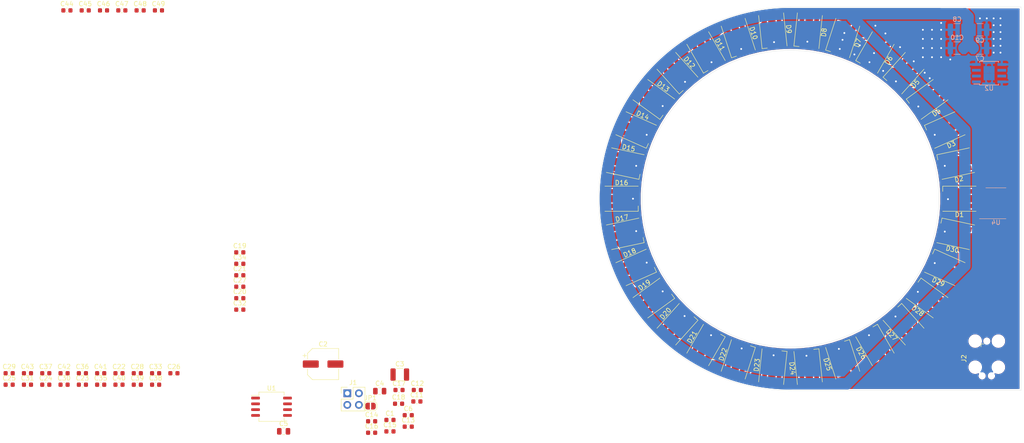
<source format=kicad_pcb>
(kicad_pcb (version 20171130) (host pcbnew 5.1.9)

  (general
    (thickness 1.6)
    (drawings 5)
    (tracks 463)
    (zones 0)
    (modules 85)
    (nets 61)
  )

  (page A4)
  (layers
    (0 F.Cu signal)
    (31 B.Cu signal)
    (32 B.Adhes user)
    (33 F.Adhes user)
    (34 B.Paste user)
    (35 F.Paste user)
    (36 B.SilkS user)
    (37 F.SilkS user)
    (38 B.Mask user)
    (39 F.Mask user)
    (40 Dwgs.User user)
    (41 Cmts.User user)
    (42 Eco1.User user)
    (43 Eco2.User user)
    (44 Edge.Cuts user)
    (45 Margin user)
    (46 B.CrtYd user)
    (47 F.CrtYd user)
    (48 B.Fab user)
    (49 F.Fab user)
  )

  (setup
    (last_trace_width 2.5)
    (user_trace_width 2.5)
    (trace_clearance 0.2)
    (zone_clearance 0.3)
    (zone_45_only no)
    (trace_min 0.2)
    (via_size 0.8)
    (via_drill 0.4)
    (via_min_size 0.4)
    (via_min_drill 0.3)
    (uvia_size 0.3)
    (uvia_drill 0.1)
    (uvias_allowed no)
    (uvia_min_size 0.2)
    (uvia_min_drill 0.1)
    (edge_width 0.05)
    (segment_width 0.2)
    (pcb_text_width 0.3)
    (pcb_text_size 1.5 1.5)
    (mod_edge_width 0.12)
    (mod_text_size 1 1)
    (mod_text_width 0.15)
    (pad_size 0.7874 0.7874)
    (pad_drill 0)
    (pad_to_mask_clearance 0)
    (aux_axis_origin 0 0)
    (visible_elements FFFFFF7F)
    (pcbplotparams
      (layerselection 0x010fc_ffffffff)
      (usegerberextensions false)
      (usegerberattributes true)
      (usegerberadvancedattributes true)
      (creategerberjobfile true)
      (excludeedgelayer true)
      (linewidth 0.100000)
      (plotframeref false)
      (viasonmask false)
      (mode 1)
      (useauxorigin false)
      (hpglpennumber 1)
      (hpglpenspeed 20)
      (hpglpendiameter 15.000000)
      (psnegative false)
      (psa4output false)
      (plotreference true)
      (plotvalue true)
      (plotinvisibletext false)
      (padsonsilk false)
      (subtractmaskfromsilk false)
      (outputformat 1)
      (mirror false)
      (drillshape 1)
      (scaleselection 1)
      (outputdirectory ""))
  )

  (net 0 "")
  (net 1 GND)
  (net 2 +3V3)
  (net 3 /TIM3_CH1)
  (net 4 /TIM3_CH2)
  (net 5 +12V)
  (net 6 +5V)
  (net 7 "Net-(D1-Pad4)")
  (net 8 "Net-(D1-Pad2)")
  (net 9 "Net-(D2-Pad4)")
  (net 10 "Net-(D3-Pad4)")
  (net 11 "Net-(D22-Pad4)")
  (net 12 "Net-(D4-Pad4)")
  (net 13 "Net-(D23-Pad4)")
  (net 14 "Net-(D5-Pad4)")
  (net 15 "Net-(D10-Pad2)")
  (net 16 "Net-(D10-Pad4)")
  (net 17 "Net-(D11-Pad4)")
  (net 18 "Net-(D12-Pad4)")
  (net 19 "Net-(D13-Pad4)")
  (net 20 "Net-(D14-Pad4)")
  (net 21 "Net-(D15-Pad4)")
  (net 22 "Net-(D16-Pad4)")
  (net 23 "Net-(D17-Pad4)")
  (net 24 "Net-(D18-Pad4)")
  (net 25 "Net-(D19-Pad4)")
  (net 26 "Net-(D20-Pad4)")
  (net 27 "Net-(D24-Pad4)")
  (net 28 /DMX+)
  (net 29 /DMX-)
  (net 30 /~RESET)
  (net 31 /STM_RX)
  (net 32 "Net-(J2-Pad8)")
  (net 33 /STM_TX)
  (net 34 "Net-(J2-Pad6)")
  (net 35 "Net-(J2-Pad5)")
  (net 36 /SWCLK)
  (net 37 /SWDIO)
  (net 38 /DMX_TXEN)
  (net 39 /DMX_~RXEN)
  (net 40 "/LED Grave/SK6812_DATA_IN")
  (net 41 /BUTTON)
  (net 42 "Net-(L1-Pad1)")
  (net 43 "Net-(C12-Pad1)")
  (net 44 "Net-(C13-Pad1)")
  (net 45 "Net-(D6-Pad4)")
  (net 46 "Net-(D7-Pad4)")
  (net 47 "Net-(D8-Pad4)")
  (net 48 "Net-(D21-Pad4)")
  (net 49 "Net-(D25-Pad4)")
  (net 50 "Net-(D26-Pad4)")
  (net 51 "Net-(D27-Pad4)")
  (net 52 "Net-(D28-Pad4)")
  (net 53 "Net-(D29-Pad4)")
  (net 54 "Net-(D30-Pad4)")
  (net 55 "Net-(R2-Pad2)")
  (net 56 "Net-(R3-Pad2)")
  (net 57 "Net-(U4-Pad9)")
  (net 58 "Net-(U4-Pad8)")
  (net 59 "Net-(U4-Pad7)")
  (net 60 "Net-(R9-Pad1)")

  (net_class Default "This is the default net class."
    (clearance 0.2)
    (trace_width 0.25)
    (via_dia 0.8)
    (via_drill 0.4)
    (uvia_dia 0.3)
    (uvia_drill 0.1)
    (add_net +12V)
    (add_net +3V3)
    (add_net +5V)
    (add_net /BUTTON)
    (add_net /DMX+)
    (add_net /DMX-)
    (add_net /DMX_TXEN)
    (add_net /DMX_~RXEN)
    (add_net "/LED Grave/SK6812_DATA_IN")
    (add_net /STM_RX)
    (add_net /STM_TX)
    (add_net /SWCLK)
    (add_net /SWDIO)
    (add_net /TIM3_CH1)
    (add_net /TIM3_CH2)
    (add_net /~RESET)
    (add_net GND)
    (add_net "Net-(C12-Pad1)")
    (add_net "Net-(C13-Pad1)")
    (add_net "Net-(D1-Pad2)")
    (add_net "Net-(D1-Pad4)")
    (add_net "Net-(D10-Pad2)")
    (add_net "Net-(D10-Pad4)")
    (add_net "Net-(D11-Pad4)")
    (add_net "Net-(D12-Pad4)")
    (add_net "Net-(D13-Pad4)")
    (add_net "Net-(D14-Pad4)")
    (add_net "Net-(D15-Pad4)")
    (add_net "Net-(D16-Pad4)")
    (add_net "Net-(D17-Pad4)")
    (add_net "Net-(D18-Pad4)")
    (add_net "Net-(D19-Pad4)")
    (add_net "Net-(D2-Pad4)")
    (add_net "Net-(D20-Pad4)")
    (add_net "Net-(D21-Pad4)")
    (add_net "Net-(D22-Pad4)")
    (add_net "Net-(D23-Pad4)")
    (add_net "Net-(D24-Pad4)")
    (add_net "Net-(D25-Pad4)")
    (add_net "Net-(D26-Pad4)")
    (add_net "Net-(D27-Pad4)")
    (add_net "Net-(D28-Pad4)")
    (add_net "Net-(D29-Pad4)")
    (add_net "Net-(D3-Pad4)")
    (add_net "Net-(D30-Pad4)")
    (add_net "Net-(D4-Pad4)")
    (add_net "Net-(D5-Pad4)")
    (add_net "Net-(D6-Pad4)")
    (add_net "Net-(D7-Pad4)")
    (add_net "Net-(D8-Pad4)")
    (add_net "Net-(J2-Pad5)")
    (add_net "Net-(J2-Pad6)")
    (add_net "Net-(J2-Pad8)")
    (add_net "Net-(L1-Pad1)")
    (add_net "Net-(R2-Pad2)")
    (add_net "Net-(R3-Pad2)")
    (add_net "Net-(R9-Pad1)")
    (add_net "Net-(U4-Pad7)")
    (add_net "Net-(U4-Pad8)")
    (add_net "Net-(U4-Pad9)")
  )

  (module LED_SMD:LED_SK6812_PLCC4_5.0x5.0mm_P3.2mm (layer F.Cu) (tedit 5AA4B263) (tstamp 6007A5F8)
    (at 106.191 77.693 168)
    (descr https://cdn-shop.adafruit.com/product-files/1138/SK6812+LED+datasheet+.pdf)
    (tags "LED RGB NeoPixel")
    (path /60184A6B/601DD84D)
    (attr smd)
    (fp_text reference D30 (at 0 -3.5 168) (layer F.SilkS)
      (effects (font (size 1 1) (thickness 0.15)))
    )
    (fp_text value SK6812 (at 0 4 168) (layer F.Fab)
      (effects (font (size 1 1) (thickness 0.15)))
    )
    (fp_circle (center 0 0) (end 0 -2) (layer F.Fab) (width 0.1))
    (fp_line (start 3.65 2.75) (end 3.65 1.6) (layer F.SilkS) (width 0.12))
    (fp_line (start -3.65 2.75) (end 3.65 2.75) (layer F.SilkS) (width 0.12))
    (fp_line (start -3.65 -2.75) (end 3.65 -2.75) (layer F.SilkS) (width 0.12))
    (fp_line (start 2.5 -2.5) (end -2.5 -2.5) (layer F.Fab) (width 0.1))
    (fp_line (start 2.5 2.5) (end 2.5 -2.5) (layer F.Fab) (width 0.1))
    (fp_line (start -2.5 2.5) (end 2.5 2.5) (layer F.Fab) (width 0.1))
    (fp_line (start -2.5 -2.5) (end -2.5 2.5) (layer F.Fab) (width 0.1))
    (fp_line (start 2.5 1.5) (end 1.5 2.5) (layer F.Fab) (width 0.1))
    (fp_line (start -3.45 -2.75) (end -3.45 2.75) (layer F.CrtYd) (width 0.05))
    (fp_line (start -3.45 2.75) (end 3.45 2.75) (layer F.CrtYd) (width 0.05))
    (fp_line (start 3.45 2.75) (end 3.45 -2.75) (layer F.CrtYd) (width 0.05))
    (fp_line (start 3.45 -2.75) (end -3.45 -2.75) (layer F.CrtYd) (width 0.05))
    (fp_text user %R (at 0 0 168) (layer F.Fab)
      (effects (font (size 0.8 0.8) (thickness 0.15)))
    )
    (pad 3 smd rect (at -2.45 -1.6 168) (size 1.5 1) (layers F.Cu F.Paste F.Mask)
      (net 6 +5V))
    (pad 4 smd rect (at -2.45 1.6 168) (size 1.5 1) (layers F.Cu F.Paste F.Mask)
      (net 54 "Net-(D30-Pad4)"))
    (pad 2 smd rect (at 2.45 -1.6 168) (size 1.5 1) (layers F.Cu F.Paste F.Mask)
      (net 53 "Net-(D29-Pad4)"))
    (pad 1 smd rect (at 2.45 1.6 168) (size 1.5 1) (layers F.Cu F.Paste F.Mask)
      (net 1 GND))
    (model ${KISYS3DMOD}/LED_SMD.3dshapes/LED_SK6812_PLCC4_5.0x5.0mm_P3.2mm.wrl
      (at (xyz 0 0 0))
      (scale (xyz 1 1 1))
      (rotate (xyz 0 0 0))
    )
  )

  (module LED_SMD:LED_SK6812_PLCC4_5.0x5.0mm_P3.2mm (layer F.Cu) (tedit 5AA4B263) (tstamp 6007A5E2)
    (at 103.801 85.049 156)
    (descr https://cdn-shop.adafruit.com/product-files/1138/SK6812+LED+datasheet+.pdf)
    (tags "LED RGB NeoPixel")
    (path /60184A6B/601DD813)
    (attr smd)
    (fp_text reference D29 (at 0 -3.5 156) (layer F.SilkS)
      (effects (font (size 1 1) (thickness 0.15)))
    )
    (fp_text value SK6812 (at 0 4 156) (layer F.Fab)
      (effects (font (size 1 1) (thickness 0.15)))
    )
    (fp_circle (center 0 0) (end 0 -2) (layer F.Fab) (width 0.1))
    (fp_line (start 3.65 2.75) (end 3.65 1.6) (layer F.SilkS) (width 0.12))
    (fp_line (start -3.65 2.75) (end 3.65 2.75) (layer F.SilkS) (width 0.12))
    (fp_line (start -3.65 -2.75) (end 3.65 -2.75) (layer F.SilkS) (width 0.12))
    (fp_line (start 2.5 -2.5) (end -2.5 -2.5) (layer F.Fab) (width 0.1))
    (fp_line (start 2.5 2.5) (end 2.5 -2.5) (layer F.Fab) (width 0.1))
    (fp_line (start -2.5 2.5) (end 2.5 2.5) (layer F.Fab) (width 0.1))
    (fp_line (start -2.5 -2.5) (end -2.5 2.5) (layer F.Fab) (width 0.1))
    (fp_line (start 2.5 1.5) (end 1.5 2.5) (layer F.Fab) (width 0.1))
    (fp_line (start -3.45 -2.75) (end -3.45 2.75) (layer F.CrtYd) (width 0.05))
    (fp_line (start -3.45 2.75) (end 3.45 2.75) (layer F.CrtYd) (width 0.05))
    (fp_line (start 3.45 2.75) (end 3.45 -2.75) (layer F.CrtYd) (width 0.05))
    (fp_line (start 3.45 -2.75) (end -3.45 -2.75) (layer F.CrtYd) (width 0.05))
    (fp_text user %R (at 0 0 156) (layer F.Fab)
      (effects (font (size 0.8 0.8) (thickness 0.15)))
    )
    (pad 3 smd rect (at -2.45 -1.6 156) (size 1.5 1) (layers F.Cu F.Paste F.Mask)
      (net 6 +5V))
    (pad 4 smd rect (at -2.45 1.6 156) (size 1.5 1) (layers F.Cu F.Paste F.Mask)
      (net 53 "Net-(D29-Pad4)"))
    (pad 2 smd rect (at 2.45 -1.6 156) (size 1.5 1) (layers F.Cu F.Paste F.Mask)
      (net 52 "Net-(D28-Pad4)"))
    (pad 1 smd rect (at 2.45 1.6 156) (size 1.5 1) (layers F.Cu F.Paste F.Mask)
      (net 1 GND))
    (model ${KISYS3DMOD}/LED_SMD.3dshapes/LED_SK6812_PLCC4_5.0x5.0mm_P3.2mm.wrl
      (at (xyz 0 0 0))
      (scale (xyz 1 1 1))
      (rotate (xyz 0 0 0))
    )
  )

  (module LED_SMD:LED_SK6812_PLCC4_5.0x5.0mm_P3.2mm (layer F.Cu) (tedit 5AA4B263) (tstamp 6007A5CC)
    (at 99.934 91.748 144)
    (descr https://cdn-shop.adafruit.com/product-files/1138/SK6812+LED+datasheet+.pdf)
    (tags "LED RGB NeoPixel")
    (path /60184A6B/601DD7D9)
    (attr smd)
    (fp_text reference D28 (at 0 -3.5 144) (layer F.SilkS)
      (effects (font (size 1 1) (thickness 0.15)))
    )
    (fp_text value SK6812 (at 0 4 144) (layer F.Fab)
      (effects (font (size 1 1) (thickness 0.15)))
    )
    (fp_circle (center 0 0) (end 0 -2) (layer F.Fab) (width 0.1))
    (fp_line (start 3.65 2.75) (end 3.65 1.6) (layer F.SilkS) (width 0.12))
    (fp_line (start -3.65 2.75) (end 3.65 2.75) (layer F.SilkS) (width 0.12))
    (fp_line (start -3.65 -2.75) (end 3.65 -2.75) (layer F.SilkS) (width 0.12))
    (fp_line (start 2.5 -2.5) (end -2.5 -2.5) (layer F.Fab) (width 0.1))
    (fp_line (start 2.5 2.5) (end 2.5 -2.5) (layer F.Fab) (width 0.1))
    (fp_line (start -2.5 2.5) (end 2.5 2.5) (layer F.Fab) (width 0.1))
    (fp_line (start -2.5 -2.5) (end -2.5 2.5) (layer F.Fab) (width 0.1))
    (fp_line (start 2.5 1.5) (end 1.5 2.5) (layer F.Fab) (width 0.1))
    (fp_line (start -3.45 -2.75) (end -3.45 2.75) (layer F.CrtYd) (width 0.05))
    (fp_line (start -3.45 2.75) (end 3.45 2.75) (layer F.CrtYd) (width 0.05))
    (fp_line (start 3.45 2.75) (end 3.45 -2.75) (layer F.CrtYd) (width 0.05))
    (fp_line (start 3.45 -2.75) (end -3.45 -2.75) (layer F.CrtYd) (width 0.05))
    (fp_text user %R (at 0 0 144) (layer F.Fab)
      (effects (font (size 0.8 0.8) (thickness 0.15)))
    )
    (pad 3 smd rect (at -2.45 -1.6 144) (size 1.5 1) (layers F.Cu F.Paste F.Mask)
      (net 6 +5V))
    (pad 4 smd rect (at -2.45 1.6 144) (size 1.5 1) (layers F.Cu F.Paste F.Mask)
      (net 52 "Net-(D28-Pad4)"))
    (pad 2 smd rect (at 2.45 -1.6 144) (size 1.5 1) (layers F.Cu F.Paste F.Mask)
      (net 51 "Net-(D27-Pad4)"))
    (pad 1 smd rect (at 2.45 1.6 144) (size 1.5 1) (layers F.Cu F.Paste F.Mask)
      (net 1 GND))
    (model ${KISYS3DMOD}/LED_SMD.3dshapes/LED_SK6812_PLCC4_5.0x5.0mm_P3.2mm.wrl
      (at (xyz 0 0 0))
      (scale (xyz 1 1 1))
      (rotate (xyz 0 0 0))
    )
  )

  (module LED_SMD:LED_SK6812_PLCC4_5.0x5.0mm_P3.2mm (layer F.Cu) (tedit 5AA4B263) (tstamp 6007A5B6)
    (at 94.758 97.496 132)
    (descr https://cdn-shop.adafruit.com/product-files/1138/SK6812+LED+datasheet+.pdf)
    (tags "LED RGB NeoPixel")
    (path /60184A6B/601DD79F)
    (attr smd)
    (fp_text reference D27 (at 0 -3.5 132) (layer F.SilkS)
      (effects (font (size 1 1) (thickness 0.15)))
    )
    (fp_text value SK6812 (at 0 4 132) (layer F.Fab)
      (effects (font (size 1 1) (thickness 0.15)))
    )
    (fp_circle (center 0 0) (end 0 -2) (layer F.Fab) (width 0.1))
    (fp_line (start 3.65 2.75) (end 3.65 1.6) (layer F.SilkS) (width 0.12))
    (fp_line (start -3.65 2.75) (end 3.65 2.75) (layer F.SilkS) (width 0.12))
    (fp_line (start -3.65 -2.75) (end 3.65 -2.75) (layer F.SilkS) (width 0.12))
    (fp_line (start 2.5 -2.5) (end -2.5 -2.5) (layer F.Fab) (width 0.1))
    (fp_line (start 2.5 2.5) (end 2.5 -2.5) (layer F.Fab) (width 0.1))
    (fp_line (start -2.5 2.5) (end 2.5 2.5) (layer F.Fab) (width 0.1))
    (fp_line (start -2.5 -2.5) (end -2.5 2.5) (layer F.Fab) (width 0.1))
    (fp_line (start 2.5 1.5) (end 1.5 2.5) (layer F.Fab) (width 0.1))
    (fp_line (start -3.45 -2.75) (end -3.45 2.75) (layer F.CrtYd) (width 0.05))
    (fp_line (start -3.45 2.75) (end 3.45 2.75) (layer F.CrtYd) (width 0.05))
    (fp_line (start 3.45 2.75) (end 3.45 -2.75) (layer F.CrtYd) (width 0.05))
    (fp_line (start 3.45 -2.75) (end -3.45 -2.75) (layer F.CrtYd) (width 0.05))
    (fp_text user %R (at 0 0 132) (layer F.Fab)
      (effects (font (size 0.8 0.8) (thickness 0.15)))
    )
    (pad 3 smd rect (at -2.45 -1.6 132) (size 1.5 1) (layers F.Cu F.Paste F.Mask)
      (net 6 +5V))
    (pad 4 smd rect (at -2.45 1.6 132) (size 1.5 1) (layers F.Cu F.Paste F.Mask)
      (net 51 "Net-(D27-Pad4)"))
    (pad 2 smd rect (at 2.45 -1.6 132) (size 1.5 1) (layers F.Cu F.Paste F.Mask)
      (net 50 "Net-(D26-Pad4)"))
    (pad 1 smd rect (at 2.45 1.6 132) (size 1.5 1) (layers F.Cu F.Paste F.Mask)
      (net 1 GND))
    (model ${KISYS3DMOD}/LED_SMD.3dshapes/LED_SK6812_PLCC4_5.0x5.0mm_P3.2mm.wrl
      (at (xyz 0 0 0))
      (scale (xyz 1 1 1))
      (rotate (xyz 0 0 0))
    )
  )

  (module LED_SMD:LED_SK6812_PLCC4_5.0x5.0mm_P3.2mm (layer F.Cu) (tedit 5AA4B263) (tstamp 6007A5A0)
    (at 88.5 102.043 120)
    (descr https://cdn-shop.adafruit.com/product-files/1138/SK6812+LED+datasheet+.pdf)
    (tags "LED RGB NeoPixel")
    (path /60184A6B/601DD765)
    (attr smd)
    (fp_text reference D26 (at 0 -3.5 120) (layer F.SilkS)
      (effects (font (size 1 1) (thickness 0.15)))
    )
    (fp_text value SK6812 (at 0 4 120) (layer F.Fab)
      (effects (font (size 1 1) (thickness 0.15)))
    )
    (fp_circle (center 0 0) (end 0 -2) (layer F.Fab) (width 0.1))
    (fp_line (start 3.65 2.75) (end 3.65 1.6) (layer F.SilkS) (width 0.12))
    (fp_line (start -3.65 2.75) (end 3.65 2.75) (layer F.SilkS) (width 0.12))
    (fp_line (start -3.65 -2.75) (end 3.65 -2.75) (layer F.SilkS) (width 0.12))
    (fp_line (start 2.5 -2.5) (end -2.5 -2.5) (layer F.Fab) (width 0.1))
    (fp_line (start 2.5 2.5) (end 2.5 -2.5) (layer F.Fab) (width 0.1))
    (fp_line (start -2.5 2.5) (end 2.5 2.5) (layer F.Fab) (width 0.1))
    (fp_line (start -2.5 -2.5) (end -2.5 2.5) (layer F.Fab) (width 0.1))
    (fp_line (start 2.5 1.5) (end 1.5 2.5) (layer F.Fab) (width 0.1))
    (fp_line (start -3.45 -2.75) (end -3.45 2.75) (layer F.CrtYd) (width 0.05))
    (fp_line (start -3.45 2.75) (end 3.45 2.75) (layer F.CrtYd) (width 0.05))
    (fp_line (start 3.45 2.75) (end 3.45 -2.75) (layer F.CrtYd) (width 0.05))
    (fp_line (start 3.45 -2.75) (end -3.45 -2.75) (layer F.CrtYd) (width 0.05))
    (fp_text user %R (at 0 0 120) (layer F.Fab)
      (effects (font (size 0.8 0.8) (thickness 0.15)))
    )
    (pad 3 smd rect (at -2.45 -1.6 120) (size 1.5 1) (layers F.Cu F.Paste F.Mask)
      (net 6 +5V))
    (pad 4 smd rect (at -2.45 1.6 120) (size 1.5 1) (layers F.Cu F.Paste F.Mask)
      (net 50 "Net-(D26-Pad4)"))
    (pad 2 smd rect (at 2.45 -1.6 120) (size 1.5 1) (layers F.Cu F.Paste F.Mask)
      (net 49 "Net-(D25-Pad4)"))
    (pad 1 smd rect (at 2.45 1.6 120) (size 1.5 1) (layers F.Cu F.Paste F.Mask)
      (net 1 GND))
    (model ${KISYS3DMOD}/LED_SMD.3dshapes/LED_SK6812_PLCC4_5.0x5.0mm_P3.2mm.wrl
      (at (xyz 0 0 0))
      (scale (xyz 1 1 1))
      (rotate (xyz 0 0 0))
    )
  )

  (module LED_SMD:LED_SK6812_PLCC4_5.0x5.0mm_P3.2mm (layer F.Cu) (tedit 5AA4B263) (tstamp 6007A58A)
    (at 81.434 105.189 108)
    (descr https://cdn-shop.adafruit.com/product-files/1138/SK6812+LED+datasheet+.pdf)
    (tags "LED RGB NeoPixel")
    (path /60184A6B/601DCDFB)
    (attr smd)
    (fp_text reference D25 (at 0 -3.5 108) (layer F.SilkS)
      (effects (font (size 1 1) (thickness 0.15)))
    )
    (fp_text value SK6812 (at 0 4 108) (layer F.Fab)
      (effects (font (size 1 1) (thickness 0.15)))
    )
    (fp_circle (center 0 0) (end 0 -2) (layer F.Fab) (width 0.1))
    (fp_line (start 3.65 2.75) (end 3.65 1.6) (layer F.SilkS) (width 0.12))
    (fp_line (start -3.65 2.75) (end 3.65 2.75) (layer F.SilkS) (width 0.12))
    (fp_line (start -3.65 -2.75) (end 3.65 -2.75) (layer F.SilkS) (width 0.12))
    (fp_line (start 2.5 -2.5) (end -2.5 -2.5) (layer F.Fab) (width 0.1))
    (fp_line (start 2.5 2.5) (end 2.5 -2.5) (layer F.Fab) (width 0.1))
    (fp_line (start -2.5 2.5) (end 2.5 2.5) (layer F.Fab) (width 0.1))
    (fp_line (start -2.5 -2.5) (end -2.5 2.5) (layer F.Fab) (width 0.1))
    (fp_line (start 2.5 1.5) (end 1.5 2.5) (layer F.Fab) (width 0.1))
    (fp_line (start -3.45 -2.75) (end -3.45 2.75) (layer F.CrtYd) (width 0.05))
    (fp_line (start -3.45 2.75) (end 3.45 2.75) (layer F.CrtYd) (width 0.05))
    (fp_line (start 3.45 2.75) (end 3.45 -2.75) (layer F.CrtYd) (width 0.05))
    (fp_line (start 3.45 -2.75) (end -3.45 -2.75) (layer F.CrtYd) (width 0.05))
    (fp_text user %R (at 0 0 108) (layer F.Fab)
      (effects (font (size 0.8 0.8) (thickness 0.15)))
    )
    (pad 3 smd rect (at -2.45 -1.6 108) (size 1.5 1) (layers F.Cu F.Paste F.Mask)
      (net 6 +5V))
    (pad 4 smd rect (at -2.45 1.6 108) (size 1.5 1) (layers F.Cu F.Paste F.Mask)
      (net 49 "Net-(D25-Pad4)"))
    (pad 2 smd rect (at 2.45 -1.6 108) (size 1.5 1) (layers F.Cu F.Paste F.Mask)
      (net 27 "Net-(D24-Pad4)"))
    (pad 1 smd rect (at 2.45 1.6 108) (size 1.5 1) (layers F.Cu F.Paste F.Mask)
      (net 1 GND))
    (model ${KISYS3DMOD}/LED_SMD.3dshapes/LED_SK6812_PLCC4_5.0x5.0mm_P3.2mm.wrl
      (at (xyz 0 0 0))
      (scale (xyz 1 1 1))
      (rotate (xyz 0 0 0))
    )
  )

  (module Capacitor_SMD:C_0603_1608Metric (layer F.Cu) (tedit 5F68FEEE) (tstamp 6007A352)
    (at -68.45 28.75)
    (descr "Capacitor SMD 0603 (1608 Metric), square (rectangular) end terminal, IPC_7351 nominal, (Body size source: IPC-SM-782 page 76, https://www.pcb-3d.com/wordpress/wp-content/uploads/ipc-sm-782a_amendment_1_and_2.pdf), generated with kicad-footprint-generator")
    (tags capacitor)
    (path /60184A6B/601DD86D)
    (attr smd)
    (fp_text reference C49 (at 0 -1.43) (layer F.SilkS)
      (effects (font (size 1 1) (thickness 0.15)))
    )
    (fp_text value 100n (at 0 1.43) (layer F.Fab)
      (effects (font (size 1 1) (thickness 0.15)))
    )
    (fp_line (start 1.48 0.73) (end -1.48 0.73) (layer F.CrtYd) (width 0.05))
    (fp_line (start 1.48 -0.73) (end 1.48 0.73) (layer F.CrtYd) (width 0.05))
    (fp_line (start -1.48 -0.73) (end 1.48 -0.73) (layer F.CrtYd) (width 0.05))
    (fp_line (start -1.48 0.73) (end -1.48 -0.73) (layer F.CrtYd) (width 0.05))
    (fp_line (start -0.14058 0.51) (end 0.14058 0.51) (layer F.SilkS) (width 0.12))
    (fp_line (start -0.14058 -0.51) (end 0.14058 -0.51) (layer F.SilkS) (width 0.12))
    (fp_line (start 0.8 0.4) (end -0.8 0.4) (layer F.Fab) (width 0.1))
    (fp_line (start 0.8 -0.4) (end 0.8 0.4) (layer F.Fab) (width 0.1))
    (fp_line (start -0.8 -0.4) (end 0.8 -0.4) (layer F.Fab) (width 0.1))
    (fp_line (start -0.8 0.4) (end -0.8 -0.4) (layer F.Fab) (width 0.1))
    (fp_text user %R (at 0 0) (layer F.Fab)
      (effects (font (size 0.4 0.4) (thickness 0.06)))
    )
    (pad 2 smd roundrect (at 0.775 0) (size 0.9 0.95) (layers F.Cu F.Paste F.Mask) (roundrect_rratio 0.25)
      (net 6 +5V))
    (pad 1 smd roundrect (at -0.775 0) (size 0.9 0.95) (layers F.Cu F.Paste F.Mask) (roundrect_rratio 0.25)
      (net 1 GND))
    (model ${KISYS3DMOD}/Capacitor_SMD.3dshapes/C_0603_1608Metric.wrl
      (at (xyz 0 0 0))
      (scale (xyz 1 1 1))
      (rotate (xyz 0 0 0))
    )
  )

  (module Capacitor_SMD:C_0603_1608Metric (layer F.Cu) (tedit 5F68FEEE) (tstamp 6007A341)
    (at -72.46 28.75)
    (descr "Capacitor SMD 0603 (1608 Metric), square (rectangular) end terminal, IPC_7351 nominal, (Body size source: IPC-SM-782 page 76, https://www.pcb-3d.com/wordpress/wp-content/uploads/ipc-sm-782a_amendment_1_and_2.pdf), generated with kicad-footprint-generator")
    (tags capacitor)
    (path /60184A6B/601DD833)
    (attr smd)
    (fp_text reference C48 (at 0 -1.43) (layer F.SilkS)
      (effects (font (size 1 1) (thickness 0.15)))
    )
    (fp_text value 100n (at 0 1.43) (layer F.Fab)
      (effects (font (size 1 1) (thickness 0.15)))
    )
    (fp_line (start 1.48 0.73) (end -1.48 0.73) (layer F.CrtYd) (width 0.05))
    (fp_line (start 1.48 -0.73) (end 1.48 0.73) (layer F.CrtYd) (width 0.05))
    (fp_line (start -1.48 -0.73) (end 1.48 -0.73) (layer F.CrtYd) (width 0.05))
    (fp_line (start -1.48 0.73) (end -1.48 -0.73) (layer F.CrtYd) (width 0.05))
    (fp_line (start -0.14058 0.51) (end 0.14058 0.51) (layer F.SilkS) (width 0.12))
    (fp_line (start -0.14058 -0.51) (end 0.14058 -0.51) (layer F.SilkS) (width 0.12))
    (fp_line (start 0.8 0.4) (end -0.8 0.4) (layer F.Fab) (width 0.1))
    (fp_line (start 0.8 -0.4) (end 0.8 0.4) (layer F.Fab) (width 0.1))
    (fp_line (start -0.8 -0.4) (end 0.8 -0.4) (layer F.Fab) (width 0.1))
    (fp_line (start -0.8 0.4) (end -0.8 -0.4) (layer F.Fab) (width 0.1))
    (fp_text user %R (at 0 0) (layer F.Fab)
      (effects (font (size 0.4 0.4) (thickness 0.06)))
    )
    (pad 2 smd roundrect (at 0.775 0) (size 0.9 0.95) (layers F.Cu F.Paste F.Mask) (roundrect_rratio 0.25)
      (net 6 +5V))
    (pad 1 smd roundrect (at -0.775 0) (size 0.9 0.95) (layers F.Cu F.Paste F.Mask) (roundrect_rratio 0.25)
      (net 1 GND))
    (model ${KISYS3DMOD}/Capacitor_SMD.3dshapes/C_0603_1608Metric.wrl
      (at (xyz 0 0 0))
      (scale (xyz 1 1 1))
      (rotate (xyz 0 0 0))
    )
  )

  (module Capacitor_SMD:C_0603_1608Metric (layer F.Cu) (tedit 5F68FEEE) (tstamp 6007A330)
    (at -76.47 28.75)
    (descr "Capacitor SMD 0603 (1608 Metric), square (rectangular) end terminal, IPC_7351 nominal, (Body size source: IPC-SM-782 page 76, https://www.pcb-3d.com/wordpress/wp-content/uploads/ipc-sm-782a_amendment_1_and_2.pdf), generated with kicad-footprint-generator")
    (tags capacitor)
    (path /60184A6B/601DD7F9)
    (attr smd)
    (fp_text reference C47 (at 0 -1.43) (layer F.SilkS)
      (effects (font (size 1 1) (thickness 0.15)))
    )
    (fp_text value 100n (at 0 1.43) (layer F.Fab)
      (effects (font (size 1 1) (thickness 0.15)))
    )
    (fp_line (start 1.48 0.73) (end -1.48 0.73) (layer F.CrtYd) (width 0.05))
    (fp_line (start 1.48 -0.73) (end 1.48 0.73) (layer F.CrtYd) (width 0.05))
    (fp_line (start -1.48 -0.73) (end 1.48 -0.73) (layer F.CrtYd) (width 0.05))
    (fp_line (start -1.48 0.73) (end -1.48 -0.73) (layer F.CrtYd) (width 0.05))
    (fp_line (start -0.14058 0.51) (end 0.14058 0.51) (layer F.SilkS) (width 0.12))
    (fp_line (start -0.14058 -0.51) (end 0.14058 -0.51) (layer F.SilkS) (width 0.12))
    (fp_line (start 0.8 0.4) (end -0.8 0.4) (layer F.Fab) (width 0.1))
    (fp_line (start 0.8 -0.4) (end 0.8 0.4) (layer F.Fab) (width 0.1))
    (fp_line (start -0.8 -0.4) (end 0.8 -0.4) (layer F.Fab) (width 0.1))
    (fp_line (start -0.8 0.4) (end -0.8 -0.4) (layer F.Fab) (width 0.1))
    (fp_text user %R (at 0 0) (layer F.Fab)
      (effects (font (size 0.4 0.4) (thickness 0.06)))
    )
    (pad 2 smd roundrect (at 0.775 0) (size 0.9 0.95) (layers F.Cu F.Paste F.Mask) (roundrect_rratio 0.25)
      (net 6 +5V))
    (pad 1 smd roundrect (at -0.775 0) (size 0.9 0.95) (layers F.Cu F.Paste F.Mask) (roundrect_rratio 0.25)
      (net 1 GND))
    (model ${KISYS3DMOD}/Capacitor_SMD.3dshapes/C_0603_1608Metric.wrl
      (at (xyz 0 0 0))
      (scale (xyz 1 1 1))
      (rotate (xyz 0 0 0))
    )
  )

  (module Capacitor_SMD:C_0603_1608Metric (layer F.Cu) (tedit 5F68FEEE) (tstamp 6007A31F)
    (at -80.48 28.75)
    (descr "Capacitor SMD 0603 (1608 Metric), square (rectangular) end terminal, IPC_7351 nominal, (Body size source: IPC-SM-782 page 76, https://www.pcb-3d.com/wordpress/wp-content/uploads/ipc-sm-782a_amendment_1_and_2.pdf), generated with kicad-footprint-generator")
    (tags capacitor)
    (path /60184A6B/601DD7BF)
    (attr smd)
    (fp_text reference C46 (at 0 -1.43) (layer F.SilkS)
      (effects (font (size 1 1) (thickness 0.15)))
    )
    (fp_text value 100n (at 0 1.43) (layer F.Fab)
      (effects (font (size 1 1) (thickness 0.15)))
    )
    (fp_line (start 1.48 0.73) (end -1.48 0.73) (layer F.CrtYd) (width 0.05))
    (fp_line (start 1.48 -0.73) (end 1.48 0.73) (layer F.CrtYd) (width 0.05))
    (fp_line (start -1.48 -0.73) (end 1.48 -0.73) (layer F.CrtYd) (width 0.05))
    (fp_line (start -1.48 0.73) (end -1.48 -0.73) (layer F.CrtYd) (width 0.05))
    (fp_line (start -0.14058 0.51) (end 0.14058 0.51) (layer F.SilkS) (width 0.12))
    (fp_line (start -0.14058 -0.51) (end 0.14058 -0.51) (layer F.SilkS) (width 0.12))
    (fp_line (start 0.8 0.4) (end -0.8 0.4) (layer F.Fab) (width 0.1))
    (fp_line (start 0.8 -0.4) (end 0.8 0.4) (layer F.Fab) (width 0.1))
    (fp_line (start -0.8 -0.4) (end 0.8 -0.4) (layer F.Fab) (width 0.1))
    (fp_line (start -0.8 0.4) (end -0.8 -0.4) (layer F.Fab) (width 0.1))
    (fp_text user %R (at 0 0) (layer F.Fab)
      (effects (font (size 0.4 0.4) (thickness 0.06)))
    )
    (pad 2 smd roundrect (at 0.775 0) (size 0.9 0.95) (layers F.Cu F.Paste F.Mask) (roundrect_rratio 0.25)
      (net 6 +5V))
    (pad 1 smd roundrect (at -0.775 0) (size 0.9 0.95) (layers F.Cu F.Paste F.Mask) (roundrect_rratio 0.25)
      (net 1 GND))
    (model ${KISYS3DMOD}/Capacitor_SMD.3dshapes/C_0603_1608Metric.wrl
      (at (xyz 0 0 0))
      (scale (xyz 1 1 1))
      (rotate (xyz 0 0 0))
    )
  )

  (module Capacitor_SMD:C_0603_1608Metric (layer F.Cu) (tedit 5F68FEEE) (tstamp 6007A30E)
    (at -84.49 28.75)
    (descr "Capacitor SMD 0603 (1608 Metric), square (rectangular) end terminal, IPC_7351 nominal, (Body size source: IPC-SM-782 page 76, https://www.pcb-3d.com/wordpress/wp-content/uploads/ipc-sm-782a_amendment_1_and_2.pdf), generated with kicad-footprint-generator")
    (tags capacitor)
    (path /60184A6B/601DD785)
    (attr smd)
    (fp_text reference C45 (at 0 -1.43) (layer F.SilkS)
      (effects (font (size 1 1) (thickness 0.15)))
    )
    (fp_text value 100n (at 0 1.43) (layer F.Fab)
      (effects (font (size 1 1) (thickness 0.15)))
    )
    (fp_line (start 1.48 0.73) (end -1.48 0.73) (layer F.CrtYd) (width 0.05))
    (fp_line (start 1.48 -0.73) (end 1.48 0.73) (layer F.CrtYd) (width 0.05))
    (fp_line (start -1.48 -0.73) (end 1.48 -0.73) (layer F.CrtYd) (width 0.05))
    (fp_line (start -1.48 0.73) (end -1.48 -0.73) (layer F.CrtYd) (width 0.05))
    (fp_line (start -0.14058 0.51) (end 0.14058 0.51) (layer F.SilkS) (width 0.12))
    (fp_line (start -0.14058 -0.51) (end 0.14058 -0.51) (layer F.SilkS) (width 0.12))
    (fp_line (start 0.8 0.4) (end -0.8 0.4) (layer F.Fab) (width 0.1))
    (fp_line (start 0.8 -0.4) (end 0.8 0.4) (layer F.Fab) (width 0.1))
    (fp_line (start -0.8 -0.4) (end 0.8 -0.4) (layer F.Fab) (width 0.1))
    (fp_line (start -0.8 0.4) (end -0.8 -0.4) (layer F.Fab) (width 0.1))
    (fp_text user %R (at 0 0) (layer F.Fab)
      (effects (font (size 0.4 0.4) (thickness 0.06)))
    )
    (pad 2 smd roundrect (at 0.775 0) (size 0.9 0.95) (layers F.Cu F.Paste F.Mask) (roundrect_rratio 0.25)
      (net 6 +5V))
    (pad 1 smd roundrect (at -0.775 0) (size 0.9 0.95) (layers F.Cu F.Paste F.Mask) (roundrect_rratio 0.25)
      (net 1 GND))
    (model ${KISYS3DMOD}/Capacitor_SMD.3dshapes/C_0603_1608Metric.wrl
      (at (xyz 0 0 0))
      (scale (xyz 1 1 1))
      (rotate (xyz 0 0 0))
    )
  )

  (module Capacitor_SMD:C_0603_1608Metric (layer F.Cu) (tedit 5F68FEEE) (tstamp 6007A2FD)
    (at -88.5 28.75)
    (descr "Capacitor SMD 0603 (1608 Metric), square (rectangular) end terminal, IPC_7351 nominal, (Body size source: IPC-SM-782 page 76, https://www.pcb-3d.com/wordpress/wp-content/uploads/ipc-sm-782a_amendment_1_and_2.pdf), generated with kicad-footprint-generator")
    (tags capacitor)
    (path /60184A6B/601DD74B)
    (attr smd)
    (fp_text reference C44 (at 0 -1.43) (layer F.SilkS)
      (effects (font (size 1 1) (thickness 0.15)))
    )
    (fp_text value 100n (at 0 1.43) (layer F.Fab)
      (effects (font (size 1 1) (thickness 0.15)))
    )
    (fp_line (start 1.48 0.73) (end -1.48 0.73) (layer F.CrtYd) (width 0.05))
    (fp_line (start 1.48 -0.73) (end 1.48 0.73) (layer F.CrtYd) (width 0.05))
    (fp_line (start -1.48 -0.73) (end 1.48 -0.73) (layer F.CrtYd) (width 0.05))
    (fp_line (start -1.48 0.73) (end -1.48 -0.73) (layer F.CrtYd) (width 0.05))
    (fp_line (start -0.14058 0.51) (end 0.14058 0.51) (layer F.SilkS) (width 0.12))
    (fp_line (start -0.14058 -0.51) (end 0.14058 -0.51) (layer F.SilkS) (width 0.12))
    (fp_line (start 0.8 0.4) (end -0.8 0.4) (layer F.Fab) (width 0.1))
    (fp_line (start 0.8 -0.4) (end 0.8 0.4) (layer F.Fab) (width 0.1))
    (fp_line (start -0.8 -0.4) (end 0.8 -0.4) (layer F.Fab) (width 0.1))
    (fp_line (start -0.8 0.4) (end -0.8 -0.4) (layer F.Fab) (width 0.1))
    (fp_text user %R (at 0 0) (layer F.Fab)
      (effects (font (size 0.4 0.4) (thickness 0.06)))
    )
    (pad 2 smd roundrect (at 0.775 0) (size 0.9 0.95) (layers F.Cu F.Paste F.Mask) (roundrect_rratio 0.25)
      (net 6 +5V))
    (pad 1 smd roundrect (at -0.775 0) (size 0.9 0.95) (layers F.Cu F.Paste F.Mask) (roundrect_rratio 0.25)
      (net 1 GND))
    (model ${KISYS3DMOD}/Capacitor_SMD.3dshapes/C_0603_1608Metric.wrl
      (at (xyz 0 0 0))
      (scale (xyz 1 1 1))
      (rotate (xyz 0 0 0))
    )
  )

  (module Package_SO:TI_SO-PowerPAD-8 (layer B.Cu) (tedit 5A02F2D3) (tstamp 6006D68C)
    (at 113.5 42.5)
    (descr "8-Lead Plastic PSOP, Exposed Die Pad (TI DDA0008B, see http://www.ti.com/lit/ds/symlink/lm3404.pdf)")
    (tags "SSOP 0.50 exposed pad")
    (path /6009A495)
    (attr smd)
    (fp_text reference U2 (at 0 3.3) (layer B.SilkS)
      (effects (font (size 1 1) (thickness 0.15)) (justify mirror))
    )
    (fp_text value ST1S10PHR (at 0 -3.4) (layer B.Fab)
      (effects (font (size 1 1) (thickness 0.15)) (justify mirror))
    )
    (fp_line (start -0.95 2.45) (end 1.95 2.45) (layer B.Fab) (width 0.15))
    (fp_line (start 1.95 2.45) (end 1.95 -2.45) (layer B.Fab) (width 0.15))
    (fp_line (start 1.95 -2.45) (end -1.95 -2.45) (layer B.Fab) (width 0.15))
    (fp_line (start -1.95 -2.45) (end -1.95 1.45) (layer B.Fab) (width 0.15))
    (fp_line (start -1.95 1.45) (end -0.95 2.45) (layer B.Fab) (width 0.15))
    (fp_line (start -4 2.7) (end -4 -2.7) (layer B.CrtYd) (width 0.05))
    (fp_line (start 4 2.7) (end 4 -2.7) (layer B.CrtYd) (width 0.05))
    (fp_line (start -4 2.7) (end 4 2.7) (layer B.CrtYd) (width 0.05))
    (fp_line (start -4 -2.7) (end 4 -2.7) (layer B.CrtYd) (width 0.05))
    (fp_line (start -2.075 2.575) (end -2.075 2.375) (layer B.SilkS) (width 0.15))
    (fp_line (start 2.075 2.575) (end 2.075 2.375) (layer B.SilkS) (width 0.15))
    (fp_line (start 2.075 -2.575) (end 2.075 -2.375) (layer B.SilkS) (width 0.15))
    (fp_line (start -2.075 -2.575) (end -2.075 -2.375) (layer B.SilkS) (width 0.15))
    (fp_line (start -2.075 2.575) (end 2.075 2.575) (layer B.SilkS) (width 0.15))
    (fp_line (start -2.075 -2.575) (end 2.075 -2.575) (layer B.SilkS) (width 0.15))
    (fp_line (start -2.075 2.375) (end -3.375 2.375) (layer B.SilkS) (width 0.15))
    (fp_text user %R (at 0 0) (layer B.Fab)
      (effects (font (size 1 1) (thickness 0.15)) (justify mirror))
    )
    (pad 9 smd rect (at -0.6025 0.775) (size 1.205 1.55) (layers B.Cu B.Paste B.Mask)
      (net 1 GND) (solder_paste_margin_ratio -0.2))
    (pad 9 smd rect (at -0.6025 -0.775) (size 1.205 1.55) (layers B.Cu B.Paste B.Mask)
      (net 1 GND) (solder_paste_margin_ratio -0.2))
    (pad 9 smd rect (at 0.6025 0.775) (size 1.205 1.55) (layers B.Cu B.Paste B.Mask)
      (net 1 GND) (solder_paste_margin_ratio -0.2))
    (pad 9 smd rect (at 0.6025 -0.775) (size 1.205 1.55) (layers B.Cu B.Paste B.Mask)
      (net 1 GND) (solder_paste_margin_ratio -0.2))
    (pad 8 smd rect (at 2.78 1.905) (size 1.91 0.61) (layers B.Cu B.Paste B.Mask)
      (net 1 GND))
    (pad 7 smd rect (at 2.78 0.635) (size 1.91 0.61) (layers B.Cu B.Paste B.Mask)
      (net 42 "Net-(L1-Pad1)"))
    (pad 6 smd rect (at 2.78 -0.635) (size 1.91 0.61) (layers B.Cu B.Paste B.Mask)
      (net 5 +12V))
    (pad 5 smd rect (at 2.78 -1.905) (size 1.91 0.61) (layers B.Cu B.Paste B.Mask)
      (net 1 GND))
    (pad 4 smd rect (at -2.78 -1.905) (size 1.91 0.61) (layers B.Cu B.Paste B.Mask)
      (net 1 GND))
    (pad 3 smd rect (at -2.78 -0.635) (size 1.91 0.61) (layers B.Cu B.Paste B.Mask)
      (net 56 "Net-(R3-Pad2)"))
    (pad 2 smd rect (at -2.78 0.635) (size 1.91 0.61) (layers B.Cu B.Paste B.Mask)
      (net 5 +12V))
    (pad 1 smd rect (at -2.78 1.905) (size 1.91 0.61) (layers B.Cu B.Paste B.Mask)
      (net 5 +12V))
    (model ${KISYS3DMOD}/Package_SO.3dshapes/TI_SO-PowerPAD-8.wrl
      (at (xyz 0 0 0))
      (scale (xyz 1 1 1))
      (rotate (xyz 0 0 0))
    )
  )

  (module Package_SO:TSSOP-20_4.4x6.5mm_P0.65mm (layer B.Cu) (tedit 5E476F32) (tstamp 6006D66B)
    (at 115 71)
    (descr "TSSOP, 20 Pin (JEDEC MO-153 Var AC https://www.jedec.org/document_search?search_api_views_fulltext=MO-153), generated with kicad-footprint-generator ipc_gullwing_generator.py")
    (tags "TSSOP SO")
    (path /5FFCA58E)
    (attr smd)
    (fp_text reference U4 (at 0 4.2) (layer B.SilkS)
      (effects (font (size 1 1) (thickness 0.15)) (justify mirror))
    )
    (fp_text value STM32F030F4Px (at 0 -4.2) (layer B.Fab)
      (effects (font (size 1 1) (thickness 0.15)) (justify mirror))
    )
    (fp_line (start 0 -3.385) (end 2.2 -3.385) (layer B.SilkS) (width 0.12))
    (fp_line (start 0 -3.385) (end -2.2 -3.385) (layer B.SilkS) (width 0.12))
    (fp_line (start 0 3.385) (end 2.2 3.385) (layer B.SilkS) (width 0.12))
    (fp_line (start 0 3.385) (end -3.6 3.385) (layer B.SilkS) (width 0.12))
    (fp_line (start -1.2 3.25) (end 2.2 3.25) (layer B.Fab) (width 0.1))
    (fp_line (start 2.2 3.25) (end 2.2 -3.25) (layer B.Fab) (width 0.1))
    (fp_line (start 2.2 -3.25) (end -2.2 -3.25) (layer B.Fab) (width 0.1))
    (fp_line (start -2.2 -3.25) (end -2.2 2.25) (layer B.Fab) (width 0.1))
    (fp_line (start -2.2 2.25) (end -1.2 3.25) (layer B.Fab) (width 0.1))
    (fp_line (start -3.85 3.5) (end -3.85 -3.5) (layer B.CrtYd) (width 0.05))
    (fp_line (start -3.85 -3.5) (end 3.85 -3.5) (layer B.CrtYd) (width 0.05))
    (fp_line (start 3.85 -3.5) (end 3.85 3.5) (layer B.CrtYd) (width 0.05))
    (fp_line (start 3.85 3.5) (end -3.85 3.5) (layer B.CrtYd) (width 0.05))
    (fp_text user %R (at 0 0) (layer B.Fab)
      (effects (font (size 1 1) (thickness 0.15)) (justify mirror))
    )
    (pad 20 smd roundrect (at 2.8625 2.925) (size 1.475 0.4) (layers B.Cu B.Paste B.Mask) (roundrect_rratio 0.25)
      (net 36 /SWCLK))
    (pad 19 smd roundrect (at 2.8625 2.275) (size 1.475 0.4) (layers B.Cu B.Paste B.Mask) (roundrect_rratio 0.25)
      (net 37 /SWDIO))
    (pad 18 smd roundrect (at 2.8625 1.625) (size 1.475 0.4) (layers B.Cu B.Paste B.Mask) (roundrect_rratio 0.25)
      (net 31 /STM_RX))
    (pad 17 smd roundrect (at 2.8625 0.975) (size 1.475 0.4) (layers B.Cu B.Paste B.Mask) (roundrect_rratio 0.25)
      (net 33 /STM_TX))
    (pad 16 smd roundrect (at 2.8625 0.325) (size 1.475 0.4) (layers B.Cu B.Paste B.Mask) (roundrect_rratio 0.25)
      (net 2 +3V3))
    (pad 15 smd roundrect (at 2.8625 -0.325) (size 1.475 0.4) (layers B.Cu B.Paste B.Mask) (roundrect_rratio 0.25)
      (net 1 GND))
    (pad 14 smd roundrect (at 2.8625 -0.975) (size 1.475 0.4) (layers B.Cu B.Paste B.Mask) (roundrect_rratio 0.25)
      (net 40 "/LED Grave/SK6812_DATA_IN"))
    (pad 13 smd roundrect (at 2.8625 -1.625) (size 1.475 0.4) (layers B.Cu B.Paste B.Mask) (roundrect_rratio 0.25)
      (net 4 /TIM3_CH2))
    (pad 12 smd roundrect (at 2.8625 -2.275) (size 1.475 0.4) (layers B.Cu B.Paste B.Mask) (roundrect_rratio 0.25)
      (net 3 /TIM3_CH1))
    (pad 11 smd roundrect (at 2.8625 -2.925) (size 1.475 0.4) (layers B.Cu B.Paste B.Mask) (roundrect_rratio 0.25)
      (net 39 /DMX_~RXEN))
    (pad 10 smd roundrect (at -2.8625 -2.925) (size 1.475 0.4) (layers B.Cu B.Paste B.Mask) (roundrect_rratio 0.25)
      (net 38 /DMX_TXEN))
    (pad 9 smd roundrect (at -2.8625 -2.275) (size 1.475 0.4) (layers B.Cu B.Paste B.Mask) (roundrect_rratio 0.25)
      (net 57 "Net-(U4-Pad9)"))
    (pad 8 smd roundrect (at -2.8625 -1.625) (size 1.475 0.4) (layers B.Cu B.Paste B.Mask) (roundrect_rratio 0.25)
      (net 58 "Net-(U4-Pad8)"))
    (pad 7 smd roundrect (at -2.8625 -0.975) (size 1.475 0.4) (layers B.Cu B.Paste B.Mask) (roundrect_rratio 0.25)
      (net 59 "Net-(U4-Pad7)"))
    (pad 6 smd roundrect (at -2.8625 -0.325) (size 1.475 0.4) (layers B.Cu B.Paste B.Mask) (roundrect_rratio 0.25)
      (net 41 /BUTTON))
    (pad 5 smd roundrect (at -2.8625 0.325) (size 1.475 0.4) (layers B.Cu B.Paste B.Mask) (roundrect_rratio 0.25)
      (net 2 +3V3))
    (pad 4 smd roundrect (at -2.8625 0.975) (size 1.475 0.4) (layers B.Cu B.Paste B.Mask) (roundrect_rratio 0.25)
      (net 30 /~RESET))
    (pad 3 smd roundrect (at -2.8625 1.625) (size 1.475 0.4) (layers B.Cu B.Paste B.Mask) (roundrect_rratio 0.25)
      (net 60 "Net-(R9-Pad1)"))
    (pad 2 smd roundrect (at -2.8625 2.275) (size 1.475 0.4) (layers B.Cu B.Paste B.Mask) (roundrect_rratio 0.25)
      (net 43 "Net-(C12-Pad1)"))
    (pad 1 smd roundrect (at -2.8625 2.925) (size 1.475 0.4) (layers B.Cu B.Paste B.Mask) (roundrect_rratio 0.25)
      (net 35 "Net-(J2-Pad5)"))
    (model ${KISYS3DMOD}/Package_SO.3dshapes/TSSOP-20_4.4x6.5mm_P0.65mm.wrl
      (at (xyz 0 0 0))
      (scale (xyz 1 1 1))
      (rotate (xyz 0 0 0))
    )
  )

  (module Package_SO:SO-8_5.3x6.2mm_P1.27mm (layer F.Cu) (tedit 5EA5315B) (tstamp 6006D645)
    (at -43.68 115.57)
    (descr "SO, 8 Pin (https://www.ti.com/lit/ml/msop001a/msop001a.pdf), generated with kicad-footprint-generator ipc_gullwing_generator.py")
    (tags "SO SO")
    (path /60052EC8)
    (attr smd)
    (fp_text reference U1 (at 0 -4.05) (layer F.SilkS)
      (effects (font (size 1 1) (thickness 0.15)))
    )
    (fp_text value ST3485E (at 0 4.05) (layer F.Fab)
      (effects (font (size 1 1) (thickness 0.15)))
    )
    (fp_line (start 0 3.21) (end 2.76 3.21) (layer F.SilkS) (width 0.12))
    (fp_line (start 2.76 3.21) (end 2.76 2.465) (layer F.SilkS) (width 0.12))
    (fp_line (start 0 3.21) (end -2.76 3.21) (layer F.SilkS) (width 0.12))
    (fp_line (start -2.76 3.21) (end -2.76 2.465) (layer F.SilkS) (width 0.12))
    (fp_line (start 0 -3.21) (end 2.76 -3.21) (layer F.SilkS) (width 0.12))
    (fp_line (start 2.76 -3.21) (end 2.76 -2.465) (layer F.SilkS) (width 0.12))
    (fp_line (start 0 -3.21) (end -2.76 -3.21) (layer F.SilkS) (width 0.12))
    (fp_line (start -2.76 -3.21) (end -2.76 -2.465) (layer F.SilkS) (width 0.12))
    (fp_line (start -2.76 -2.465) (end -4.45 -2.465) (layer F.SilkS) (width 0.12))
    (fp_line (start -1.65 -3.1) (end 2.65 -3.1) (layer F.Fab) (width 0.1))
    (fp_line (start 2.65 -3.1) (end 2.65 3.1) (layer F.Fab) (width 0.1))
    (fp_line (start 2.65 3.1) (end -2.65 3.1) (layer F.Fab) (width 0.1))
    (fp_line (start -2.65 3.1) (end -2.65 -2.1) (layer F.Fab) (width 0.1))
    (fp_line (start -2.65 -2.1) (end -1.65 -3.1) (layer F.Fab) (width 0.1))
    (fp_line (start -4.7 -3.35) (end -4.7 3.35) (layer F.CrtYd) (width 0.05))
    (fp_line (start -4.7 3.35) (end 4.7 3.35) (layer F.CrtYd) (width 0.05))
    (fp_line (start 4.7 3.35) (end 4.7 -3.35) (layer F.CrtYd) (width 0.05))
    (fp_line (start 4.7 -3.35) (end -4.7 -3.35) (layer F.CrtYd) (width 0.05))
    (fp_text user %R (at 0 0) (layer F.Fab)
      (effects (font (size 1 1) (thickness 0.15)))
    )
    (pad 8 smd roundrect (at 3.5 -1.905) (size 1.9 0.6) (layers F.Cu F.Paste F.Mask) (roundrect_rratio 0.25)
      (net 2 +3V3))
    (pad 7 smd roundrect (at 3.5 -0.635) (size 1.9 0.6) (layers F.Cu F.Paste F.Mask) (roundrect_rratio 0.25)
      (net 29 /DMX-))
    (pad 6 smd roundrect (at 3.5 0.635) (size 1.9 0.6) (layers F.Cu F.Paste F.Mask) (roundrect_rratio 0.25)
      (net 28 /DMX+))
    (pad 5 smd roundrect (at 3.5 1.905) (size 1.9 0.6) (layers F.Cu F.Paste F.Mask) (roundrect_rratio 0.25)
      (net 1 GND))
    (pad 4 smd roundrect (at -3.5 1.905) (size 1.9 0.6) (layers F.Cu F.Paste F.Mask) (roundrect_rratio 0.25)
      (net 33 /STM_TX))
    (pad 3 smd roundrect (at -3.5 0.635) (size 1.9 0.6) (layers F.Cu F.Paste F.Mask) (roundrect_rratio 0.25)
      (net 38 /DMX_TXEN))
    (pad 2 smd roundrect (at -3.5 -0.635) (size 1.9 0.6) (layers F.Cu F.Paste F.Mask) (roundrect_rratio 0.25)
      (net 39 /DMX_~RXEN))
    (pad 1 smd roundrect (at -3.5 -1.905) (size 1.9 0.6) (layers F.Cu F.Paste F.Mask) (roundrect_rratio 0.25)
      (net 55 "Net-(R2-Pad2)"))
    (model ${KISYS3DMOD}/Package_SO.3dshapes/SO-8_5.3x6.2mm_P1.27mm.wrl
      (at (xyz 0 0 0))
      (scale (xyz 1 1 1))
      (rotate (xyz 0 0 0))
    )
  )

  (module Jumper:SolderJumper-2_P1.3mm_Open_RoundedPad1.0x1.5mm (layer F.Cu) (tedit 5B391E66) (tstamp 6006D626)
    (at -22 115.43)
    (descr "SMD Solder Jumper, 1x1.5mm, rounded Pads, 0.3mm gap, open")
    (tags "solder jumper open")
    (path /5FFD9E07)
    (attr virtual)
    (fp_text reference JP1 (at 0 -1.8) (layer F.SilkS)
      (effects (font (size 1 1) (thickness 0.15)))
    )
    (fp_text value BOOT0 (at 0 1.9) (layer F.Fab)
      (effects (font (size 1 1) (thickness 0.15)))
    )
    (fp_line (start -1.4 0.3) (end -1.4 -0.3) (layer F.SilkS) (width 0.12))
    (fp_line (start 0.7 1) (end -0.7 1) (layer F.SilkS) (width 0.12))
    (fp_line (start 1.4 -0.3) (end 1.4 0.3) (layer F.SilkS) (width 0.12))
    (fp_line (start -0.7 -1) (end 0.7 -1) (layer F.SilkS) (width 0.12))
    (fp_line (start -1.65 -1.25) (end 1.65 -1.25) (layer F.CrtYd) (width 0.05))
    (fp_line (start -1.65 -1.25) (end -1.65 1.25) (layer F.CrtYd) (width 0.05))
    (fp_line (start 1.65 1.25) (end 1.65 -1.25) (layer F.CrtYd) (width 0.05))
    (fp_line (start 1.65 1.25) (end -1.65 1.25) (layer F.CrtYd) (width 0.05))
    (fp_arc (start -0.7 -0.3) (end -0.7 -1) (angle -90) (layer F.SilkS) (width 0.12))
    (fp_arc (start -0.7 0.3) (end -1.4 0.3) (angle -90) (layer F.SilkS) (width 0.12))
    (fp_arc (start 0.7 0.3) (end 0.7 1) (angle -90) (layer F.SilkS) (width 0.12))
    (fp_arc (start 0.7 -0.3) (end 1.4 -0.3) (angle -90) (layer F.SilkS) (width 0.12))
    (pad 2 smd custom (at 0.65 0) (size 1 0.5) (layers F.Cu F.Mask)
      (net 2 +3V3) (zone_connect 2)
      (options (clearance outline) (anchor rect))
      (primitives
        (gr_circle (center 0 0.25) (end 0.5 0.25) (width 0))
        (gr_circle (center 0 -0.25) (end 0.5 -0.25) (width 0))
        (gr_poly (pts
           (xy 0 -0.75) (xy -0.5 -0.75) (xy -0.5 0.75) (xy 0 0.75)) (width 0))
      ))
    (pad 1 smd custom (at -0.65 0) (size 1 0.5) (layers F.Cu F.Mask)
      (net 35 "Net-(J2-Pad5)") (zone_connect 2)
      (options (clearance outline) (anchor rect))
      (primitives
        (gr_circle (center 0 0.25) (end 0.5 0.25) (width 0))
        (gr_circle (center 0 -0.25) (end 0.5 -0.25) (width 0))
        (gr_poly (pts
           (xy 0 -0.75) (xy 0.5 -0.75) (xy 0.5 0.75) (xy 0 0.75)) (width 0))
      ))
  )

  (module Connector:Tag-Connect_TC2050-IDC-FP_2x05_P1.27mm_Vertical (layer F.Cu) (tedit 600744E8) (tstamp 6006D614)
    (at 113 105 270)
    (descr "Tag-Connect programming header; http://www.tag-connect.com/Materials/TC2050-IDC-430%20Datasheet.pdf")
    (tags "tag connect programming header pogo pins")
    (path /5FFD0C02)
    (attr virtual)
    (fp_text reference J2 (at 0 5 90) (layer F.SilkS)
      (effects (font (size 1 1) (thickness 0.15)))
    )
    (fp_text value 10PIN_JTAG_SWD (at 0 -4.8 90) (layer F.Fab)
      (effects (font (size 1 1) (thickness 0.15)))
    )
    (fp_line (start -3.175 1.27) (end -3.175 0.635) (layer F.SilkS) (width 0.12))
    (fp_line (start -2.54 1.27) (end -3.175 1.27) (layer F.SilkS) (width 0.12))
    (fp_line (start -5.5 4.25) (end -5.5 -4.25) (layer F.CrtYd) (width 0.05))
    (fp_line (start 4.75 4.25) (end -5.5 4.25) (layer F.CrtYd) (width 0.05))
    (fp_line (start 4.75 -4.25) (end 4.75 4.25) (layer F.CrtYd) (width 0.05))
    (fp_line (start -5.5 -4.25) (end 4.75 -4.25) (layer F.CrtYd) (width 0.05))
    (fp_line (start -2.54 0.635) (end -2.54 -0.635) (layer Dwgs.User) (width 0.1))
    (fp_line (start 2.54 0.635) (end -2.54 0.635) (layer Dwgs.User) (width 0.1))
    (fp_line (start 2.54 -0.635) (end 2.54 0.635) (layer Dwgs.User) (width 0.1))
    (fp_line (start -2.54 -0.635) (end 2.54 -0.635) (layer Dwgs.User) (width 0.1))
    (fp_line (start -2.54 0.635) (end -1.27 -0.635) (layer Dwgs.User) (width 0.1))
    (fp_line (start -2.54 0) (end -1.905 -0.635) (layer Dwgs.User) (width 0.1))
    (fp_line (start -1.905 0.635) (end -0.635 -0.635) (layer Dwgs.User) (width 0.1))
    (fp_line (start -1.27 0.635) (end 0 -0.635) (layer Dwgs.User) (width 0.1))
    (fp_line (start 1.905 0.635) (end 2.54 0) (layer Dwgs.User) (width 0.1))
    (fp_line (start -0.635 0.635) (end 0.635 -0.635) (layer Dwgs.User) (width 0.1))
    (fp_line (start 0 0.635) (end 1.27 -0.635) (layer Dwgs.User) (width 0.1))
    (fp_line (start 0.635 0.635) (end 1.905 -0.635) (layer Dwgs.User) (width 0.1))
    (fp_line (start 1.27 0.635) (end 2.54 -0.635) (layer Dwgs.User) (width 0.1))
    (fp_text user KEEPOUT (at 0 0 90) (layer Cmts.User)
      (effects (font (size 0.4 0.4) (thickness 0.07)))
    )
    (fp_text user %R (at 0 0 90) (layer F.Fab)
      (effects (font (size 1 1) (thickness 0.15)))
    )
    (pad "" np_thru_hole circle (at 1.905 -2.54 270) (size 2.3749 2.3749) (drill 2.3749) (layers *.Cu *.Mask))
    (pad "" np_thru_hole circle (at 1.905 2.54 270) (size 2.3749 2.3749) (drill 2.3749) (layers *.Cu *.Mask))
    (pad "" np_thru_hole circle (at -3.81 2.54 270) (size 2.3749 2.3749) (drill 2.3749) (layers *.Cu *.Mask))
    (pad "" np_thru_hole circle (at -3.81 -2.54 270) (size 2.3749 2.3749) (drill 2.3749) (layers *.Cu *.Mask))
    (pad 10 connect circle (at -2.54 -0.635 270) (size 0.7874 0.7874) (layers F.Cu F.Mask)
      (net 30 /~RESET))
    (pad 9 connect circle (at -1.27 -0.635 270) (size 0.7874 0.7874) (layers F.Cu F.Mask)
      (net 31 /STM_RX))
    (pad 8 connect circle (at 0 -0.635 270) (size 0.7874 0.7874) (layers F.Cu F.Mask)
      (net 32 "Net-(J2-Pad8)"))
    (pad 7 connect circle (at 1.27 -0.635 270) (size 0.7874 0.7874) (layers F.Cu F.Mask)
      (net 33 /STM_TX))
    (pad 6 connect circle (at 2.54 -0.635 270) (size 0.7874 0.7874) (layers F.Cu F.Mask)
      (net 34 "Net-(J2-Pad6)"))
    (pad 5 connect circle (at 2.54 0.635 270) (size 0.7874 0.7874) (layers F.Cu F.Mask)
      (net 35 "Net-(J2-Pad5)"))
    (pad 4 connect circle (at 1.27 0.635 270) (size 0.7874 0.7874) (layers F.Cu F.Mask)
      (net 36 /SWCLK))
    (pad 3 connect circle (at 0 0.635 270) (size 0.7874 0.7874) (layers F.Cu F.Mask)
      (net 1 GND) (zone_connect 2))
    (pad 2 connect circle (at -1.27 0.635 270) (size 0.7874 0.7874) (layers F.Cu F.Mask)
      (net 37 /SWDIO))
    (pad 1 connect circle (at -2.54 0.635 270) (size 0.7874 0.7874) (layers F.Cu F.Mask)
      (net 2 +3V3))
    (pad "" np_thru_hole circle (at -3.81 0 270) (size 0.9906 0.9906) (drill 0.9906) (layers *.Cu *.Mask))
    (pad "" np_thru_hole circle (at 3.81 1.016 270) (size 0.9906 0.9906) (drill 0.9906) (layers *.Cu *.Mask))
    (pad "" np_thru_hole circle (at 3.81 -1.016 270) (size 0.9906 0.9906) (drill 0.9906) (layers *.Cu *.Mask))
  )

  (module Connector_PinHeader_2.54mm:PinHeader_2x02_P2.54mm_Vertical (layer F.Cu) (tedit 59FED5CC) (tstamp 6006D5EA)
    (at -27.08 112.62)
    (descr "Through hole straight pin header, 2x02, 2.54mm pitch, double rows")
    (tags "Through hole pin header THT 2x02 2.54mm double row")
    (path /6006F983)
    (fp_text reference J1 (at 1.27 -2.33) (layer F.SilkS)
      (effects (font (size 1 1) (thickness 0.15)))
    )
    (fp_text value XLR4 (at 1.27 4.87) (layer F.Fab)
      (effects (font (size 1 1) (thickness 0.15)))
    )
    (fp_line (start 0 -1.27) (end 3.81 -1.27) (layer F.Fab) (width 0.1))
    (fp_line (start 3.81 -1.27) (end 3.81 3.81) (layer F.Fab) (width 0.1))
    (fp_line (start 3.81 3.81) (end -1.27 3.81) (layer F.Fab) (width 0.1))
    (fp_line (start -1.27 3.81) (end -1.27 0) (layer F.Fab) (width 0.1))
    (fp_line (start -1.27 0) (end 0 -1.27) (layer F.Fab) (width 0.1))
    (fp_line (start -1.33 3.87) (end 3.87 3.87) (layer F.SilkS) (width 0.12))
    (fp_line (start -1.33 1.27) (end -1.33 3.87) (layer F.SilkS) (width 0.12))
    (fp_line (start 3.87 -1.33) (end 3.87 3.87) (layer F.SilkS) (width 0.12))
    (fp_line (start -1.33 1.27) (end 1.27 1.27) (layer F.SilkS) (width 0.12))
    (fp_line (start 1.27 1.27) (end 1.27 -1.33) (layer F.SilkS) (width 0.12))
    (fp_line (start 1.27 -1.33) (end 3.87 -1.33) (layer F.SilkS) (width 0.12))
    (fp_line (start -1.33 0) (end -1.33 -1.33) (layer F.SilkS) (width 0.12))
    (fp_line (start -1.33 -1.33) (end 0 -1.33) (layer F.SilkS) (width 0.12))
    (fp_line (start -1.8 -1.8) (end -1.8 4.35) (layer F.CrtYd) (width 0.05))
    (fp_line (start -1.8 4.35) (end 4.35 4.35) (layer F.CrtYd) (width 0.05))
    (fp_line (start 4.35 4.35) (end 4.35 -1.8) (layer F.CrtYd) (width 0.05))
    (fp_line (start 4.35 -1.8) (end -1.8 -1.8) (layer F.CrtYd) (width 0.05))
    (fp_text user %R (at 1.27 1.27 90) (layer F.Fab)
      (effects (font (size 1 1) (thickness 0.15)))
    )
    (pad 4 thru_hole oval (at 2.54 2.54) (size 1.7 1.7) (drill 1) (layers *.Cu *.Mask)
      (net 5 +12V))
    (pad 3 thru_hole oval (at 0 2.54) (size 1.7 1.7) (drill 1) (layers *.Cu *.Mask)
      (net 28 /DMX+))
    (pad 2 thru_hole oval (at 2.54 0) (size 1.7 1.7) (drill 1) (layers *.Cu *.Mask)
      (net 29 /DMX-))
    (pad 1 thru_hole rect (at 0 0) (size 1.7 1.7) (drill 1) (layers *.Cu *.Mask)
      (net 1 GND))
    (model ${KISYS3DMOD}/Connector_PinHeader_2.54mm.3dshapes/PinHeader_2x02_P2.54mm_Vertical.wrl
      (at (xyz 0 0 0))
      (scale (xyz 1 1 1))
      (rotate (xyz 0 0 0))
    )
  )

  (module LED_SMD:LED_SK6812_PLCC4_5.0x5.0mm_P3.2mm (layer F.Cu) (tedit 5AA4B263) (tstamp 6006D5D0)
    (at 73.868 106.797 96)
    (descr https://cdn-shop.adafruit.com/product-files/1138/SK6812+LED+datasheet+.pdf)
    (tags "LED RGB NeoPixel")
    (path /60184A6B/600B9CC5)
    (attr smd)
    (fp_text reference D24 (at 0 -3.5 96) (layer F.SilkS)
      (effects (font (size 1 1) (thickness 0.15)))
    )
    (fp_text value SK6812 (at 0 4 96) (layer F.Fab)
      (effects (font (size 1 1) (thickness 0.15)))
    )
    (fp_line (start 3.45 -2.75) (end -3.45 -2.75) (layer F.CrtYd) (width 0.05))
    (fp_line (start 3.45 2.75) (end 3.45 -2.75) (layer F.CrtYd) (width 0.05))
    (fp_line (start -3.45 2.75) (end 3.45 2.75) (layer F.CrtYd) (width 0.05))
    (fp_line (start -3.45 -2.75) (end -3.45 2.75) (layer F.CrtYd) (width 0.05))
    (fp_line (start 2.5 1.5) (end 1.5 2.5) (layer F.Fab) (width 0.1))
    (fp_line (start -2.5 -2.5) (end -2.5 2.5) (layer F.Fab) (width 0.1))
    (fp_line (start -2.5 2.5) (end 2.5 2.5) (layer F.Fab) (width 0.1))
    (fp_line (start 2.5 2.5) (end 2.5 -2.5) (layer F.Fab) (width 0.1))
    (fp_line (start 2.5 -2.5) (end -2.5 -2.5) (layer F.Fab) (width 0.1))
    (fp_line (start -3.65 -2.75) (end 3.65 -2.75) (layer F.SilkS) (width 0.12))
    (fp_line (start -3.65 2.75) (end 3.65 2.75) (layer F.SilkS) (width 0.12))
    (fp_line (start 3.65 2.75) (end 3.65 1.6) (layer F.SilkS) (width 0.12))
    (fp_circle (center 0 0) (end 0 -2) (layer F.Fab) (width 0.1))
    (fp_text user %R (at 0 0 96) (layer F.Fab)
      (effects (font (size 0.8 0.8) (thickness 0.15)))
    )
    (pad 3 smd rect (at -2.45 -1.6 96) (size 1.5 1) (layers F.Cu F.Paste F.Mask)
      (net 6 +5V))
    (pad 4 smd rect (at -2.45 1.6 96) (size 1.5 1) (layers F.Cu F.Paste F.Mask)
      (net 27 "Net-(D24-Pad4)"))
    (pad 2 smd rect (at 2.45 -1.6 96) (size 1.5 1) (layers F.Cu F.Paste F.Mask)
      (net 13 "Net-(D23-Pad4)"))
    (pad 1 smd rect (at 2.45 1.6 96) (size 1.5 1) (layers F.Cu F.Paste F.Mask)
      (net 1 GND))
    (model ${KISYS3DMOD}/LED_SMD.3dshapes/LED_SK6812_PLCC4_5.0x5.0mm_P3.2mm.wrl
      (at (xyz 0 0 0))
      (scale (xyz 1 1 1))
      (rotate (xyz 0 0 0))
    )
  )

  (module LED_SMD:LED_SK6812_PLCC4_5.0x5.0mm_P3.2mm (layer F.Cu) (tedit 5AA4B263) (tstamp 6006E151)
    (at 36.199 85.049 24)
    (descr https://cdn-shop.adafruit.com/product-files/1138/SK6812+LED+datasheet+.pdf)
    (tags "LED RGB NeoPixel")
    (path /60184A6B/6006106B)
    (attr smd)
    (fp_text reference D18 (at 0 -3.5 24) (layer F.SilkS)
      (effects (font (size 1 1) (thickness 0.15)))
    )
    (fp_text value SK6812 (at 0 4 24) (layer F.Fab)
      (effects (font (size 1 1) (thickness 0.15)))
    )
    (fp_line (start 3.45 -2.75) (end -3.45 -2.75) (layer F.CrtYd) (width 0.05))
    (fp_line (start 3.45 2.75) (end 3.45 -2.75) (layer F.CrtYd) (width 0.05))
    (fp_line (start -3.45 2.75) (end 3.45 2.75) (layer F.CrtYd) (width 0.05))
    (fp_line (start -3.45 -2.75) (end -3.45 2.75) (layer F.CrtYd) (width 0.05))
    (fp_line (start 2.5 1.5) (end 1.5 2.5) (layer F.Fab) (width 0.1))
    (fp_line (start -2.5 -2.5) (end -2.5 2.5) (layer F.Fab) (width 0.1))
    (fp_line (start -2.5 2.5) (end 2.5 2.5) (layer F.Fab) (width 0.1))
    (fp_line (start 2.5 2.5) (end 2.5 -2.5) (layer F.Fab) (width 0.1))
    (fp_line (start 2.5 -2.5) (end -2.5 -2.5) (layer F.Fab) (width 0.1))
    (fp_line (start -3.65 -2.75) (end 3.65 -2.75) (layer F.SilkS) (width 0.12))
    (fp_line (start -3.65 2.75) (end 3.65 2.75) (layer F.SilkS) (width 0.12))
    (fp_line (start 3.65 2.75) (end 3.65 1.6) (layer F.SilkS) (width 0.12))
    (fp_circle (center 0 0) (end 0 -2) (layer F.Fab) (width 0.1))
    (fp_text user %R (at 0 0 24) (layer F.Fab)
      (effects (font (size 0.8 0.8) (thickness 0.15)))
    )
    (pad 3 smd rect (at -2.45 -1.6 24) (size 1.5 1) (layers F.Cu F.Paste F.Mask)
      (net 6 +5V))
    (pad 4 smd rect (at -2.45 1.6 24) (size 1.5 1) (layers F.Cu F.Paste F.Mask)
      (net 24 "Net-(D18-Pad4)"))
    (pad 2 smd rect (at 2.45 -1.6 24) (size 1.5 1) (layers F.Cu F.Paste F.Mask)
      (net 23 "Net-(D17-Pad4)"))
    (pad 1 smd rect (at 2.45 1.6 24) (size 1.5 1) (layers F.Cu F.Paste F.Mask)
      (net 1 GND))
    (model ${KISYS3DMOD}/LED_SMD.3dshapes/LED_SK6812_PLCC4_5.0x5.0mm_P3.2mm.wrl
      (at (xyz 0 0 0))
      (scale (xyz 1 1 1))
      (rotate (xyz 0 0 0))
    )
  )

  (module LED_SMD:LED_SK6812_PLCC4_5.0x5.0mm_P3.2mm (layer F.Cu) (tedit 5AA4B263) (tstamp 6006D5A4)
    (at 45.242 42.504 312)
    (descr https://cdn-shop.adafruit.com/product-files/1138/SK6812+LED+datasheet+.pdf)
    (tags "LED RGB NeoPixel")
    (path /60184A6B/6003F790)
    (attr smd)
    (fp_text reference D12 (at 0 -3.5 132) (layer F.SilkS)
      (effects (font (size 1 1) (thickness 0.15)))
    )
    (fp_text value SK6812 (at 0 4 132) (layer F.Fab)
      (effects (font (size 1 1) (thickness 0.15)))
    )
    (fp_line (start 3.45 -2.75) (end -3.45 -2.75) (layer F.CrtYd) (width 0.05))
    (fp_line (start 3.45 2.75) (end 3.45 -2.75) (layer F.CrtYd) (width 0.05))
    (fp_line (start -3.45 2.75) (end 3.45 2.75) (layer F.CrtYd) (width 0.05))
    (fp_line (start -3.45 -2.75) (end -3.45 2.75) (layer F.CrtYd) (width 0.05))
    (fp_line (start 2.5 1.5) (end 1.5 2.5) (layer F.Fab) (width 0.1))
    (fp_line (start -2.5 -2.5) (end -2.5 2.5) (layer F.Fab) (width 0.1))
    (fp_line (start -2.5 2.5) (end 2.5 2.5) (layer F.Fab) (width 0.1))
    (fp_line (start 2.5 2.5) (end 2.5 -2.5) (layer F.Fab) (width 0.1))
    (fp_line (start 2.5 -2.5) (end -2.5 -2.5) (layer F.Fab) (width 0.1))
    (fp_line (start -3.65 -2.75) (end 3.65 -2.75) (layer F.SilkS) (width 0.12))
    (fp_line (start -3.65 2.75) (end 3.65 2.75) (layer F.SilkS) (width 0.12))
    (fp_line (start 3.65 2.75) (end 3.65 1.6) (layer F.SilkS) (width 0.12))
    (fp_circle (center 0 0) (end 0 -2) (layer F.Fab) (width 0.1))
    (fp_text user %R (at 0 0 132) (layer F.Fab)
      (effects (font (size 0.8 0.8) (thickness 0.15)))
    )
    (pad 3 smd rect (at -2.45 -1.6 312) (size 1.5 1) (layers F.Cu F.Paste F.Mask)
      (net 6 +5V))
    (pad 4 smd rect (at -2.45 1.6 312) (size 1.5 1) (layers F.Cu F.Paste F.Mask)
      (net 18 "Net-(D12-Pad4)"))
    (pad 2 smd rect (at 2.45 -1.6 312) (size 1.5 1) (layers F.Cu F.Paste F.Mask)
      (net 17 "Net-(D11-Pad4)"))
    (pad 1 smd rect (at 2.45 1.6 312) (size 1.5 1) (layers F.Cu F.Paste F.Mask)
      (net 1 GND))
    (model ${KISYS3DMOD}/LED_SMD.3dshapes/LED_SK6812_PLCC4_5.0x5.0mm_P3.2mm.wrl
      (at (xyz 0 0 0))
      (scale (xyz 1 1 1))
      (rotate (xyz 0 0 0))
    )
  )

  (module LED_SMD:LED_SK6812_PLCC4_5.0x5.0mm_P3.2mm (layer F.Cu) (tedit 5AA4B263) (tstamp 6006D58E)
    (at 88.5 37.957 240)
    (descr https://cdn-shop.adafruit.com/product-files/1138/SK6812+LED+datasheet+.pdf)
    (tags "LED RGB NeoPixel")
    (path /60184A6B/6003449D)
    (attr smd)
    (fp_text reference D6 (at 0 -3.5 60) (layer F.SilkS)
      (effects (font (size 1 1) (thickness 0.15)))
    )
    (fp_text value SK6812 (at 0 4 60) (layer F.Fab)
      (effects (font (size 1 1) (thickness 0.15)))
    )
    (fp_line (start 3.45 -2.75) (end -3.45 -2.75) (layer F.CrtYd) (width 0.05))
    (fp_line (start 3.45 2.75) (end 3.45 -2.75) (layer F.CrtYd) (width 0.05))
    (fp_line (start -3.45 2.75) (end 3.45 2.75) (layer F.CrtYd) (width 0.05))
    (fp_line (start -3.45 -2.75) (end -3.45 2.75) (layer F.CrtYd) (width 0.05))
    (fp_line (start 2.5 1.5) (end 1.5 2.5) (layer F.Fab) (width 0.1))
    (fp_line (start -2.5 -2.5) (end -2.5 2.5) (layer F.Fab) (width 0.1))
    (fp_line (start -2.5 2.5) (end 2.5 2.5) (layer F.Fab) (width 0.1))
    (fp_line (start 2.5 2.5) (end 2.5 -2.5) (layer F.Fab) (width 0.1))
    (fp_line (start 2.5 -2.5) (end -2.5 -2.5) (layer F.Fab) (width 0.1))
    (fp_line (start -3.65 -2.75) (end 3.65 -2.75) (layer F.SilkS) (width 0.12))
    (fp_line (start -3.65 2.75) (end 3.65 2.75) (layer F.SilkS) (width 0.12))
    (fp_line (start 3.65 2.75) (end 3.65 1.6) (layer F.SilkS) (width 0.12))
    (fp_circle (center 0 0) (end 0 -2) (layer F.Fab) (width 0.1))
    (fp_text user %R (at 0 0 60) (layer F.Fab)
      (effects (font (size 0.8 0.8) (thickness 0.15)))
    )
    (pad 3 smd rect (at -2.45 -1.6 240) (size 1.5 1) (layers F.Cu F.Paste F.Mask)
      (net 6 +5V))
    (pad 4 smd rect (at -2.45 1.6 240) (size 1.5 1) (layers F.Cu F.Paste F.Mask)
      (net 45 "Net-(D6-Pad4)"))
    (pad 2 smd rect (at 2.45 -1.6 240) (size 1.5 1) (layers F.Cu F.Paste F.Mask)
      (net 14 "Net-(D5-Pad4)"))
    (pad 1 smd rect (at 2.45 1.6 240) (size 1.5 1) (layers F.Cu F.Paste F.Mask)
      (net 1 GND))
    (model ${KISYS3DMOD}/LED_SMD.3dshapes/LED_SK6812_PLCC4_5.0x5.0mm_P3.2mm.wrl
      (at (xyz 0 0 0))
      (scale (xyz 1 1 1))
      (rotate (xyz 0 0 0))
    )
  )

  (module LED_SMD:LED_SK6812_PLCC4_5.0x5.0mm_P3.2mm (layer F.Cu) (tedit 5AA4B263) (tstamp 6006D578)
    (at 66.132 106.797 84)
    (descr https://cdn-shop.adafruit.com/product-files/1138/SK6812+LED+datasheet+.pdf)
    (tags "LED RGB NeoPixel")
    (path /60184A6B/600B9C8B)
    (attr smd)
    (fp_text reference D23 (at 0 -3.5 84) (layer F.SilkS)
      (effects (font (size 1 1) (thickness 0.15)))
    )
    (fp_text value SK6812 (at 0 4 84) (layer F.Fab)
      (effects (font (size 1 1) (thickness 0.15)))
    )
    (fp_line (start 3.45 -2.75) (end -3.45 -2.75) (layer F.CrtYd) (width 0.05))
    (fp_line (start 3.45 2.75) (end 3.45 -2.75) (layer F.CrtYd) (width 0.05))
    (fp_line (start -3.45 2.75) (end 3.45 2.75) (layer F.CrtYd) (width 0.05))
    (fp_line (start -3.45 -2.75) (end -3.45 2.75) (layer F.CrtYd) (width 0.05))
    (fp_line (start 2.5 1.5) (end 1.5 2.5) (layer F.Fab) (width 0.1))
    (fp_line (start -2.5 -2.5) (end -2.5 2.5) (layer F.Fab) (width 0.1))
    (fp_line (start -2.5 2.5) (end 2.5 2.5) (layer F.Fab) (width 0.1))
    (fp_line (start 2.5 2.5) (end 2.5 -2.5) (layer F.Fab) (width 0.1))
    (fp_line (start 2.5 -2.5) (end -2.5 -2.5) (layer F.Fab) (width 0.1))
    (fp_line (start -3.65 -2.75) (end 3.65 -2.75) (layer F.SilkS) (width 0.12))
    (fp_line (start -3.65 2.75) (end 3.65 2.75) (layer F.SilkS) (width 0.12))
    (fp_line (start 3.65 2.75) (end 3.65 1.6) (layer F.SilkS) (width 0.12))
    (fp_circle (center 0 0) (end 0 -2) (layer F.Fab) (width 0.1))
    (fp_text user %R (at 0 0 84) (layer F.Fab)
      (effects (font (size 0.8 0.8) (thickness 0.15)))
    )
    (pad 3 smd rect (at -2.45 -1.6 84) (size 1.5 1) (layers F.Cu F.Paste F.Mask)
      (net 6 +5V))
    (pad 4 smd rect (at -2.45 1.6 84) (size 1.5 1) (layers F.Cu F.Paste F.Mask)
      (net 13 "Net-(D23-Pad4)"))
    (pad 2 smd rect (at 2.45 -1.6 84) (size 1.5 1) (layers F.Cu F.Paste F.Mask)
      (net 11 "Net-(D22-Pad4)"))
    (pad 1 smd rect (at 2.45 1.6 84) (size 1.5 1) (layers F.Cu F.Paste F.Mask)
      (net 1 GND))
    (model ${KISYS3DMOD}/LED_SMD.3dshapes/LED_SK6812_PLCC4_5.0x5.0mm_P3.2mm.wrl
      (at (xyz 0 0 0))
      (scale (xyz 1 1 1))
      (rotate (xyz 0 0 0))
    )
  )

  (module LED_SMD:LED_SK6812_PLCC4_5.0x5.0mm_P3.2mm (layer F.Cu) (tedit 5AA4B263) (tstamp 6006D562)
    (at 33.809 77.693 12)
    (descr https://cdn-shop.adafruit.com/product-files/1138/SK6812+LED+datasheet+.pdf)
    (tags "LED RGB NeoPixel")
    (path /60184A6B/60061031)
    (attr smd)
    (fp_text reference D17 (at 0 -3.5 12) (layer F.SilkS)
      (effects (font (size 1 1) (thickness 0.15)))
    )
    (fp_text value SK6812 (at 0 4 12) (layer F.Fab)
      (effects (font (size 1 1) (thickness 0.15)))
    )
    (fp_line (start 3.45 -2.75) (end -3.45 -2.75) (layer F.CrtYd) (width 0.05))
    (fp_line (start 3.45 2.75) (end 3.45 -2.75) (layer F.CrtYd) (width 0.05))
    (fp_line (start -3.45 2.75) (end 3.45 2.75) (layer F.CrtYd) (width 0.05))
    (fp_line (start -3.45 -2.75) (end -3.45 2.75) (layer F.CrtYd) (width 0.05))
    (fp_line (start 2.5 1.5) (end 1.5 2.5) (layer F.Fab) (width 0.1))
    (fp_line (start -2.5 -2.5) (end -2.5 2.5) (layer F.Fab) (width 0.1))
    (fp_line (start -2.5 2.5) (end 2.5 2.5) (layer F.Fab) (width 0.1))
    (fp_line (start 2.5 2.5) (end 2.5 -2.5) (layer F.Fab) (width 0.1))
    (fp_line (start 2.5 -2.5) (end -2.5 -2.5) (layer F.Fab) (width 0.1))
    (fp_line (start -3.65 -2.75) (end 3.65 -2.75) (layer F.SilkS) (width 0.12))
    (fp_line (start -3.65 2.75) (end 3.65 2.75) (layer F.SilkS) (width 0.12))
    (fp_line (start 3.65 2.75) (end 3.65 1.6) (layer F.SilkS) (width 0.12))
    (fp_circle (center 0 0) (end 0 -2) (layer F.Fab) (width 0.1))
    (fp_text user %R (at 0 0 12) (layer F.Fab)
      (effects (font (size 0.8 0.8) (thickness 0.15)))
    )
    (pad 3 smd rect (at -2.45 -1.6 12) (size 1.5 1) (layers F.Cu F.Paste F.Mask)
      (net 6 +5V))
    (pad 4 smd rect (at -2.45 1.6 12) (size 1.5 1) (layers F.Cu F.Paste F.Mask)
      (net 23 "Net-(D17-Pad4)"))
    (pad 2 smd rect (at 2.45 -1.6 12) (size 1.5 1) (layers F.Cu F.Paste F.Mask)
      (net 22 "Net-(D16-Pad4)"))
    (pad 1 smd rect (at 2.45 1.6 12) (size 1.5 1) (layers F.Cu F.Paste F.Mask)
      (net 1 GND))
    (model ${KISYS3DMOD}/LED_SMD.3dshapes/LED_SK6812_PLCC4_5.0x5.0mm_P3.2mm.wrl
      (at (xyz 0 0 0))
      (scale (xyz 1 1 1))
      (rotate (xyz 0 0 0))
    )
  )

  (module LED_SMD:LED_SK6812_PLCC4_5.0x5.0mm_P3.2mm (layer F.Cu) (tedit 5AA4B263) (tstamp 6006D54C)
    (at 51.5 37.957 300)
    (descr https://cdn-shop.adafruit.com/product-files/1138/SK6812+LED+datasheet+.pdf)
    (tags "LED RGB NeoPixel")
    (path /60184A6B/6003F756)
    (attr smd)
    (fp_text reference D11 (at 0 -3.5 120) (layer F.SilkS)
      (effects (font (size 1 1) (thickness 0.15)))
    )
    (fp_text value SK6812 (at 0 4 120) (layer F.Fab)
      (effects (font (size 1 1) (thickness 0.15)))
    )
    (fp_line (start 3.45 -2.75) (end -3.45 -2.75) (layer F.CrtYd) (width 0.05))
    (fp_line (start 3.45 2.75) (end 3.45 -2.75) (layer F.CrtYd) (width 0.05))
    (fp_line (start -3.45 2.75) (end 3.45 2.75) (layer F.CrtYd) (width 0.05))
    (fp_line (start -3.45 -2.75) (end -3.45 2.75) (layer F.CrtYd) (width 0.05))
    (fp_line (start 2.5 1.5) (end 1.5 2.5) (layer F.Fab) (width 0.1))
    (fp_line (start -2.5 -2.5) (end -2.5 2.5) (layer F.Fab) (width 0.1))
    (fp_line (start -2.5 2.5) (end 2.5 2.5) (layer F.Fab) (width 0.1))
    (fp_line (start 2.5 2.5) (end 2.5 -2.5) (layer F.Fab) (width 0.1))
    (fp_line (start 2.5 -2.5) (end -2.5 -2.5) (layer F.Fab) (width 0.1))
    (fp_line (start -3.65 -2.75) (end 3.65 -2.75) (layer F.SilkS) (width 0.12))
    (fp_line (start -3.65 2.75) (end 3.65 2.75) (layer F.SilkS) (width 0.12))
    (fp_line (start 3.65 2.75) (end 3.65 1.6) (layer F.SilkS) (width 0.12))
    (fp_circle (center 0 0) (end 0 -2) (layer F.Fab) (width 0.1))
    (fp_text user %R (at 0 0 120) (layer F.Fab)
      (effects (font (size 0.8 0.8) (thickness 0.15)))
    )
    (pad 3 smd rect (at -2.45 -1.6 300) (size 1.5 1) (layers F.Cu F.Paste F.Mask)
      (net 6 +5V))
    (pad 4 smd rect (at -2.45 1.6 300) (size 1.5 1) (layers F.Cu F.Paste F.Mask)
      (net 17 "Net-(D11-Pad4)"))
    (pad 2 smd rect (at 2.45 -1.6 300) (size 1.5 1) (layers F.Cu F.Paste F.Mask)
      (net 16 "Net-(D10-Pad4)"))
    (pad 1 smd rect (at 2.45 1.6 300) (size 1.5 1) (layers F.Cu F.Paste F.Mask)
      (net 1 GND))
    (model ${KISYS3DMOD}/LED_SMD.3dshapes/LED_SK6812_PLCC4_5.0x5.0mm_P3.2mm.wrl
      (at (xyz 0 0 0))
      (scale (xyz 1 1 1))
      (rotate (xyz 0 0 0))
    )
  )

  (module LED_SMD:LED_SK6812_PLCC4_5.0x5.0mm_P3.2mm (layer F.Cu) (tedit 5AA4B263) (tstamp 6006D536)
    (at 94.758 42.504 228)
    (descr https://cdn-shop.adafruit.com/product-files/1138/SK6812+LED+datasheet+.pdf)
    (tags "LED RGB NeoPixel")
    (path /60184A6B/60034281)
    (attr smd)
    (fp_text reference D5 (at 0 -3.5 48) (layer F.SilkS)
      (effects (font (size 1 1) (thickness 0.15)))
    )
    (fp_text value SK6812 (at 0 4 48) (layer F.Fab)
      (effects (font (size 1 1) (thickness 0.15)))
    )
    (fp_line (start 3.45 -2.75) (end -3.45 -2.75) (layer F.CrtYd) (width 0.05))
    (fp_line (start 3.45 2.75) (end 3.45 -2.75) (layer F.CrtYd) (width 0.05))
    (fp_line (start -3.45 2.75) (end 3.45 2.75) (layer F.CrtYd) (width 0.05))
    (fp_line (start -3.45 -2.75) (end -3.45 2.75) (layer F.CrtYd) (width 0.05))
    (fp_line (start 2.5 1.5) (end 1.5 2.5) (layer F.Fab) (width 0.1))
    (fp_line (start -2.5 -2.5) (end -2.5 2.5) (layer F.Fab) (width 0.1))
    (fp_line (start -2.5 2.5) (end 2.5 2.5) (layer F.Fab) (width 0.1))
    (fp_line (start 2.5 2.5) (end 2.5 -2.5) (layer F.Fab) (width 0.1))
    (fp_line (start 2.5 -2.5) (end -2.5 -2.5) (layer F.Fab) (width 0.1))
    (fp_line (start -3.65 -2.75) (end 3.65 -2.75) (layer F.SilkS) (width 0.12))
    (fp_line (start -3.65 2.75) (end 3.65 2.75) (layer F.SilkS) (width 0.12))
    (fp_line (start 3.65 2.75) (end 3.65 1.6) (layer F.SilkS) (width 0.12))
    (fp_circle (center 0 0) (end 0 -2) (layer F.Fab) (width 0.1))
    (fp_text user %R (at 0 0 48) (layer F.Fab)
      (effects (font (size 0.8 0.8) (thickness 0.15)))
    )
    (pad 3 smd rect (at -2.45 -1.6 228) (size 1.5 1) (layers F.Cu F.Paste F.Mask)
      (net 6 +5V))
    (pad 4 smd rect (at -2.45 1.6 228) (size 1.5 1) (layers F.Cu F.Paste F.Mask)
      (net 14 "Net-(D5-Pad4)"))
    (pad 2 smd rect (at 2.45 -1.6 228) (size 1.5 1) (layers F.Cu F.Paste F.Mask)
      (net 12 "Net-(D4-Pad4)"))
    (pad 1 smd rect (at 2.45 1.6 228) (size 1.5 1) (layers F.Cu F.Paste F.Mask)
      (net 1 GND))
    (model ${KISYS3DMOD}/LED_SMD.3dshapes/LED_SK6812_PLCC4_5.0x5.0mm_P3.2mm.wrl
      (at (xyz 0 0 0))
      (scale (xyz 1 1 1))
      (rotate (xyz 0 0 0))
    )
  )

  (module LED_SMD:LED_SK6812_PLCC4_5.0x5.0mm_P3.2mm (layer F.Cu) (tedit 5AA4B263) (tstamp 6006D520)
    (at 58.566 105.189 72)
    (descr https://cdn-shop.adafruit.com/product-files/1138/SK6812+LED+datasheet+.pdf)
    (tags "LED RGB NeoPixel")
    (path /60184A6B/600B9C51)
    (attr smd)
    (fp_text reference D22 (at 0 -3.5 72) (layer F.SilkS)
      (effects (font (size 1 1) (thickness 0.15)))
    )
    (fp_text value SK6812 (at 0 4 72) (layer F.Fab)
      (effects (font (size 1 1) (thickness 0.15)))
    )
    (fp_line (start 3.45 -2.75) (end -3.45 -2.75) (layer F.CrtYd) (width 0.05))
    (fp_line (start 3.45 2.75) (end 3.45 -2.75) (layer F.CrtYd) (width 0.05))
    (fp_line (start -3.45 2.75) (end 3.45 2.75) (layer F.CrtYd) (width 0.05))
    (fp_line (start -3.45 -2.75) (end -3.45 2.75) (layer F.CrtYd) (width 0.05))
    (fp_line (start 2.5 1.5) (end 1.5 2.5) (layer F.Fab) (width 0.1))
    (fp_line (start -2.5 -2.5) (end -2.5 2.5) (layer F.Fab) (width 0.1))
    (fp_line (start -2.5 2.5) (end 2.5 2.5) (layer F.Fab) (width 0.1))
    (fp_line (start 2.5 2.5) (end 2.5 -2.5) (layer F.Fab) (width 0.1))
    (fp_line (start 2.5 -2.5) (end -2.5 -2.5) (layer F.Fab) (width 0.1))
    (fp_line (start -3.65 -2.75) (end 3.65 -2.75) (layer F.SilkS) (width 0.12))
    (fp_line (start -3.65 2.75) (end 3.65 2.75) (layer F.SilkS) (width 0.12))
    (fp_line (start 3.65 2.75) (end 3.65 1.6) (layer F.SilkS) (width 0.12))
    (fp_circle (center 0 0) (end 0 -2) (layer F.Fab) (width 0.1))
    (fp_text user %R (at 0 0 72) (layer F.Fab)
      (effects (font (size 0.8 0.8) (thickness 0.15)))
    )
    (pad 3 smd rect (at -2.45 -1.6 72) (size 1.5 1) (layers F.Cu F.Paste F.Mask)
      (net 6 +5V))
    (pad 4 smd rect (at -2.45 1.6 72) (size 1.5 1) (layers F.Cu F.Paste F.Mask)
      (net 11 "Net-(D22-Pad4)"))
    (pad 2 smd rect (at 2.45 -1.6 72) (size 1.5 1) (layers F.Cu F.Paste F.Mask)
      (net 48 "Net-(D21-Pad4)"))
    (pad 1 smd rect (at 2.45 1.6 72) (size 1.5 1) (layers F.Cu F.Paste F.Mask)
      (net 1 GND))
    (model ${KISYS3DMOD}/LED_SMD.3dshapes/LED_SK6812_PLCC4_5.0x5.0mm_P3.2mm.wrl
      (at (xyz 0 0 0))
      (scale (xyz 1 1 1))
      (rotate (xyz 0 0 0))
    )
  )

  (module LED_SMD:LED_SK6812_PLCC4_5.0x5.0mm_P3.2mm (layer F.Cu) (tedit 5AA4B263) (tstamp 6006D50A)
    (at 33 70)
    (descr https://cdn-shop.adafruit.com/product-files/1138/SK6812+LED+datasheet+.pdf)
    (tags "LED RGB NeoPixel")
    (path /60184A6B/60060FF7)
    (attr smd)
    (fp_text reference D16 (at 0 -3.5) (layer F.SilkS)
      (effects (font (size 1 1) (thickness 0.15)))
    )
    (fp_text value SK6812 (at 0 4) (layer F.Fab)
      (effects (font (size 1 1) (thickness 0.15)))
    )
    (fp_line (start 3.45 -2.75) (end -3.45 -2.75) (layer F.CrtYd) (width 0.05))
    (fp_line (start 3.45 2.75) (end 3.45 -2.75) (layer F.CrtYd) (width 0.05))
    (fp_line (start -3.45 2.75) (end 3.45 2.75) (layer F.CrtYd) (width 0.05))
    (fp_line (start -3.45 -2.75) (end -3.45 2.75) (layer F.CrtYd) (width 0.05))
    (fp_line (start 2.5 1.5) (end 1.5 2.5) (layer F.Fab) (width 0.1))
    (fp_line (start -2.5 -2.5) (end -2.5 2.5) (layer F.Fab) (width 0.1))
    (fp_line (start -2.5 2.5) (end 2.5 2.5) (layer F.Fab) (width 0.1))
    (fp_line (start 2.5 2.5) (end 2.5 -2.5) (layer F.Fab) (width 0.1))
    (fp_line (start 2.5 -2.5) (end -2.5 -2.5) (layer F.Fab) (width 0.1))
    (fp_line (start -3.65 -2.75) (end 3.65 -2.75) (layer F.SilkS) (width 0.12))
    (fp_line (start -3.65 2.75) (end 3.65 2.75) (layer F.SilkS) (width 0.12))
    (fp_line (start 3.65 2.75) (end 3.65 1.6) (layer F.SilkS) (width 0.12))
    (fp_circle (center 0 0) (end 0 -2) (layer F.Fab) (width 0.1))
    (fp_text user %R (at 0 0) (layer F.Fab)
      (effects (font (size 0.8 0.8) (thickness 0.15)))
    )
    (pad 3 smd rect (at -2.45 -1.6) (size 1.5 1) (layers F.Cu F.Paste F.Mask)
      (net 6 +5V))
    (pad 4 smd rect (at -2.45 1.6) (size 1.5 1) (layers F.Cu F.Paste F.Mask)
      (net 22 "Net-(D16-Pad4)"))
    (pad 2 smd rect (at 2.45 -1.6) (size 1.5 1) (layers F.Cu F.Paste F.Mask)
      (net 21 "Net-(D15-Pad4)"))
    (pad 1 smd rect (at 2.45 1.6) (size 1.5 1) (layers F.Cu F.Paste F.Mask)
      (net 1 GND))
    (model ${KISYS3DMOD}/LED_SMD.3dshapes/LED_SK6812_PLCC4_5.0x5.0mm_P3.2mm.wrl
      (at (xyz 0 0 0))
      (scale (xyz 1 1 1))
      (rotate (xyz 0 0 0))
    )
  )

  (module LED_SMD:LED_SK6812_PLCC4_5.0x5.0mm_P3.2mm (layer F.Cu) (tedit 5AA4B263) (tstamp 6006D4F4)
    (at 58.566 34.811 288)
    (descr https://cdn-shop.adafruit.com/product-files/1138/SK6812+LED+datasheet+.pdf)
    (tags "LED RGB NeoPixel")
    (path /60184A6B/6003F71C)
    (attr smd)
    (fp_text reference D10 (at 0 -3.5 108) (layer F.SilkS)
      (effects (font (size 1 1) (thickness 0.15)))
    )
    (fp_text value SK6812 (at 0 4 108) (layer F.Fab)
      (effects (font (size 1 1) (thickness 0.15)))
    )
    (fp_line (start 3.45 -2.75) (end -3.45 -2.75) (layer F.CrtYd) (width 0.05))
    (fp_line (start 3.45 2.75) (end 3.45 -2.75) (layer F.CrtYd) (width 0.05))
    (fp_line (start -3.45 2.75) (end 3.45 2.75) (layer F.CrtYd) (width 0.05))
    (fp_line (start -3.45 -2.75) (end -3.45 2.75) (layer F.CrtYd) (width 0.05))
    (fp_line (start 2.5 1.5) (end 1.5 2.5) (layer F.Fab) (width 0.1))
    (fp_line (start -2.5 -2.5) (end -2.5 2.5) (layer F.Fab) (width 0.1))
    (fp_line (start -2.5 2.5) (end 2.5 2.5) (layer F.Fab) (width 0.1))
    (fp_line (start 2.5 2.5) (end 2.5 -2.5) (layer F.Fab) (width 0.1))
    (fp_line (start 2.5 -2.5) (end -2.5 -2.5) (layer F.Fab) (width 0.1))
    (fp_line (start -3.65 -2.75) (end 3.65 -2.75) (layer F.SilkS) (width 0.12))
    (fp_line (start -3.65 2.75) (end 3.65 2.75) (layer F.SilkS) (width 0.12))
    (fp_line (start 3.65 2.75) (end 3.65 1.6) (layer F.SilkS) (width 0.12))
    (fp_circle (center 0 0) (end 0 -2) (layer F.Fab) (width 0.1))
    (fp_text user %R (at 0 0 108) (layer F.Fab)
      (effects (font (size 0.8 0.8) (thickness 0.15)))
    )
    (pad 3 smd rect (at -2.45 -1.6 288) (size 1.5 1) (layers F.Cu F.Paste F.Mask)
      (net 6 +5V))
    (pad 4 smd rect (at -2.45 1.6 288) (size 1.5 1) (layers F.Cu F.Paste F.Mask)
      (net 16 "Net-(D10-Pad4)"))
    (pad 2 smd rect (at 2.45 -1.6 288) (size 1.5 1) (layers F.Cu F.Paste F.Mask)
      (net 15 "Net-(D10-Pad2)"))
    (pad 1 smd rect (at 2.45 1.6 288) (size 1.5 1) (layers F.Cu F.Paste F.Mask)
      (net 1 GND))
    (model ${KISYS3DMOD}/LED_SMD.3dshapes/LED_SK6812_PLCC4_5.0x5.0mm_P3.2mm.wrl
      (at (xyz 0 0 0))
      (scale (xyz 1 1 1))
      (rotate (xyz 0 0 0))
    )
  )

  (module LED_SMD:LED_SK6812_PLCC4_5.0x5.0mm_P3.2mm (layer F.Cu) (tedit 5AA4B263) (tstamp 6006D4DE)
    (at 99.934 48.252 216)
    (descr https://cdn-shop.adafruit.com/product-files/1138/SK6812+LED+datasheet+.pdf)
    (tags "LED RGB NeoPixel")
    (path /60184A6B/6001DBB9)
    (attr smd)
    (fp_text reference D4 (at 0 -3.5 36) (layer F.SilkS)
      (effects (font (size 1 1) (thickness 0.15)))
    )
    (fp_text value SK6812 (at 0 4 36) (layer F.Fab)
      (effects (font (size 1 1) (thickness 0.15)))
    )
    (fp_line (start 3.45 -2.75) (end -3.45 -2.75) (layer F.CrtYd) (width 0.05))
    (fp_line (start 3.45 2.75) (end 3.45 -2.75) (layer F.CrtYd) (width 0.05))
    (fp_line (start -3.45 2.75) (end 3.45 2.75) (layer F.CrtYd) (width 0.05))
    (fp_line (start -3.45 -2.75) (end -3.45 2.75) (layer F.CrtYd) (width 0.05))
    (fp_line (start 2.5 1.5) (end 1.5 2.5) (layer F.Fab) (width 0.1))
    (fp_line (start -2.5 -2.5) (end -2.5 2.5) (layer F.Fab) (width 0.1))
    (fp_line (start -2.5 2.5) (end 2.5 2.5) (layer F.Fab) (width 0.1))
    (fp_line (start 2.5 2.5) (end 2.5 -2.5) (layer F.Fab) (width 0.1))
    (fp_line (start 2.5 -2.5) (end -2.5 -2.5) (layer F.Fab) (width 0.1))
    (fp_line (start -3.65 -2.75) (end 3.65 -2.75) (layer F.SilkS) (width 0.12))
    (fp_line (start -3.65 2.75) (end 3.65 2.75) (layer F.SilkS) (width 0.12))
    (fp_line (start 3.65 2.75) (end 3.65 1.6) (layer F.SilkS) (width 0.12))
    (fp_circle (center 0 0) (end 0 -2) (layer F.Fab) (width 0.1))
    (fp_text user %R (at 0 0 36) (layer F.Fab)
      (effects (font (size 0.8 0.8) (thickness 0.15)))
    )
    (pad 3 smd rect (at -2.45 -1.6 216) (size 1.5 1) (layers F.Cu F.Paste F.Mask)
      (net 6 +5V))
    (pad 4 smd rect (at -2.45 1.6 216) (size 1.5 1) (layers F.Cu F.Paste F.Mask)
      (net 12 "Net-(D4-Pad4)"))
    (pad 2 smd rect (at 2.45 -1.6 216) (size 1.5 1) (layers F.Cu F.Paste F.Mask)
      (net 10 "Net-(D3-Pad4)"))
    (pad 1 smd rect (at 2.45 1.6 216) (size 1.5 1) (layers F.Cu F.Paste F.Mask)
      (net 1 GND))
    (model ${KISYS3DMOD}/LED_SMD.3dshapes/LED_SK6812_PLCC4_5.0x5.0mm_P3.2mm.wrl
      (at (xyz 0 0 0))
      (scale (xyz 1 1 1))
      (rotate (xyz 0 0 0))
    )
  )

  (module LED_SMD:LED_SK6812_PLCC4_5.0x5.0mm_P3.2mm (layer F.Cu) (tedit 5AA4B263) (tstamp 6006D4C8)
    (at 51.5 102.043 60)
    (descr https://cdn-shop.adafruit.com/product-files/1138/SK6812+LED+datasheet+.pdf)
    (tags "LED RGB NeoPixel")
    (path /60184A6B/600B9C17)
    (attr smd)
    (fp_text reference D21 (at 0 -3.5 60) (layer F.SilkS)
      (effects (font (size 1 1) (thickness 0.15)))
    )
    (fp_text value SK6812 (at 0 4 60) (layer F.Fab)
      (effects (font (size 1 1) (thickness 0.15)))
    )
    (fp_line (start 3.45 -2.75) (end -3.45 -2.75) (layer F.CrtYd) (width 0.05))
    (fp_line (start 3.45 2.75) (end 3.45 -2.75) (layer F.CrtYd) (width 0.05))
    (fp_line (start -3.45 2.75) (end 3.45 2.75) (layer F.CrtYd) (width 0.05))
    (fp_line (start -3.45 -2.75) (end -3.45 2.75) (layer F.CrtYd) (width 0.05))
    (fp_line (start 2.5 1.5) (end 1.5 2.5) (layer F.Fab) (width 0.1))
    (fp_line (start -2.5 -2.5) (end -2.5 2.5) (layer F.Fab) (width 0.1))
    (fp_line (start -2.5 2.5) (end 2.5 2.5) (layer F.Fab) (width 0.1))
    (fp_line (start 2.5 2.5) (end 2.5 -2.5) (layer F.Fab) (width 0.1))
    (fp_line (start 2.5 -2.5) (end -2.5 -2.5) (layer F.Fab) (width 0.1))
    (fp_line (start -3.65 -2.75) (end 3.65 -2.75) (layer F.SilkS) (width 0.12))
    (fp_line (start -3.65 2.75) (end 3.65 2.75) (layer F.SilkS) (width 0.12))
    (fp_line (start 3.65 2.75) (end 3.65 1.6) (layer F.SilkS) (width 0.12))
    (fp_circle (center 0 0) (end 0 -2) (layer F.Fab) (width 0.1))
    (fp_text user %R (at 0 0 60) (layer F.Fab)
      (effects (font (size 0.8 0.8) (thickness 0.15)))
    )
    (pad 3 smd rect (at -2.45 -1.6 60) (size 1.5 1) (layers F.Cu F.Paste F.Mask)
      (net 6 +5V))
    (pad 4 smd rect (at -2.45 1.6 60) (size 1.5 1) (layers F.Cu F.Paste F.Mask)
      (net 48 "Net-(D21-Pad4)"))
    (pad 2 smd rect (at 2.45 -1.6 60) (size 1.5 1) (layers F.Cu F.Paste F.Mask)
      (net 26 "Net-(D20-Pad4)"))
    (pad 1 smd rect (at 2.45 1.6 60) (size 1.5 1) (layers F.Cu F.Paste F.Mask)
      (net 1 GND))
    (model ${KISYS3DMOD}/LED_SMD.3dshapes/LED_SK6812_PLCC4_5.0x5.0mm_P3.2mm.wrl
      (at (xyz 0 0 0))
      (scale (xyz 1 1 1))
      (rotate (xyz 0 0 0))
    )
  )

  (module LED_SMD:LED_SK6812_PLCC4_5.0x5.0mm_P3.2mm (layer F.Cu) (tedit 5AA4B263) (tstamp 6006D4B2)
    (at 33.809 62.307 348)
    (descr https://cdn-shop.adafruit.com/product-files/1138/SK6812+LED+datasheet+.pdf)
    (tags "LED RGB NeoPixel")
    (path /60184A6B/60060FBD)
    (attr smd)
    (fp_text reference D15 (at 0 -3.5 168) (layer F.SilkS)
      (effects (font (size 1 1) (thickness 0.15)))
    )
    (fp_text value SK6812 (at 0 4 168) (layer F.Fab)
      (effects (font (size 1 1) (thickness 0.15)))
    )
    (fp_line (start 3.45 -2.75) (end -3.45 -2.75) (layer F.CrtYd) (width 0.05))
    (fp_line (start 3.45 2.75) (end 3.45 -2.75) (layer F.CrtYd) (width 0.05))
    (fp_line (start -3.45 2.75) (end 3.45 2.75) (layer F.CrtYd) (width 0.05))
    (fp_line (start -3.45 -2.75) (end -3.45 2.75) (layer F.CrtYd) (width 0.05))
    (fp_line (start 2.5 1.5) (end 1.5 2.5) (layer F.Fab) (width 0.1))
    (fp_line (start -2.5 -2.5) (end -2.5 2.5) (layer F.Fab) (width 0.1))
    (fp_line (start -2.5 2.5) (end 2.5 2.5) (layer F.Fab) (width 0.1))
    (fp_line (start 2.5 2.5) (end 2.5 -2.5) (layer F.Fab) (width 0.1))
    (fp_line (start 2.5 -2.5) (end -2.5 -2.5) (layer F.Fab) (width 0.1))
    (fp_line (start -3.65 -2.75) (end 3.65 -2.75) (layer F.SilkS) (width 0.12))
    (fp_line (start -3.65 2.75) (end 3.65 2.75) (layer F.SilkS) (width 0.12))
    (fp_line (start 3.65 2.75) (end 3.65 1.6) (layer F.SilkS) (width 0.12))
    (fp_circle (center 0 0) (end 0 -2) (layer F.Fab) (width 0.1))
    (fp_text user %R (at 0 0 168) (layer F.Fab)
      (effects (font (size 0.8 0.8) (thickness 0.15)))
    )
    (pad 3 smd rect (at -2.45 -1.6 348) (size 1.5 1) (layers F.Cu F.Paste F.Mask)
      (net 6 +5V))
    (pad 4 smd rect (at -2.45 1.6 348) (size 1.5 1) (layers F.Cu F.Paste F.Mask)
      (net 21 "Net-(D15-Pad4)"))
    (pad 2 smd rect (at 2.45 -1.6 348) (size 1.5 1) (layers F.Cu F.Paste F.Mask)
      (net 20 "Net-(D14-Pad4)"))
    (pad 1 smd rect (at 2.45 1.6 348) (size 1.5 1) (layers F.Cu F.Paste F.Mask)
      (net 1 GND))
    (model ${KISYS3DMOD}/LED_SMD.3dshapes/LED_SK6812_PLCC4_5.0x5.0mm_P3.2mm.wrl
      (at (xyz 0 0 0))
      (scale (xyz 1 1 1))
      (rotate (xyz 0 0 0))
    )
  )

  (module LED_SMD:LED_SK6812_PLCC4_5.0x5.0mm_P3.2mm (layer F.Cu) (tedit 5AA4B263) (tstamp 6006D49C)
    (at 66.132 33.203 276)
    (descr https://cdn-shop.adafruit.com/product-files/1138/SK6812+LED+datasheet+.pdf)
    (tags "LED RGB NeoPixel")
    (path /60184A6B/6003F6E2)
    (attr smd)
    (fp_text reference D9 (at 0 -3.5 96) (layer F.SilkS)
      (effects (font (size 1 1) (thickness 0.15)))
    )
    (fp_text value SK6812 (at 0 4 96) (layer F.Fab)
      (effects (font (size 1 1) (thickness 0.15)))
    )
    (fp_line (start 3.45 -2.75) (end -3.45 -2.75) (layer F.CrtYd) (width 0.05))
    (fp_line (start 3.45 2.75) (end 3.45 -2.75) (layer F.CrtYd) (width 0.05))
    (fp_line (start -3.45 2.75) (end 3.45 2.75) (layer F.CrtYd) (width 0.05))
    (fp_line (start -3.45 -2.75) (end -3.45 2.75) (layer F.CrtYd) (width 0.05))
    (fp_line (start 2.5 1.5) (end 1.5 2.5) (layer F.Fab) (width 0.1))
    (fp_line (start -2.5 -2.5) (end -2.5 2.5) (layer F.Fab) (width 0.1))
    (fp_line (start -2.5 2.5) (end 2.5 2.5) (layer F.Fab) (width 0.1))
    (fp_line (start 2.5 2.5) (end 2.5 -2.5) (layer F.Fab) (width 0.1))
    (fp_line (start 2.5 -2.5) (end -2.5 -2.5) (layer F.Fab) (width 0.1))
    (fp_line (start -3.65 -2.75) (end 3.65 -2.75) (layer F.SilkS) (width 0.12))
    (fp_line (start -3.65 2.75) (end 3.65 2.75) (layer F.SilkS) (width 0.12))
    (fp_line (start 3.65 2.75) (end 3.65 1.6) (layer F.SilkS) (width 0.12))
    (fp_circle (center 0 0) (end 0 -2) (layer F.Fab) (width 0.1))
    (fp_text user %R (at 0 0 96) (layer F.Fab)
      (effects (font (size 0.8 0.8) (thickness 0.15)))
    )
    (pad 3 smd rect (at -2.45 -1.6 276) (size 1.5 1) (layers F.Cu F.Paste F.Mask)
      (net 6 +5V))
    (pad 4 smd rect (at -2.45 1.6 276) (size 1.5 1) (layers F.Cu F.Paste F.Mask)
      (net 15 "Net-(D10-Pad2)"))
    (pad 2 smd rect (at 2.45 -1.6 276) (size 1.5 1) (layers F.Cu F.Paste F.Mask)
      (net 47 "Net-(D8-Pad4)"))
    (pad 1 smd rect (at 2.45 1.6 276) (size 1.5 1) (layers F.Cu F.Paste F.Mask)
      (net 1 GND))
    (model ${KISYS3DMOD}/LED_SMD.3dshapes/LED_SK6812_PLCC4_5.0x5.0mm_P3.2mm.wrl
      (at (xyz 0 0 0))
      (scale (xyz 1 1 1))
      (rotate (xyz 0 0 0))
    )
  )

  (module LED_SMD:LED_SK6812_PLCC4_5.0x5.0mm_P3.2mm (layer F.Cu) (tedit 5AA4B263) (tstamp 6006D486)
    (at 103.801 54.951 204)
    (descr https://cdn-shop.adafruit.com/product-files/1138/SK6812+LED+datasheet+.pdf)
    (tags "LED RGB NeoPixel")
    (path /60184A6B/6001DA55)
    (attr smd)
    (fp_text reference D3 (at 0 -3.5 24) (layer F.SilkS)
      (effects (font (size 1 1) (thickness 0.15)))
    )
    (fp_text value SK6812 (at 0 4 24) (layer F.Fab)
      (effects (font (size 1 1) (thickness 0.15)))
    )
    (fp_line (start 3.45 -2.75) (end -3.45 -2.75) (layer F.CrtYd) (width 0.05))
    (fp_line (start 3.45 2.75) (end 3.45 -2.75) (layer F.CrtYd) (width 0.05))
    (fp_line (start -3.45 2.75) (end 3.45 2.75) (layer F.CrtYd) (width 0.05))
    (fp_line (start -3.45 -2.75) (end -3.45 2.75) (layer F.CrtYd) (width 0.05))
    (fp_line (start 2.5 1.5) (end 1.5 2.5) (layer F.Fab) (width 0.1))
    (fp_line (start -2.5 -2.5) (end -2.5 2.5) (layer F.Fab) (width 0.1))
    (fp_line (start -2.5 2.5) (end 2.5 2.5) (layer F.Fab) (width 0.1))
    (fp_line (start 2.5 2.5) (end 2.5 -2.5) (layer F.Fab) (width 0.1))
    (fp_line (start 2.5 -2.5) (end -2.5 -2.5) (layer F.Fab) (width 0.1))
    (fp_line (start -3.65 -2.75) (end 3.65 -2.75) (layer F.SilkS) (width 0.12))
    (fp_line (start -3.65 2.75) (end 3.65 2.75) (layer F.SilkS) (width 0.12))
    (fp_line (start 3.65 2.75) (end 3.65 1.6) (layer F.SilkS) (width 0.12))
    (fp_circle (center 0 0) (end 0 -2) (layer F.Fab) (width 0.1))
    (fp_text user %R (at 0 0 24) (layer F.Fab)
      (effects (font (size 0.8 0.8) (thickness 0.15)))
    )
    (pad 3 smd rect (at -2.45 -1.6 204) (size 1.5 1) (layers F.Cu F.Paste F.Mask)
      (net 6 +5V))
    (pad 4 smd rect (at -2.45 1.6 204) (size 1.5 1) (layers F.Cu F.Paste F.Mask)
      (net 10 "Net-(D3-Pad4)"))
    (pad 2 smd rect (at 2.45 -1.6 204) (size 1.5 1) (layers F.Cu F.Paste F.Mask)
      (net 9 "Net-(D2-Pad4)"))
    (pad 1 smd rect (at 2.45 1.6 204) (size 1.5 1) (layers F.Cu F.Paste F.Mask)
      (net 1 GND))
    (model ${KISYS3DMOD}/LED_SMD.3dshapes/LED_SK6812_PLCC4_5.0x5.0mm_P3.2mm.wrl
      (at (xyz 0 0 0))
      (scale (xyz 1 1 1))
      (rotate (xyz 0 0 0))
    )
  )

  (module LED_SMD:LED_SK6812_PLCC4_5.0x5.0mm_P3.2mm (layer F.Cu) (tedit 5AA4B263) (tstamp 6006D470)
    (at 45.242 97.496 48)
    (descr https://cdn-shop.adafruit.com/product-files/1138/SK6812+LED+datasheet+.pdf)
    (tags "LED RGB NeoPixel")
    (path /60184A6B/600B9BDD)
    (attr smd)
    (fp_text reference D20 (at 0 -3.5 48) (layer F.SilkS)
      (effects (font (size 1 1) (thickness 0.15)))
    )
    (fp_text value SK6812 (at 0 4 48) (layer F.Fab)
      (effects (font (size 1 1) (thickness 0.15)))
    )
    (fp_line (start 3.45 -2.75) (end -3.45 -2.75) (layer F.CrtYd) (width 0.05))
    (fp_line (start 3.45 2.75) (end 3.45 -2.75) (layer F.CrtYd) (width 0.05))
    (fp_line (start -3.45 2.75) (end 3.45 2.75) (layer F.CrtYd) (width 0.05))
    (fp_line (start -3.45 -2.75) (end -3.45 2.75) (layer F.CrtYd) (width 0.05))
    (fp_line (start 2.5 1.5) (end 1.5 2.5) (layer F.Fab) (width 0.1))
    (fp_line (start -2.5 -2.5) (end -2.5 2.5) (layer F.Fab) (width 0.1))
    (fp_line (start -2.5 2.5) (end 2.5 2.5) (layer F.Fab) (width 0.1))
    (fp_line (start 2.5 2.5) (end 2.5 -2.5) (layer F.Fab) (width 0.1))
    (fp_line (start 2.5 -2.5) (end -2.5 -2.5) (layer F.Fab) (width 0.1))
    (fp_line (start -3.65 -2.75) (end 3.65 -2.75) (layer F.SilkS) (width 0.12))
    (fp_line (start -3.65 2.75) (end 3.65 2.75) (layer F.SilkS) (width 0.12))
    (fp_line (start 3.65 2.75) (end 3.65 1.6) (layer F.SilkS) (width 0.12))
    (fp_circle (center 0 0) (end 0 -2) (layer F.Fab) (width 0.1))
    (fp_text user %R (at 0 0 48) (layer F.Fab)
      (effects (font (size 0.8 0.8) (thickness 0.15)))
    )
    (pad 3 smd rect (at -2.45 -1.6 48) (size 1.5 1) (layers F.Cu F.Paste F.Mask)
      (net 6 +5V))
    (pad 4 smd rect (at -2.45 1.6 48) (size 1.5 1) (layers F.Cu F.Paste F.Mask)
      (net 26 "Net-(D20-Pad4)"))
    (pad 2 smd rect (at 2.45 -1.6 48) (size 1.5 1) (layers F.Cu F.Paste F.Mask)
      (net 25 "Net-(D19-Pad4)"))
    (pad 1 smd rect (at 2.45 1.6 48) (size 1.5 1) (layers F.Cu F.Paste F.Mask)
      (net 1 GND))
    (model ${KISYS3DMOD}/LED_SMD.3dshapes/LED_SK6812_PLCC4_5.0x5.0mm_P3.2mm.wrl
      (at (xyz 0 0 0))
      (scale (xyz 1 1 1))
      (rotate (xyz 0 0 0))
    )
  )

  (module LED_SMD:LED_SK6812_PLCC4_5.0x5.0mm_P3.2mm (layer F.Cu) (tedit 5AA4B263) (tstamp 6006D45A)
    (at 36.199 54.951 336)
    (descr https://cdn-shop.adafruit.com/product-files/1138/SK6812+LED+datasheet+.pdf)
    (tags "LED RGB NeoPixel")
    (path /60184A6B/60060F83)
    (attr smd)
    (fp_text reference D14 (at 0 -3.5 156) (layer F.SilkS)
      (effects (font (size 1 1) (thickness 0.15)))
    )
    (fp_text value SK6812 (at 0 4 156) (layer F.Fab)
      (effects (font (size 1 1) (thickness 0.15)))
    )
    (fp_line (start 3.45 -2.75) (end -3.45 -2.75) (layer F.CrtYd) (width 0.05))
    (fp_line (start 3.45 2.75) (end 3.45 -2.75) (layer F.CrtYd) (width 0.05))
    (fp_line (start -3.45 2.75) (end 3.45 2.75) (layer F.CrtYd) (width 0.05))
    (fp_line (start -3.45 -2.75) (end -3.45 2.75) (layer F.CrtYd) (width 0.05))
    (fp_line (start 2.5 1.5) (end 1.5 2.5) (layer F.Fab) (width 0.1))
    (fp_line (start -2.5 -2.5) (end -2.5 2.5) (layer F.Fab) (width 0.1))
    (fp_line (start -2.5 2.5) (end 2.5 2.5) (layer F.Fab) (width 0.1))
    (fp_line (start 2.5 2.5) (end 2.5 -2.5) (layer F.Fab) (width 0.1))
    (fp_line (start 2.5 -2.5) (end -2.5 -2.5) (layer F.Fab) (width 0.1))
    (fp_line (start -3.65 -2.75) (end 3.65 -2.75) (layer F.SilkS) (width 0.12))
    (fp_line (start -3.65 2.75) (end 3.65 2.75) (layer F.SilkS) (width 0.12))
    (fp_line (start 3.65 2.75) (end 3.65 1.6) (layer F.SilkS) (width 0.12))
    (fp_circle (center 0 0) (end 0 -2) (layer F.Fab) (width 0.1))
    (fp_text user %R (at 0 0 156) (layer F.Fab)
      (effects (font (size 0.8 0.8) (thickness 0.15)))
    )
    (pad 3 smd rect (at -2.45 -1.6 336) (size 1.5 1) (layers F.Cu F.Paste F.Mask)
      (net 6 +5V))
    (pad 4 smd rect (at -2.45 1.6 336) (size 1.5 1) (layers F.Cu F.Paste F.Mask)
      (net 20 "Net-(D14-Pad4)"))
    (pad 2 smd rect (at 2.45 -1.6 336) (size 1.5 1) (layers F.Cu F.Paste F.Mask)
      (net 19 "Net-(D13-Pad4)"))
    (pad 1 smd rect (at 2.45 1.6 336) (size 1.5 1) (layers F.Cu F.Paste F.Mask)
      (net 1 GND))
    (model ${KISYS3DMOD}/LED_SMD.3dshapes/LED_SK6812_PLCC4_5.0x5.0mm_P3.2mm.wrl
      (at (xyz 0 0 0))
      (scale (xyz 1 1 1))
      (rotate (xyz 0 0 0))
    )
  )

  (module LED_SMD:LED_SK6812_PLCC4_5.0x5.0mm_P3.2mm (layer F.Cu) (tedit 5AA4B263) (tstamp 6006D444)
    (at 73.868 33.203 264)
    (descr https://cdn-shop.adafruit.com/product-files/1138/SK6812+LED+datasheet+.pdf)
    (tags "LED RGB NeoPixel")
    (path /60184A6B/6003F6A8)
    (attr smd)
    (fp_text reference D8 (at 0 -3.5 84) (layer F.SilkS)
      (effects (font (size 1 1) (thickness 0.15)))
    )
    (fp_text value SK6812 (at 0 4 84) (layer F.Fab)
      (effects (font (size 1 1) (thickness 0.15)))
    )
    (fp_line (start 3.45 -2.75) (end -3.45 -2.75) (layer F.CrtYd) (width 0.05))
    (fp_line (start 3.45 2.75) (end 3.45 -2.75) (layer F.CrtYd) (width 0.05))
    (fp_line (start -3.45 2.75) (end 3.45 2.75) (layer F.CrtYd) (width 0.05))
    (fp_line (start -3.45 -2.75) (end -3.45 2.75) (layer F.CrtYd) (width 0.05))
    (fp_line (start 2.5 1.5) (end 1.5 2.5) (layer F.Fab) (width 0.1))
    (fp_line (start -2.5 -2.5) (end -2.5 2.5) (layer F.Fab) (width 0.1))
    (fp_line (start -2.5 2.5) (end 2.5 2.5) (layer F.Fab) (width 0.1))
    (fp_line (start 2.5 2.5) (end 2.5 -2.5) (layer F.Fab) (width 0.1))
    (fp_line (start 2.5 -2.5) (end -2.5 -2.5) (layer F.Fab) (width 0.1))
    (fp_line (start -3.65 -2.75) (end 3.65 -2.75) (layer F.SilkS) (width 0.12))
    (fp_line (start -3.65 2.75) (end 3.65 2.75) (layer F.SilkS) (width 0.12))
    (fp_line (start 3.65 2.75) (end 3.65 1.6) (layer F.SilkS) (width 0.12))
    (fp_circle (center 0 0) (end 0 -2) (layer F.Fab) (width 0.1))
    (fp_text user %R (at 0 0 84) (layer F.Fab)
      (effects (font (size 0.8 0.8) (thickness 0.15)))
    )
    (pad 3 smd rect (at -2.45 -1.6 264) (size 1.5 1) (layers F.Cu F.Paste F.Mask)
      (net 6 +5V))
    (pad 4 smd rect (at -2.45 1.6 264) (size 1.5 1) (layers F.Cu F.Paste F.Mask)
      (net 47 "Net-(D8-Pad4)"))
    (pad 2 smd rect (at 2.45 -1.6 264) (size 1.5 1) (layers F.Cu F.Paste F.Mask)
      (net 46 "Net-(D7-Pad4)"))
    (pad 1 smd rect (at 2.45 1.6 264) (size 1.5 1) (layers F.Cu F.Paste F.Mask)
      (net 1 GND))
    (model ${KISYS3DMOD}/LED_SMD.3dshapes/LED_SK6812_PLCC4_5.0x5.0mm_P3.2mm.wrl
      (at (xyz 0 0 0))
      (scale (xyz 1 1 1))
      (rotate (xyz 0 0 0))
    )
  )

  (module LED_SMD:LED_SK6812_PLCC4_5.0x5.0mm_P3.2mm (layer F.Cu) (tedit 5AA4B263) (tstamp 6006D42E)
    (at 106.191 62.307 192)
    (descr https://cdn-shop.adafruit.com/product-files/1138/SK6812+LED+datasheet+.pdf)
    (tags "LED RGB NeoPixel")
    (path /60184A6B/60019D8F)
    (attr smd)
    (fp_text reference D2 (at 0 -3.5 12) (layer F.SilkS)
      (effects (font (size 1 1) (thickness 0.15)))
    )
    (fp_text value SK6812 (at 0 4 12) (layer F.Fab)
      (effects (font (size 1 1) (thickness 0.15)))
    )
    (fp_line (start 3.45 -2.75) (end -3.45 -2.75) (layer F.CrtYd) (width 0.05))
    (fp_line (start 3.45 2.75) (end 3.45 -2.75) (layer F.CrtYd) (width 0.05))
    (fp_line (start -3.45 2.75) (end 3.45 2.75) (layer F.CrtYd) (width 0.05))
    (fp_line (start -3.45 -2.75) (end -3.45 2.75) (layer F.CrtYd) (width 0.05))
    (fp_line (start 2.5 1.5) (end 1.5 2.5) (layer F.Fab) (width 0.1))
    (fp_line (start -2.5 -2.5) (end -2.5 2.5) (layer F.Fab) (width 0.1))
    (fp_line (start -2.5 2.5) (end 2.5 2.5) (layer F.Fab) (width 0.1))
    (fp_line (start 2.5 2.5) (end 2.5 -2.5) (layer F.Fab) (width 0.1))
    (fp_line (start 2.5 -2.5) (end -2.5 -2.5) (layer F.Fab) (width 0.1))
    (fp_line (start -3.65 -2.75) (end 3.65 -2.75) (layer F.SilkS) (width 0.12))
    (fp_line (start -3.65 2.75) (end 3.65 2.75) (layer F.SilkS) (width 0.12))
    (fp_line (start 3.65 2.75) (end 3.65 1.6) (layer F.SilkS) (width 0.12))
    (fp_circle (center 0 0) (end 0 -2) (layer F.Fab) (width 0.1))
    (fp_text user %R (at 0 0 12) (layer F.Fab)
      (effects (font (size 0.8 0.8) (thickness 0.15)))
    )
    (pad 3 smd rect (at -2.45 -1.6 192) (size 1.5 1) (layers F.Cu F.Paste F.Mask)
      (net 6 +5V))
    (pad 4 smd rect (at -2.45 1.6 192) (size 1.5 1) (layers F.Cu F.Paste F.Mask)
      (net 9 "Net-(D2-Pad4)"))
    (pad 2 smd rect (at 2.45 -1.6 192) (size 1.5 1) (layers F.Cu F.Paste F.Mask)
      (net 7 "Net-(D1-Pad4)"))
    (pad 1 smd rect (at 2.45 1.6 192) (size 1.5 1) (layers F.Cu F.Paste F.Mask)
      (net 1 GND))
    (model ${KISYS3DMOD}/LED_SMD.3dshapes/LED_SK6812_PLCC4_5.0x5.0mm_P3.2mm.wrl
      (at (xyz 0 0 0))
      (scale (xyz 1 1 1))
      (rotate (xyz 0 0 0))
    )
  )

  (module LED_SMD:LED_SK6812_PLCC4_5.0x5.0mm_P3.2mm (layer F.Cu) (tedit 5AA4B263) (tstamp 6006D418)
    (at 40.066 91.748 36)
    (descr https://cdn-shop.adafruit.com/product-files/1138/SK6812+LED+datasheet+.pdf)
    (tags "LED RGB NeoPixel")
    (path /60184A6B/600B968D)
    (attr smd)
    (fp_text reference D19 (at 0 -3.5 36) (layer F.SilkS)
      (effects (font (size 1 1) (thickness 0.15)))
    )
    (fp_text value SK6812 (at 0 4 36) (layer F.Fab)
      (effects (font (size 1 1) (thickness 0.15)))
    )
    (fp_line (start 3.45 -2.75) (end -3.45 -2.75) (layer F.CrtYd) (width 0.05))
    (fp_line (start 3.45 2.75) (end 3.45 -2.75) (layer F.CrtYd) (width 0.05))
    (fp_line (start -3.45 2.75) (end 3.45 2.75) (layer F.CrtYd) (width 0.05))
    (fp_line (start -3.45 -2.75) (end -3.45 2.75) (layer F.CrtYd) (width 0.05))
    (fp_line (start 2.5 1.5) (end 1.5 2.5) (layer F.Fab) (width 0.1))
    (fp_line (start -2.5 -2.5) (end -2.5 2.5) (layer F.Fab) (width 0.1))
    (fp_line (start -2.5 2.5) (end 2.5 2.5) (layer F.Fab) (width 0.1))
    (fp_line (start 2.5 2.5) (end 2.5 -2.5) (layer F.Fab) (width 0.1))
    (fp_line (start 2.5 -2.5) (end -2.5 -2.5) (layer F.Fab) (width 0.1))
    (fp_line (start -3.65 -2.75) (end 3.65 -2.75) (layer F.SilkS) (width 0.12))
    (fp_line (start -3.65 2.75) (end 3.65 2.75) (layer F.SilkS) (width 0.12))
    (fp_line (start 3.65 2.75) (end 3.65 1.6) (layer F.SilkS) (width 0.12))
    (fp_circle (center 0 0) (end 0 -2) (layer F.Fab) (width 0.1))
    (fp_text user %R (at 0 0 36) (layer F.Fab)
      (effects (font (size 0.8 0.8) (thickness 0.15)))
    )
    (pad 3 smd rect (at -2.45 -1.6 36) (size 1.5 1) (layers F.Cu F.Paste F.Mask)
      (net 6 +5V))
    (pad 4 smd rect (at -2.45 1.6 36) (size 1.5 1) (layers F.Cu F.Paste F.Mask)
      (net 25 "Net-(D19-Pad4)"))
    (pad 2 smd rect (at 2.45 -1.6 36) (size 1.5 1) (layers F.Cu F.Paste F.Mask)
      (net 24 "Net-(D18-Pad4)"))
    (pad 1 smd rect (at 2.45 1.6 36) (size 1.5 1) (layers F.Cu F.Paste F.Mask)
      (net 1 GND))
    (model ${KISYS3DMOD}/LED_SMD.3dshapes/LED_SK6812_PLCC4_5.0x5.0mm_P3.2mm.wrl
      (at (xyz 0 0 0))
      (scale (xyz 1 1 1))
      (rotate (xyz 0 0 0))
    )
  )

  (module LED_SMD:LED_SK6812_PLCC4_5.0x5.0mm_P3.2mm (layer F.Cu) (tedit 5AA4B263) (tstamp 6006D402)
    (at 40.066 48.252 324)
    (descr https://cdn-shop.adafruit.com/product-files/1138/SK6812+LED+datasheet+.pdf)
    (tags "LED RGB NeoPixel")
    (path /60184A6B/60060A87)
    (attr smd)
    (fp_text reference D13 (at 0 -3.5 144) (layer F.SilkS)
      (effects (font (size 1 1) (thickness 0.15)))
    )
    (fp_text value SK6812 (at 0 4 144) (layer F.Fab)
      (effects (font (size 1 1) (thickness 0.15)))
    )
    (fp_line (start 3.45 -2.75) (end -3.45 -2.75) (layer F.CrtYd) (width 0.05))
    (fp_line (start 3.45 2.75) (end 3.45 -2.75) (layer F.CrtYd) (width 0.05))
    (fp_line (start -3.45 2.75) (end 3.45 2.75) (layer F.CrtYd) (width 0.05))
    (fp_line (start -3.45 -2.75) (end -3.45 2.75) (layer F.CrtYd) (width 0.05))
    (fp_line (start 2.5 1.5) (end 1.5 2.5) (layer F.Fab) (width 0.1))
    (fp_line (start -2.5 -2.5) (end -2.5 2.5) (layer F.Fab) (width 0.1))
    (fp_line (start -2.5 2.5) (end 2.5 2.5) (layer F.Fab) (width 0.1))
    (fp_line (start 2.5 2.5) (end 2.5 -2.5) (layer F.Fab) (width 0.1))
    (fp_line (start 2.5 -2.5) (end -2.5 -2.5) (layer F.Fab) (width 0.1))
    (fp_line (start -3.65 -2.75) (end 3.65 -2.75) (layer F.SilkS) (width 0.12))
    (fp_line (start -3.65 2.75) (end 3.65 2.75) (layer F.SilkS) (width 0.12))
    (fp_line (start 3.65 2.75) (end 3.65 1.6) (layer F.SilkS) (width 0.12))
    (fp_circle (center 0 0) (end 0 -2) (layer F.Fab) (width 0.1))
    (fp_text user %R (at 0 0 144) (layer F.Fab)
      (effects (font (size 0.8 0.8) (thickness 0.15)))
    )
    (pad 3 smd rect (at -2.45 -1.6 324) (size 1.5 1) (layers F.Cu F.Paste F.Mask)
      (net 6 +5V))
    (pad 4 smd rect (at -2.45 1.6 324) (size 1.5 1) (layers F.Cu F.Paste F.Mask)
      (net 19 "Net-(D13-Pad4)"))
    (pad 2 smd rect (at 2.45 -1.6 324) (size 1.5 1) (layers F.Cu F.Paste F.Mask)
      (net 18 "Net-(D12-Pad4)"))
    (pad 1 smd rect (at 2.45 1.6 324) (size 1.5 1) (layers F.Cu F.Paste F.Mask)
      (net 1 GND))
    (model ${KISYS3DMOD}/LED_SMD.3dshapes/LED_SK6812_PLCC4_5.0x5.0mm_P3.2mm.wrl
      (at (xyz 0 0 0))
      (scale (xyz 1 1 1))
      (rotate (xyz 0 0 0))
    )
  )

  (module LED_SMD:LED_SK6812_PLCC4_5.0x5.0mm_P3.2mm (layer F.Cu) (tedit 5AA4B263) (tstamp 6006D3EC)
    (at 81.434 34.811 252)
    (descr https://cdn-shop.adafruit.com/product-files/1138/SK6812+LED+datasheet+.pdf)
    (tags "LED RGB NeoPixel")
    (path /60184A6B/6003F3D4)
    (attr smd)
    (fp_text reference D7 (at 0 -3.5 72) (layer F.SilkS)
      (effects (font (size 1 1) (thickness 0.15)))
    )
    (fp_text value SK6812 (at 0 4 72) (layer F.Fab)
      (effects (font (size 1 1) (thickness 0.15)))
    )
    (fp_line (start 3.45 -2.75) (end -3.45 -2.75) (layer F.CrtYd) (width 0.05))
    (fp_line (start 3.45 2.75) (end 3.45 -2.75) (layer F.CrtYd) (width 0.05))
    (fp_line (start -3.45 2.75) (end 3.45 2.75) (layer F.CrtYd) (width 0.05))
    (fp_line (start -3.45 -2.75) (end -3.45 2.75) (layer F.CrtYd) (width 0.05))
    (fp_line (start 2.5 1.5) (end 1.5 2.5) (layer F.Fab) (width 0.1))
    (fp_line (start -2.5 -2.5) (end -2.5 2.5) (layer F.Fab) (width 0.1))
    (fp_line (start -2.5 2.5) (end 2.5 2.5) (layer F.Fab) (width 0.1))
    (fp_line (start 2.5 2.5) (end 2.5 -2.5) (layer F.Fab) (width 0.1))
    (fp_line (start 2.5 -2.5) (end -2.5 -2.5) (layer F.Fab) (width 0.1))
    (fp_line (start -3.65 -2.75) (end 3.65 -2.75) (layer F.SilkS) (width 0.12))
    (fp_line (start -3.65 2.75) (end 3.65 2.75) (layer F.SilkS) (width 0.12))
    (fp_line (start 3.65 2.75) (end 3.65 1.6) (layer F.SilkS) (width 0.12))
    (fp_circle (center 0 0) (end 0 -2) (layer F.Fab) (width 0.1))
    (fp_text user %R (at 0 0 72) (layer F.Fab)
      (effects (font (size 0.8 0.8) (thickness 0.15)))
    )
    (pad 3 smd rect (at -2.45 -1.6 252) (size 1.5 1) (layers F.Cu F.Paste F.Mask)
      (net 6 +5V))
    (pad 4 smd rect (at -2.45 1.6 252) (size 1.5 1) (layers F.Cu F.Paste F.Mask)
      (net 46 "Net-(D7-Pad4)"))
    (pad 2 smd rect (at 2.45 -1.6 252) (size 1.5 1) (layers F.Cu F.Paste F.Mask)
      (net 45 "Net-(D6-Pad4)"))
    (pad 1 smd rect (at 2.45 1.6 252) (size 1.5 1) (layers F.Cu F.Paste F.Mask)
      (net 1 GND))
    (model ${KISYS3DMOD}/LED_SMD.3dshapes/LED_SK6812_PLCC4_5.0x5.0mm_P3.2mm.wrl
      (at (xyz 0 0 0))
      (scale (xyz 1 1 1))
      (rotate (xyz 0 0 0))
    )
  )

  (module LED_SMD:LED_SK6812_PLCC4_5.0x5.0mm_P3.2mm (layer F.Cu) (tedit 5AA4B263) (tstamp 6006D3D6)
    (at 107 70 180)
    (descr https://cdn-shop.adafruit.com/product-files/1138/SK6812+LED+datasheet+.pdf)
    (tags "LED RGB NeoPixel")
    (path /60184A6B/60011517)
    (attr smd)
    (fp_text reference D1 (at 0 -3.5) (layer F.SilkS)
      (effects (font (size 1 1) (thickness 0.15)))
    )
    (fp_text value SK6812 (at 0 4) (layer F.Fab)
      (effects (font (size 1 1) (thickness 0.15)))
    )
    (fp_line (start 3.45 -2.75) (end -3.45 -2.75) (layer F.CrtYd) (width 0.05))
    (fp_line (start 3.45 2.75) (end 3.45 -2.75) (layer F.CrtYd) (width 0.05))
    (fp_line (start -3.45 2.75) (end 3.45 2.75) (layer F.CrtYd) (width 0.05))
    (fp_line (start -3.45 -2.75) (end -3.45 2.75) (layer F.CrtYd) (width 0.05))
    (fp_line (start 2.5 1.5) (end 1.5 2.5) (layer F.Fab) (width 0.1))
    (fp_line (start -2.5 -2.5) (end -2.5 2.5) (layer F.Fab) (width 0.1))
    (fp_line (start -2.5 2.5) (end 2.5 2.5) (layer F.Fab) (width 0.1))
    (fp_line (start 2.5 2.5) (end 2.5 -2.5) (layer F.Fab) (width 0.1))
    (fp_line (start 2.5 -2.5) (end -2.5 -2.5) (layer F.Fab) (width 0.1))
    (fp_line (start -3.65 -2.75) (end 3.65 -2.75) (layer F.SilkS) (width 0.12))
    (fp_line (start -3.65 2.75) (end 3.65 2.75) (layer F.SilkS) (width 0.12))
    (fp_line (start 3.65 2.75) (end 3.65 1.6) (layer F.SilkS) (width 0.12))
    (fp_circle (center 0 0) (end 0 -2) (layer F.Fab) (width 0.1))
    (fp_text user %R (at 0 0) (layer F.Fab)
      (effects (font (size 0.8 0.8) (thickness 0.15)))
    )
    (pad 3 smd rect (at -2.45 -1.6 180) (size 1.5 1) (layers F.Cu F.Paste F.Mask)
      (net 6 +5V))
    (pad 4 smd rect (at -2.45 1.6 180) (size 1.5 1) (layers F.Cu F.Paste F.Mask)
      (net 7 "Net-(D1-Pad4)"))
    (pad 2 smd rect (at 2.45 -1.6 180) (size 1.5 1) (layers F.Cu F.Paste F.Mask)
      (net 8 "Net-(D1-Pad2)"))
    (pad 1 smd rect (at 2.45 1.6 180) (size 1.5 1) (layers F.Cu F.Paste F.Mask)
      (net 1 GND))
    (model ${KISYS3DMOD}/LED_SMD.3dshapes/LED_SK6812_PLCC4_5.0x5.0mm_P3.2mm.wrl
      (at (xyz 0 0 0))
      (scale (xyz 1 1 1))
      (rotate (xyz 0 0 0))
    )
  )

  (module Capacitor_SMD:C_0603_1608Metric (layer F.Cu) (tedit 5F68FEEE) (tstamp 6006D3C0)
    (at -97.14 108.23)
    (descr "Capacitor SMD 0603 (1608 Metric), square (rectangular) end terminal, IPC_7351 nominal, (Body size source: IPC-SM-782 page 76, https://www.pcb-3d.com/wordpress/wp-content/uploads/ipc-sm-782a_amendment_1_and_2.pdf), generated with kicad-footprint-generator")
    (tags capacitor)
    (path /60184A6B/600B9CE5)
    (attr smd)
    (fp_text reference C43 (at 0 -1.43) (layer F.SilkS)
      (effects (font (size 1 1) (thickness 0.15)))
    )
    (fp_text value 100n (at 0 1.43) (layer F.Fab)
      (effects (font (size 1 1) (thickness 0.15)))
    )
    (fp_line (start -0.8 0.4) (end -0.8 -0.4) (layer F.Fab) (width 0.1))
    (fp_line (start -0.8 -0.4) (end 0.8 -0.4) (layer F.Fab) (width 0.1))
    (fp_line (start 0.8 -0.4) (end 0.8 0.4) (layer F.Fab) (width 0.1))
    (fp_line (start 0.8 0.4) (end -0.8 0.4) (layer F.Fab) (width 0.1))
    (fp_line (start -0.14058 -0.51) (end 0.14058 -0.51) (layer F.SilkS) (width 0.12))
    (fp_line (start -0.14058 0.51) (end 0.14058 0.51) (layer F.SilkS) (width 0.12))
    (fp_line (start -1.48 0.73) (end -1.48 -0.73) (layer F.CrtYd) (width 0.05))
    (fp_line (start -1.48 -0.73) (end 1.48 -0.73) (layer F.CrtYd) (width 0.05))
    (fp_line (start 1.48 -0.73) (end 1.48 0.73) (layer F.CrtYd) (width 0.05))
    (fp_line (start 1.48 0.73) (end -1.48 0.73) (layer F.CrtYd) (width 0.05))
    (fp_text user %R (at 0 0) (layer F.Fab)
      (effects (font (size 0.4 0.4) (thickness 0.06)))
    )
    (pad 2 smd roundrect (at 0.775 0) (size 0.9 0.95) (layers F.Cu F.Paste F.Mask) (roundrect_rratio 0.25)
      (net 6 +5V))
    (pad 1 smd roundrect (at -0.775 0) (size 0.9 0.95) (layers F.Cu F.Paste F.Mask) (roundrect_rratio 0.25)
      (net 1 GND))
    (model ${KISYS3DMOD}/Capacitor_SMD.3dshapes/C_0603_1608Metric.wrl
      (at (xyz 0 0 0))
      (scale (xyz 1 1 1))
      (rotate (xyz 0 0 0))
    )
  )

  (module Capacitor_SMD:C_0603_1608Metric (layer F.Cu) (tedit 5F68FEEE) (tstamp 6006D3AF)
    (at -93.13 108.23)
    (descr "Capacitor SMD 0603 (1608 Metric), square (rectangular) end terminal, IPC_7351 nominal, (Body size source: IPC-SM-782 page 76, https://www.pcb-3d.com/wordpress/wp-content/uploads/ipc-sm-782a_amendment_1_and_2.pdf), generated with kicad-footprint-generator")
    (tags capacitor)
    (path /60184A6B/6006108B)
    (attr smd)
    (fp_text reference C37 (at 0 -1.43) (layer F.SilkS)
      (effects (font (size 1 1) (thickness 0.15)))
    )
    (fp_text value 100n (at 0 1.43) (layer F.Fab)
      (effects (font (size 1 1) (thickness 0.15)))
    )
    (fp_line (start -0.8 0.4) (end -0.8 -0.4) (layer F.Fab) (width 0.1))
    (fp_line (start -0.8 -0.4) (end 0.8 -0.4) (layer F.Fab) (width 0.1))
    (fp_line (start 0.8 -0.4) (end 0.8 0.4) (layer F.Fab) (width 0.1))
    (fp_line (start 0.8 0.4) (end -0.8 0.4) (layer F.Fab) (width 0.1))
    (fp_line (start -0.14058 -0.51) (end 0.14058 -0.51) (layer F.SilkS) (width 0.12))
    (fp_line (start -0.14058 0.51) (end 0.14058 0.51) (layer F.SilkS) (width 0.12))
    (fp_line (start -1.48 0.73) (end -1.48 -0.73) (layer F.CrtYd) (width 0.05))
    (fp_line (start -1.48 -0.73) (end 1.48 -0.73) (layer F.CrtYd) (width 0.05))
    (fp_line (start 1.48 -0.73) (end 1.48 0.73) (layer F.CrtYd) (width 0.05))
    (fp_line (start 1.48 0.73) (end -1.48 0.73) (layer F.CrtYd) (width 0.05))
    (fp_text user %R (at 0 0) (layer F.Fab)
      (effects (font (size 0.4 0.4) (thickness 0.06)))
    )
    (pad 2 smd roundrect (at 0.775 0) (size 0.9 0.95) (layers F.Cu F.Paste F.Mask) (roundrect_rratio 0.25)
      (net 6 +5V))
    (pad 1 smd roundrect (at -0.775 0) (size 0.9 0.95) (layers F.Cu F.Paste F.Mask) (roundrect_rratio 0.25)
      (net 1 GND))
    (model ${KISYS3DMOD}/Capacitor_SMD.3dshapes/C_0603_1608Metric.wrl
      (at (xyz 0 0 0))
      (scale (xyz 1 1 1))
      (rotate (xyz 0 0 0))
    )
  )

  (module Capacitor_SMD:C_0603_1608Metric (layer F.Cu) (tedit 5F68FEEE) (tstamp 6006D39E)
    (at -97.14 110.74)
    (descr "Capacitor SMD 0603 (1608 Metric), square (rectangular) end terminal, IPC_7351 nominal, (Body size source: IPC-SM-782 page 76, https://www.pcb-3d.com/wordpress/wp-content/uploads/ipc-sm-782a_amendment_1_and_2.pdf), generated with kicad-footprint-generator")
    (tags capacitor)
    (path /60184A6B/6003F7B0)
    (attr smd)
    (fp_text reference C31 (at 0 -1.43) (layer F.SilkS)
      (effects (font (size 1 1) (thickness 0.15)))
    )
    (fp_text value 100n (at 0 1.43) (layer F.Fab)
      (effects (font (size 1 1) (thickness 0.15)))
    )
    (fp_line (start -0.8 0.4) (end -0.8 -0.4) (layer F.Fab) (width 0.1))
    (fp_line (start -0.8 -0.4) (end 0.8 -0.4) (layer F.Fab) (width 0.1))
    (fp_line (start 0.8 -0.4) (end 0.8 0.4) (layer F.Fab) (width 0.1))
    (fp_line (start 0.8 0.4) (end -0.8 0.4) (layer F.Fab) (width 0.1))
    (fp_line (start -0.14058 -0.51) (end 0.14058 -0.51) (layer F.SilkS) (width 0.12))
    (fp_line (start -0.14058 0.51) (end 0.14058 0.51) (layer F.SilkS) (width 0.12))
    (fp_line (start -1.48 0.73) (end -1.48 -0.73) (layer F.CrtYd) (width 0.05))
    (fp_line (start -1.48 -0.73) (end 1.48 -0.73) (layer F.CrtYd) (width 0.05))
    (fp_line (start 1.48 -0.73) (end 1.48 0.73) (layer F.CrtYd) (width 0.05))
    (fp_line (start 1.48 0.73) (end -1.48 0.73) (layer F.CrtYd) (width 0.05))
    (fp_text user %R (at 0 0) (layer F.Fab)
      (effects (font (size 0.4 0.4) (thickness 0.06)))
    )
    (pad 2 smd roundrect (at 0.775 0) (size 0.9 0.95) (layers F.Cu F.Paste F.Mask) (roundrect_rratio 0.25)
      (net 6 +5V))
    (pad 1 smd roundrect (at -0.775 0) (size 0.9 0.95) (layers F.Cu F.Paste F.Mask) (roundrect_rratio 0.25)
      (net 1 GND))
    (model ${KISYS3DMOD}/Capacitor_SMD.3dshapes/C_0603_1608Metric.wrl
      (at (xyz 0 0 0))
      (scale (xyz 1 1 1))
      (rotate (xyz 0 0 0))
    )
  )

  (module Capacitor_SMD:C_0603_1608Metric (layer F.Cu) (tedit 5F68FEEE) (tstamp 6006D38D)
    (at -93.13 110.74)
    (descr "Capacitor SMD 0603 (1608 Metric), square (rectangular) end terminal, IPC_7351 nominal, (Body size source: IPC-SM-782 page 76, https://www.pcb-3d.com/wordpress/wp-content/uploads/ipc-sm-782a_amendment_1_and_2.pdf), generated with kicad-footprint-generator")
    (tags capacitor)
    (path /60184A6B/600344BD)
    (attr smd)
    (fp_text reference C24 (at 0 -1.43) (layer F.SilkS)
      (effects (font (size 1 1) (thickness 0.15)))
    )
    (fp_text value 100n (at 0 1.43) (layer F.Fab)
      (effects (font (size 1 1) (thickness 0.15)))
    )
    (fp_line (start -0.8 0.4) (end -0.8 -0.4) (layer F.Fab) (width 0.1))
    (fp_line (start -0.8 -0.4) (end 0.8 -0.4) (layer F.Fab) (width 0.1))
    (fp_line (start 0.8 -0.4) (end 0.8 0.4) (layer F.Fab) (width 0.1))
    (fp_line (start 0.8 0.4) (end -0.8 0.4) (layer F.Fab) (width 0.1))
    (fp_line (start -0.14058 -0.51) (end 0.14058 -0.51) (layer F.SilkS) (width 0.12))
    (fp_line (start -0.14058 0.51) (end 0.14058 0.51) (layer F.SilkS) (width 0.12))
    (fp_line (start -1.48 0.73) (end -1.48 -0.73) (layer F.CrtYd) (width 0.05))
    (fp_line (start -1.48 -0.73) (end 1.48 -0.73) (layer F.CrtYd) (width 0.05))
    (fp_line (start 1.48 -0.73) (end 1.48 0.73) (layer F.CrtYd) (width 0.05))
    (fp_line (start 1.48 0.73) (end -1.48 0.73) (layer F.CrtYd) (width 0.05))
    (fp_text user %R (at 0 0) (layer F.Fab)
      (effects (font (size 0.4 0.4) (thickness 0.06)))
    )
    (pad 2 smd roundrect (at 0.775 0) (size 0.9 0.95) (layers F.Cu F.Paste F.Mask) (roundrect_rratio 0.25)
      (net 6 +5V))
    (pad 1 smd roundrect (at -0.775 0) (size 0.9 0.95) (layers F.Cu F.Paste F.Mask) (roundrect_rratio 0.25)
      (net 1 GND))
    (model ${KISYS3DMOD}/Capacitor_SMD.3dshapes/C_0603_1608Metric.wrl
      (at (xyz 0 0 0))
      (scale (xyz 1 1 1))
      (rotate (xyz 0 0 0))
    )
  )

  (module Capacitor_SMD:C_0603_1608Metric (layer F.Cu) (tedit 5F68FEEE) (tstamp 6006D37C)
    (at -89.12 108.23)
    (descr "Capacitor SMD 0603 (1608 Metric), square (rectangular) end terminal, IPC_7351 nominal, (Body size source: IPC-SM-782 page 76, https://www.pcb-3d.com/wordpress/wp-content/uploads/ipc-sm-782a_amendment_1_and_2.pdf), generated with kicad-footprint-generator")
    (tags capacitor)
    (path /60184A6B/600B9CAB)
    (attr smd)
    (fp_text reference C42 (at 0 -1.43) (layer F.SilkS)
      (effects (font (size 1 1) (thickness 0.15)))
    )
    (fp_text value 100n (at 0 1.43) (layer F.Fab)
      (effects (font (size 1 1) (thickness 0.15)))
    )
    (fp_line (start -0.8 0.4) (end -0.8 -0.4) (layer F.Fab) (width 0.1))
    (fp_line (start -0.8 -0.4) (end 0.8 -0.4) (layer F.Fab) (width 0.1))
    (fp_line (start 0.8 -0.4) (end 0.8 0.4) (layer F.Fab) (width 0.1))
    (fp_line (start 0.8 0.4) (end -0.8 0.4) (layer F.Fab) (width 0.1))
    (fp_line (start -0.14058 -0.51) (end 0.14058 -0.51) (layer F.SilkS) (width 0.12))
    (fp_line (start -0.14058 0.51) (end 0.14058 0.51) (layer F.SilkS) (width 0.12))
    (fp_line (start -1.48 0.73) (end -1.48 -0.73) (layer F.CrtYd) (width 0.05))
    (fp_line (start -1.48 -0.73) (end 1.48 -0.73) (layer F.CrtYd) (width 0.05))
    (fp_line (start 1.48 -0.73) (end 1.48 0.73) (layer F.CrtYd) (width 0.05))
    (fp_line (start 1.48 0.73) (end -1.48 0.73) (layer F.CrtYd) (width 0.05))
    (fp_text user %R (at 0 0) (layer F.Fab)
      (effects (font (size 0.4 0.4) (thickness 0.06)))
    )
    (pad 2 smd roundrect (at 0.775 0) (size 0.9 0.95) (layers F.Cu F.Paste F.Mask) (roundrect_rratio 0.25)
      (net 6 +5V))
    (pad 1 smd roundrect (at -0.775 0) (size 0.9 0.95) (layers F.Cu F.Paste F.Mask) (roundrect_rratio 0.25)
      (net 1 GND))
    (model ${KISYS3DMOD}/Capacitor_SMD.3dshapes/C_0603_1608Metric.wrl
      (at (xyz 0 0 0))
      (scale (xyz 1 1 1))
      (rotate (xyz 0 0 0))
    )
  )

  (module Capacitor_SMD:C_0603_1608Metric (layer F.Cu) (tedit 5F68FEEE) (tstamp 6006D36B)
    (at -85.11 108.23)
    (descr "Capacitor SMD 0603 (1608 Metric), square (rectangular) end terminal, IPC_7351 nominal, (Body size source: IPC-SM-782 page 76, https://www.pcb-3d.com/wordpress/wp-content/uploads/ipc-sm-782a_amendment_1_and_2.pdf), generated with kicad-footprint-generator")
    (tags capacitor)
    (path /60184A6B/60061051)
    (attr smd)
    (fp_text reference C36 (at 0 -1.43) (layer F.SilkS)
      (effects (font (size 1 1) (thickness 0.15)))
    )
    (fp_text value 100n (at 0 1.43) (layer F.Fab)
      (effects (font (size 1 1) (thickness 0.15)))
    )
    (fp_line (start -0.8 0.4) (end -0.8 -0.4) (layer F.Fab) (width 0.1))
    (fp_line (start -0.8 -0.4) (end 0.8 -0.4) (layer F.Fab) (width 0.1))
    (fp_line (start 0.8 -0.4) (end 0.8 0.4) (layer F.Fab) (width 0.1))
    (fp_line (start 0.8 0.4) (end -0.8 0.4) (layer F.Fab) (width 0.1))
    (fp_line (start -0.14058 -0.51) (end 0.14058 -0.51) (layer F.SilkS) (width 0.12))
    (fp_line (start -0.14058 0.51) (end 0.14058 0.51) (layer F.SilkS) (width 0.12))
    (fp_line (start -1.48 0.73) (end -1.48 -0.73) (layer F.CrtYd) (width 0.05))
    (fp_line (start -1.48 -0.73) (end 1.48 -0.73) (layer F.CrtYd) (width 0.05))
    (fp_line (start 1.48 -0.73) (end 1.48 0.73) (layer F.CrtYd) (width 0.05))
    (fp_line (start 1.48 0.73) (end -1.48 0.73) (layer F.CrtYd) (width 0.05))
    (fp_text user %R (at 0 0) (layer F.Fab)
      (effects (font (size 0.4 0.4) (thickness 0.06)))
    )
    (pad 2 smd roundrect (at 0.775 0) (size 0.9 0.95) (layers F.Cu F.Paste F.Mask) (roundrect_rratio 0.25)
      (net 6 +5V))
    (pad 1 smd roundrect (at -0.775 0) (size 0.9 0.95) (layers F.Cu F.Paste F.Mask) (roundrect_rratio 0.25)
      (net 1 GND))
    (model ${KISYS3DMOD}/Capacitor_SMD.3dshapes/C_0603_1608Metric.wrl
      (at (xyz 0 0 0))
      (scale (xyz 1 1 1))
      (rotate (xyz 0 0 0))
    )
  )

  (module Capacitor_SMD:C_0603_1608Metric (layer F.Cu) (tedit 5F68FEEE) (tstamp 6006D35A)
    (at -89.12 110.74)
    (descr "Capacitor SMD 0603 (1608 Metric), square (rectangular) end terminal, IPC_7351 nominal, (Body size source: IPC-SM-782 page 76, https://www.pcb-3d.com/wordpress/wp-content/uploads/ipc-sm-782a_amendment_1_and_2.pdf), generated with kicad-footprint-generator")
    (tags capacitor)
    (path /60184A6B/6003F776)
    (attr smd)
    (fp_text reference C30 (at 0 -1.43) (layer F.SilkS)
      (effects (font (size 1 1) (thickness 0.15)))
    )
    (fp_text value 100n (at 0 1.43) (layer F.Fab)
      (effects (font (size 1 1) (thickness 0.15)))
    )
    (fp_line (start -0.8 0.4) (end -0.8 -0.4) (layer F.Fab) (width 0.1))
    (fp_line (start -0.8 -0.4) (end 0.8 -0.4) (layer F.Fab) (width 0.1))
    (fp_line (start 0.8 -0.4) (end 0.8 0.4) (layer F.Fab) (width 0.1))
    (fp_line (start 0.8 0.4) (end -0.8 0.4) (layer F.Fab) (width 0.1))
    (fp_line (start -0.14058 -0.51) (end 0.14058 -0.51) (layer F.SilkS) (width 0.12))
    (fp_line (start -0.14058 0.51) (end 0.14058 0.51) (layer F.SilkS) (width 0.12))
    (fp_line (start -1.48 0.73) (end -1.48 -0.73) (layer F.CrtYd) (width 0.05))
    (fp_line (start -1.48 -0.73) (end 1.48 -0.73) (layer F.CrtYd) (width 0.05))
    (fp_line (start 1.48 -0.73) (end 1.48 0.73) (layer F.CrtYd) (width 0.05))
    (fp_line (start 1.48 0.73) (end -1.48 0.73) (layer F.CrtYd) (width 0.05))
    (fp_text user %R (at 0 0) (layer F.Fab)
      (effects (font (size 0.4 0.4) (thickness 0.06)))
    )
    (pad 2 smd roundrect (at 0.775 0) (size 0.9 0.95) (layers F.Cu F.Paste F.Mask) (roundrect_rratio 0.25)
      (net 6 +5V))
    (pad 1 smd roundrect (at -0.775 0) (size 0.9 0.95) (layers F.Cu F.Paste F.Mask) (roundrect_rratio 0.25)
      (net 1 GND))
    (model ${KISYS3DMOD}/Capacitor_SMD.3dshapes/C_0603_1608Metric.wrl
      (at (xyz 0 0 0))
      (scale (xyz 1 1 1))
      (rotate (xyz 0 0 0))
    )
  )

  (module Capacitor_SMD:C_0603_1608Metric (layer F.Cu) (tedit 5F68FEEE) (tstamp 6006D349)
    (at -85.11 110.74)
    (descr "Capacitor SMD 0603 (1608 Metric), square (rectangular) end terminal, IPC_7351 nominal, (Body size source: IPC-SM-782 page 76, https://www.pcb-3d.com/wordpress/wp-content/uploads/ipc-sm-782a_amendment_1_and_2.pdf), generated with kicad-footprint-generator")
    (tags capacitor)
    (path /60184A6B/60034483)
    (attr smd)
    (fp_text reference C23 (at 0 -1.43) (layer F.SilkS)
      (effects (font (size 1 1) (thickness 0.15)))
    )
    (fp_text value 100n (at 0 1.43) (layer F.Fab)
      (effects (font (size 1 1) (thickness 0.15)))
    )
    (fp_line (start -0.8 0.4) (end -0.8 -0.4) (layer F.Fab) (width 0.1))
    (fp_line (start -0.8 -0.4) (end 0.8 -0.4) (layer F.Fab) (width 0.1))
    (fp_line (start 0.8 -0.4) (end 0.8 0.4) (layer F.Fab) (width 0.1))
    (fp_line (start 0.8 0.4) (end -0.8 0.4) (layer F.Fab) (width 0.1))
    (fp_line (start -0.14058 -0.51) (end 0.14058 -0.51) (layer F.SilkS) (width 0.12))
    (fp_line (start -0.14058 0.51) (end 0.14058 0.51) (layer F.SilkS) (width 0.12))
    (fp_line (start -1.48 0.73) (end -1.48 -0.73) (layer F.CrtYd) (width 0.05))
    (fp_line (start -1.48 -0.73) (end 1.48 -0.73) (layer F.CrtYd) (width 0.05))
    (fp_line (start 1.48 -0.73) (end 1.48 0.73) (layer F.CrtYd) (width 0.05))
    (fp_line (start 1.48 0.73) (end -1.48 0.73) (layer F.CrtYd) (width 0.05))
    (fp_text user %R (at 0 0) (layer F.Fab)
      (effects (font (size 0.4 0.4) (thickness 0.06)))
    )
    (pad 2 smd roundrect (at 0.775 0) (size 0.9 0.95) (layers F.Cu F.Paste F.Mask) (roundrect_rratio 0.25)
      (net 6 +5V))
    (pad 1 smd roundrect (at -0.775 0) (size 0.9 0.95) (layers F.Cu F.Paste F.Mask) (roundrect_rratio 0.25)
      (net 1 GND))
    (model ${KISYS3DMOD}/Capacitor_SMD.3dshapes/C_0603_1608Metric.wrl
      (at (xyz 0 0 0))
      (scale (xyz 1 1 1))
      (rotate (xyz 0 0 0))
    )
  )

  (module Capacitor_SMD:C_0603_1608Metric (layer F.Cu) (tedit 5F68FEEE) (tstamp 6006D338)
    (at -81.1 108.23)
    (descr "Capacitor SMD 0603 (1608 Metric), square (rectangular) end terminal, IPC_7351 nominal, (Body size source: IPC-SM-782 page 76, https://www.pcb-3d.com/wordpress/wp-content/uploads/ipc-sm-782a_amendment_1_and_2.pdf), generated with kicad-footprint-generator")
    (tags capacitor)
    (path /60184A6B/600B9C71)
    (attr smd)
    (fp_text reference C41 (at 0 -1.43) (layer F.SilkS)
      (effects (font (size 1 1) (thickness 0.15)))
    )
    (fp_text value 100n (at 0 1.43) (layer F.Fab)
      (effects (font (size 1 1) (thickness 0.15)))
    )
    (fp_line (start -0.8 0.4) (end -0.8 -0.4) (layer F.Fab) (width 0.1))
    (fp_line (start -0.8 -0.4) (end 0.8 -0.4) (layer F.Fab) (width 0.1))
    (fp_line (start 0.8 -0.4) (end 0.8 0.4) (layer F.Fab) (width 0.1))
    (fp_line (start 0.8 0.4) (end -0.8 0.4) (layer F.Fab) (width 0.1))
    (fp_line (start -0.14058 -0.51) (end 0.14058 -0.51) (layer F.SilkS) (width 0.12))
    (fp_line (start -0.14058 0.51) (end 0.14058 0.51) (layer F.SilkS) (width 0.12))
    (fp_line (start -1.48 0.73) (end -1.48 -0.73) (layer F.CrtYd) (width 0.05))
    (fp_line (start -1.48 -0.73) (end 1.48 -0.73) (layer F.CrtYd) (width 0.05))
    (fp_line (start 1.48 -0.73) (end 1.48 0.73) (layer F.CrtYd) (width 0.05))
    (fp_line (start 1.48 0.73) (end -1.48 0.73) (layer F.CrtYd) (width 0.05))
    (fp_text user %R (at 0 0) (layer F.Fab)
      (effects (font (size 0.4 0.4) (thickness 0.06)))
    )
    (pad 2 smd roundrect (at 0.775 0) (size 0.9 0.95) (layers F.Cu F.Paste F.Mask) (roundrect_rratio 0.25)
      (net 6 +5V))
    (pad 1 smd roundrect (at -0.775 0) (size 0.9 0.95) (layers F.Cu F.Paste F.Mask) (roundrect_rratio 0.25)
      (net 1 GND))
    (model ${KISYS3DMOD}/Capacitor_SMD.3dshapes/C_0603_1608Metric.wrl
      (at (xyz 0 0 0))
      (scale (xyz 1 1 1))
      (rotate (xyz 0 0 0))
    )
  )

  (module Capacitor_SMD:C_0603_1608Metric (layer F.Cu) (tedit 5F68FEEE) (tstamp 6006D327)
    (at -81.1 110.74)
    (descr "Capacitor SMD 0603 (1608 Metric), square (rectangular) end terminal, IPC_7351 nominal, (Body size source: IPC-SM-782 page 76, https://www.pcb-3d.com/wordpress/wp-content/uploads/ipc-sm-782a_amendment_1_and_2.pdf), generated with kicad-footprint-generator")
    (tags capacitor)
    (path /60184A6B/60061017)
    (attr smd)
    (fp_text reference C35 (at 0 -1.43) (layer F.SilkS)
      (effects (font (size 1 1) (thickness 0.15)))
    )
    (fp_text value 100n (at 0 1.43) (layer F.Fab)
      (effects (font (size 1 1) (thickness 0.15)))
    )
    (fp_line (start -0.8 0.4) (end -0.8 -0.4) (layer F.Fab) (width 0.1))
    (fp_line (start -0.8 -0.4) (end 0.8 -0.4) (layer F.Fab) (width 0.1))
    (fp_line (start 0.8 -0.4) (end 0.8 0.4) (layer F.Fab) (width 0.1))
    (fp_line (start 0.8 0.4) (end -0.8 0.4) (layer F.Fab) (width 0.1))
    (fp_line (start -0.14058 -0.51) (end 0.14058 -0.51) (layer F.SilkS) (width 0.12))
    (fp_line (start -0.14058 0.51) (end 0.14058 0.51) (layer F.SilkS) (width 0.12))
    (fp_line (start -1.48 0.73) (end -1.48 -0.73) (layer F.CrtYd) (width 0.05))
    (fp_line (start -1.48 -0.73) (end 1.48 -0.73) (layer F.CrtYd) (width 0.05))
    (fp_line (start 1.48 -0.73) (end 1.48 0.73) (layer F.CrtYd) (width 0.05))
    (fp_line (start 1.48 0.73) (end -1.48 0.73) (layer F.CrtYd) (width 0.05))
    (fp_text user %R (at 0 0) (layer F.Fab)
      (effects (font (size 0.4 0.4) (thickness 0.06)))
    )
    (pad 2 smd roundrect (at 0.775 0) (size 0.9 0.95) (layers F.Cu F.Paste F.Mask) (roundrect_rratio 0.25)
      (net 6 +5V))
    (pad 1 smd roundrect (at -0.775 0) (size 0.9 0.95) (layers F.Cu F.Paste F.Mask) (roundrect_rratio 0.25)
      (net 1 GND))
    (model ${KISYS3DMOD}/Capacitor_SMD.3dshapes/C_0603_1608Metric.wrl
      (at (xyz 0 0 0))
      (scale (xyz 1 1 1))
      (rotate (xyz 0 0 0))
    )
  )

  (module Capacitor_SMD:C_0603_1608Metric (layer F.Cu) (tedit 5F68FEEE) (tstamp 6006D316)
    (at -101.15 108.23)
    (descr "Capacitor SMD 0603 (1608 Metric), square (rectangular) end terminal, IPC_7351 nominal, (Body size source: IPC-SM-782 page 76, https://www.pcb-3d.com/wordpress/wp-content/uploads/ipc-sm-782a_amendment_1_and_2.pdf), generated with kicad-footprint-generator")
    (tags capacitor)
    (path /60184A6B/6003F73C)
    (attr smd)
    (fp_text reference C29 (at 0 -1.43) (layer F.SilkS)
      (effects (font (size 1 1) (thickness 0.15)))
    )
    (fp_text value 100n (at 0 1.43) (layer F.Fab)
      (effects (font (size 1 1) (thickness 0.15)))
    )
    (fp_line (start -0.8 0.4) (end -0.8 -0.4) (layer F.Fab) (width 0.1))
    (fp_line (start -0.8 -0.4) (end 0.8 -0.4) (layer F.Fab) (width 0.1))
    (fp_line (start 0.8 -0.4) (end 0.8 0.4) (layer F.Fab) (width 0.1))
    (fp_line (start 0.8 0.4) (end -0.8 0.4) (layer F.Fab) (width 0.1))
    (fp_line (start -0.14058 -0.51) (end 0.14058 -0.51) (layer F.SilkS) (width 0.12))
    (fp_line (start -0.14058 0.51) (end 0.14058 0.51) (layer F.SilkS) (width 0.12))
    (fp_line (start -1.48 0.73) (end -1.48 -0.73) (layer F.CrtYd) (width 0.05))
    (fp_line (start -1.48 -0.73) (end 1.48 -0.73) (layer F.CrtYd) (width 0.05))
    (fp_line (start 1.48 -0.73) (end 1.48 0.73) (layer F.CrtYd) (width 0.05))
    (fp_line (start 1.48 0.73) (end -1.48 0.73) (layer F.CrtYd) (width 0.05))
    (fp_text user %R (at 0 0) (layer F.Fab)
      (effects (font (size 0.4 0.4) (thickness 0.06)))
    )
    (pad 2 smd roundrect (at 0.775 0) (size 0.9 0.95) (layers F.Cu F.Paste F.Mask) (roundrect_rratio 0.25)
      (net 6 +5V))
    (pad 1 smd roundrect (at -0.775 0) (size 0.9 0.95) (layers F.Cu F.Paste F.Mask) (roundrect_rratio 0.25)
      (net 1 GND))
    (model ${KISYS3DMOD}/Capacitor_SMD.3dshapes/C_0603_1608Metric.wrl
      (at (xyz 0 0 0))
      (scale (xyz 1 1 1))
      (rotate (xyz 0 0 0))
    )
  )

  (module Capacitor_SMD:C_0603_1608Metric (layer F.Cu) (tedit 5F68FEEE) (tstamp 6006D305)
    (at -77.09 108.23)
    (descr "Capacitor SMD 0603 (1608 Metric), square (rectangular) end terminal, IPC_7351 nominal, (Body size source: IPC-SM-782 page 76, https://www.pcb-3d.com/wordpress/wp-content/uploads/ipc-sm-782a_amendment_1_and_2.pdf), generated with kicad-footprint-generator")
    (tags capacitor)
    (path /60184A6B/6001DBD9)
    (attr smd)
    (fp_text reference C22 (at 0 -1.43) (layer F.SilkS)
      (effects (font (size 1 1) (thickness 0.15)))
    )
    (fp_text value 100n (at 0 1.43) (layer F.Fab)
      (effects (font (size 1 1) (thickness 0.15)))
    )
    (fp_line (start -0.8 0.4) (end -0.8 -0.4) (layer F.Fab) (width 0.1))
    (fp_line (start -0.8 -0.4) (end 0.8 -0.4) (layer F.Fab) (width 0.1))
    (fp_line (start 0.8 -0.4) (end 0.8 0.4) (layer F.Fab) (width 0.1))
    (fp_line (start 0.8 0.4) (end -0.8 0.4) (layer F.Fab) (width 0.1))
    (fp_line (start -0.14058 -0.51) (end 0.14058 -0.51) (layer F.SilkS) (width 0.12))
    (fp_line (start -0.14058 0.51) (end 0.14058 0.51) (layer F.SilkS) (width 0.12))
    (fp_line (start -1.48 0.73) (end -1.48 -0.73) (layer F.CrtYd) (width 0.05))
    (fp_line (start -1.48 -0.73) (end 1.48 -0.73) (layer F.CrtYd) (width 0.05))
    (fp_line (start 1.48 -0.73) (end 1.48 0.73) (layer F.CrtYd) (width 0.05))
    (fp_line (start 1.48 0.73) (end -1.48 0.73) (layer F.CrtYd) (width 0.05))
    (fp_text user %R (at 0 0) (layer F.Fab)
      (effects (font (size 0.4 0.4) (thickness 0.06)))
    )
    (pad 2 smd roundrect (at 0.775 0) (size 0.9 0.95) (layers F.Cu F.Paste F.Mask) (roundrect_rratio 0.25)
      (net 6 +5V))
    (pad 1 smd roundrect (at -0.775 0) (size 0.9 0.95) (layers F.Cu F.Paste F.Mask) (roundrect_rratio 0.25)
      (net 1 GND))
    (model ${KISYS3DMOD}/Capacitor_SMD.3dshapes/C_0603_1608Metric.wrl
      (at (xyz 0 0 0))
      (scale (xyz 1 1 1))
      (rotate (xyz 0 0 0))
    )
  )

  (module Capacitor_SMD:C_0603_1608Metric (layer F.Cu) (tedit 5F68FEEE) (tstamp 6006D2F4)
    (at -77.09 110.74)
    (descr "Capacitor SMD 0603 (1608 Metric), square (rectangular) end terminal, IPC_7351 nominal, (Body size source: IPC-SM-782 page 76, https://www.pcb-3d.com/wordpress/wp-content/uploads/ipc-sm-782a_amendment_1_and_2.pdf), generated with kicad-footprint-generator")
    (tags capacitor)
    (path /60184A6B/600B9C37)
    (attr smd)
    (fp_text reference C40 (at 0 -1.43) (layer F.SilkS)
      (effects (font (size 1 1) (thickness 0.15)))
    )
    (fp_text value 100n (at 0 1.43) (layer F.Fab)
      (effects (font (size 1 1) (thickness 0.15)))
    )
    (fp_line (start -0.8 0.4) (end -0.8 -0.4) (layer F.Fab) (width 0.1))
    (fp_line (start -0.8 -0.4) (end 0.8 -0.4) (layer F.Fab) (width 0.1))
    (fp_line (start 0.8 -0.4) (end 0.8 0.4) (layer F.Fab) (width 0.1))
    (fp_line (start 0.8 0.4) (end -0.8 0.4) (layer F.Fab) (width 0.1))
    (fp_line (start -0.14058 -0.51) (end 0.14058 -0.51) (layer F.SilkS) (width 0.12))
    (fp_line (start -0.14058 0.51) (end 0.14058 0.51) (layer F.SilkS) (width 0.12))
    (fp_line (start -1.48 0.73) (end -1.48 -0.73) (layer F.CrtYd) (width 0.05))
    (fp_line (start -1.48 -0.73) (end 1.48 -0.73) (layer F.CrtYd) (width 0.05))
    (fp_line (start 1.48 -0.73) (end 1.48 0.73) (layer F.CrtYd) (width 0.05))
    (fp_line (start 1.48 0.73) (end -1.48 0.73) (layer F.CrtYd) (width 0.05))
    (fp_text user %R (at 0 0) (layer F.Fab)
      (effects (font (size 0.4 0.4) (thickness 0.06)))
    )
    (pad 2 smd roundrect (at 0.775 0) (size 0.9 0.95) (layers F.Cu F.Paste F.Mask) (roundrect_rratio 0.25)
      (net 6 +5V))
    (pad 1 smd roundrect (at -0.775 0) (size 0.9 0.95) (layers F.Cu F.Paste F.Mask) (roundrect_rratio 0.25)
      (net 1 GND))
    (model ${KISYS3DMOD}/Capacitor_SMD.3dshapes/C_0603_1608Metric.wrl
      (at (xyz 0 0 0))
      (scale (xyz 1 1 1))
      (rotate (xyz 0 0 0))
    )
  )

  (module Capacitor_SMD:C_0603_1608Metric (layer F.Cu) (tedit 5F68FEEE) (tstamp 6006D2E3)
    (at -50.63 84.26)
    (descr "Capacitor SMD 0603 (1608 Metric), square (rectangular) end terminal, IPC_7351 nominal, (Body size source: IPC-SM-782 page 76, https://www.pcb-3d.com/wordpress/wp-content/uploads/ipc-sm-782a_amendment_1_and_2.pdf), generated with kicad-footprint-generator")
    (tags capacitor)
    (path /60184A6B/60060FDD)
    (attr smd)
    (fp_text reference C34 (at 0 -1.43) (layer F.SilkS)
      (effects (font (size 1 1) (thickness 0.15)))
    )
    (fp_text value 100n (at 0 1.43) (layer F.Fab)
      (effects (font (size 1 1) (thickness 0.15)))
    )
    (fp_line (start -0.8 0.4) (end -0.8 -0.4) (layer F.Fab) (width 0.1))
    (fp_line (start -0.8 -0.4) (end 0.8 -0.4) (layer F.Fab) (width 0.1))
    (fp_line (start 0.8 -0.4) (end 0.8 0.4) (layer F.Fab) (width 0.1))
    (fp_line (start 0.8 0.4) (end -0.8 0.4) (layer F.Fab) (width 0.1))
    (fp_line (start -0.14058 -0.51) (end 0.14058 -0.51) (layer F.SilkS) (width 0.12))
    (fp_line (start -0.14058 0.51) (end 0.14058 0.51) (layer F.SilkS) (width 0.12))
    (fp_line (start -1.48 0.73) (end -1.48 -0.73) (layer F.CrtYd) (width 0.05))
    (fp_line (start -1.48 -0.73) (end 1.48 -0.73) (layer F.CrtYd) (width 0.05))
    (fp_line (start 1.48 -0.73) (end 1.48 0.73) (layer F.CrtYd) (width 0.05))
    (fp_line (start 1.48 0.73) (end -1.48 0.73) (layer F.CrtYd) (width 0.05))
    (fp_text user %R (at 0 0) (layer F.Fab)
      (effects (font (size 0.4 0.4) (thickness 0.06)))
    )
    (pad 2 smd roundrect (at 0.775 0) (size 0.9 0.95) (layers F.Cu F.Paste F.Mask) (roundrect_rratio 0.25)
      (net 6 +5V))
    (pad 1 smd roundrect (at -0.775 0) (size 0.9 0.95) (layers F.Cu F.Paste F.Mask) (roundrect_rratio 0.25)
      (net 1 GND))
    (model ${KISYS3DMOD}/Capacitor_SMD.3dshapes/C_0603_1608Metric.wrl
      (at (xyz 0 0 0))
      (scale (xyz 1 1 1))
      (rotate (xyz 0 0 0))
    )
  )

  (module Capacitor_SMD:C_0603_1608Metric (layer F.Cu) (tedit 5F68FEEE) (tstamp 6006D2D2)
    (at -73.08 108.23)
    (descr "Capacitor SMD 0603 (1608 Metric), square (rectangular) end terminal, IPC_7351 nominal, (Body size source: IPC-SM-782 page 76, https://www.pcb-3d.com/wordpress/wp-content/uploads/ipc-sm-782a_amendment_1_and_2.pdf), generated with kicad-footprint-generator")
    (tags capacitor)
    (path /60184A6B/6003F702)
    (attr smd)
    (fp_text reference C28 (at 0 -1.43) (layer F.SilkS)
      (effects (font (size 1 1) (thickness 0.15)))
    )
    (fp_text value 100n (at 0 1.43) (layer F.Fab)
      (effects (font (size 1 1) (thickness 0.15)))
    )
    (fp_line (start -0.8 0.4) (end -0.8 -0.4) (layer F.Fab) (width 0.1))
    (fp_line (start -0.8 -0.4) (end 0.8 -0.4) (layer F.Fab) (width 0.1))
    (fp_line (start 0.8 -0.4) (end 0.8 0.4) (layer F.Fab) (width 0.1))
    (fp_line (start 0.8 0.4) (end -0.8 0.4) (layer F.Fab) (width 0.1))
    (fp_line (start -0.14058 -0.51) (end 0.14058 -0.51) (layer F.SilkS) (width 0.12))
    (fp_line (start -0.14058 0.51) (end 0.14058 0.51) (layer F.SilkS) (width 0.12))
    (fp_line (start -1.48 0.73) (end -1.48 -0.73) (layer F.CrtYd) (width 0.05))
    (fp_line (start -1.48 -0.73) (end 1.48 -0.73) (layer F.CrtYd) (width 0.05))
    (fp_line (start 1.48 -0.73) (end 1.48 0.73) (layer F.CrtYd) (width 0.05))
    (fp_line (start 1.48 0.73) (end -1.48 0.73) (layer F.CrtYd) (width 0.05))
    (fp_text user %R (at 0 0) (layer F.Fab)
      (effects (font (size 0.4 0.4) (thickness 0.06)))
    )
    (pad 2 smd roundrect (at 0.775 0) (size 0.9 0.95) (layers F.Cu F.Paste F.Mask) (roundrect_rratio 0.25)
      (net 6 +5V))
    (pad 1 smd roundrect (at -0.775 0) (size 0.9 0.95) (layers F.Cu F.Paste F.Mask) (roundrect_rratio 0.25)
      (net 1 GND))
    (model ${KISYS3DMOD}/Capacitor_SMD.3dshapes/C_0603_1608Metric.wrl
      (at (xyz 0 0 0))
      (scale (xyz 1 1 1))
      (rotate (xyz 0 0 0))
    )
  )

  (module Capacitor_SMD:C_0603_1608Metric (layer F.Cu) (tedit 5F68FEEE) (tstamp 6006D2C1)
    (at -50.63 86.77)
    (descr "Capacitor SMD 0603 (1608 Metric), square (rectangular) end terminal, IPC_7351 nominal, (Body size source: IPC-SM-782 page 76, https://www.pcb-3d.com/wordpress/wp-content/uploads/ipc-sm-782a_amendment_1_and_2.pdf), generated with kicad-footprint-generator")
    (tags capacitor)
    (path /60184A6B/6001DB9F)
    (attr smd)
    (fp_text reference C21 (at 0 -1.43) (layer F.SilkS)
      (effects (font (size 1 1) (thickness 0.15)))
    )
    (fp_text value 100n (at 0 1.43) (layer F.Fab)
      (effects (font (size 1 1) (thickness 0.15)))
    )
    (fp_line (start -0.8 0.4) (end -0.8 -0.4) (layer F.Fab) (width 0.1))
    (fp_line (start -0.8 -0.4) (end 0.8 -0.4) (layer F.Fab) (width 0.1))
    (fp_line (start 0.8 -0.4) (end 0.8 0.4) (layer F.Fab) (width 0.1))
    (fp_line (start 0.8 0.4) (end -0.8 0.4) (layer F.Fab) (width 0.1))
    (fp_line (start -0.14058 -0.51) (end 0.14058 -0.51) (layer F.SilkS) (width 0.12))
    (fp_line (start -0.14058 0.51) (end 0.14058 0.51) (layer F.SilkS) (width 0.12))
    (fp_line (start -1.48 0.73) (end -1.48 -0.73) (layer F.CrtYd) (width 0.05))
    (fp_line (start -1.48 -0.73) (end 1.48 -0.73) (layer F.CrtYd) (width 0.05))
    (fp_line (start 1.48 -0.73) (end 1.48 0.73) (layer F.CrtYd) (width 0.05))
    (fp_line (start 1.48 0.73) (end -1.48 0.73) (layer F.CrtYd) (width 0.05))
    (fp_text user %R (at 0 0) (layer F.Fab)
      (effects (font (size 0.4 0.4) (thickness 0.06)))
    )
    (pad 2 smd roundrect (at 0.775 0) (size 0.9 0.95) (layers F.Cu F.Paste F.Mask) (roundrect_rratio 0.25)
      (net 6 +5V))
    (pad 1 smd roundrect (at -0.775 0) (size 0.9 0.95) (layers F.Cu F.Paste F.Mask) (roundrect_rratio 0.25)
      (net 1 GND))
    (model ${KISYS3DMOD}/Capacitor_SMD.3dshapes/C_0603_1608Metric.wrl
      (at (xyz 0 0 0))
      (scale (xyz 1 1 1))
      (rotate (xyz 0 0 0))
    )
  )

  (module Capacitor_SMD:C_0603_1608Metric (layer F.Cu) (tedit 5F68FEEE) (tstamp 6006D2B0)
    (at -73.08 110.74)
    (descr "Capacitor SMD 0603 (1608 Metric), square (rectangular) end terminal, IPC_7351 nominal, (Body size source: IPC-SM-782 page 76, https://www.pcb-3d.com/wordpress/wp-content/uploads/ipc-sm-782a_amendment_1_and_2.pdf), generated with kicad-footprint-generator")
    (tags capacitor)
    (path /60184A6B/600B9BFD)
    (attr smd)
    (fp_text reference C39 (at 0 -1.43) (layer F.SilkS)
      (effects (font (size 1 1) (thickness 0.15)))
    )
    (fp_text value 100n (at 0 1.43) (layer F.Fab)
      (effects (font (size 1 1) (thickness 0.15)))
    )
    (fp_line (start -0.8 0.4) (end -0.8 -0.4) (layer F.Fab) (width 0.1))
    (fp_line (start -0.8 -0.4) (end 0.8 -0.4) (layer F.Fab) (width 0.1))
    (fp_line (start 0.8 -0.4) (end 0.8 0.4) (layer F.Fab) (width 0.1))
    (fp_line (start 0.8 0.4) (end -0.8 0.4) (layer F.Fab) (width 0.1))
    (fp_line (start -0.14058 -0.51) (end 0.14058 -0.51) (layer F.SilkS) (width 0.12))
    (fp_line (start -0.14058 0.51) (end 0.14058 0.51) (layer F.SilkS) (width 0.12))
    (fp_line (start -1.48 0.73) (end -1.48 -0.73) (layer F.CrtYd) (width 0.05))
    (fp_line (start -1.48 -0.73) (end 1.48 -0.73) (layer F.CrtYd) (width 0.05))
    (fp_line (start 1.48 -0.73) (end 1.48 0.73) (layer F.CrtYd) (width 0.05))
    (fp_line (start 1.48 0.73) (end -1.48 0.73) (layer F.CrtYd) (width 0.05))
    (fp_text user %R (at 0 0) (layer F.Fab)
      (effects (font (size 0.4 0.4) (thickness 0.06)))
    )
    (pad 2 smd roundrect (at 0.775 0) (size 0.9 0.95) (layers F.Cu F.Paste F.Mask) (roundrect_rratio 0.25)
      (net 6 +5V))
    (pad 1 smd roundrect (at -0.775 0) (size 0.9 0.95) (layers F.Cu F.Paste F.Mask) (roundrect_rratio 0.25)
      (net 1 GND))
    (model ${KISYS3DMOD}/Capacitor_SMD.3dshapes/C_0603_1608Metric.wrl
      (at (xyz 0 0 0))
      (scale (xyz 1 1 1))
      (rotate (xyz 0 0 0))
    )
  )

  (module Capacitor_SMD:C_0603_1608Metric (layer F.Cu) (tedit 5F68FEEE) (tstamp 6006D29F)
    (at -69.07 108.23)
    (descr "Capacitor SMD 0603 (1608 Metric), square (rectangular) end terminal, IPC_7351 nominal, (Body size source: IPC-SM-782 page 76, https://www.pcb-3d.com/wordpress/wp-content/uploads/ipc-sm-782a_amendment_1_and_2.pdf), generated with kicad-footprint-generator")
    (tags capacitor)
    (path /60184A6B/60060FA3)
    (attr smd)
    (fp_text reference C33 (at 0 -1.43) (layer F.SilkS)
      (effects (font (size 1 1) (thickness 0.15)))
    )
    (fp_text value 100n (at 0 1.43) (layer F.Fab)
      (effects (font (size 1 1) (thickness 0.15)))
    )
    (fp_line (start -0.8 0.4) (end -0.8 -0.4) (layer F.Fab) (width 0.1))
    (fp_line (start -0.8 -0.4) (end 0.8 -0.4) (layer F.Fab) (width 0.1))
    (fp_line (start 0.8 -0.4) (end 0.8 0.4) (layer F.Fab) (width 0.1))
    (fp_line (start 0.8 0.4) (end -0.8 0.4) (layer F.Fab) (width 0.1))
    (fp_line (start -0.14058 -0.51) (end 0.14058 -0.51) (layer F.SilkS) (width 0.12))
    (fp_line (start -0.14058 0.51) (end 0.14058 0.51) (layer F.SilkS) (width 0.12))
    (fp_line (start -1.48 0.73) (end -1.48 -0.73) (layer F.CrtYd) (width 0.05))
    (fp_line (start -1.48 -0.73) (end 1.48 -0.73) (layer F.CrtYd) (width 0.05))
    (fp_line (start 1.48 -0.73) (end 1.48 0.73) (layer F.CrtYd) (width 0.05))
    (fp_line (start 1.48 0.73) (end -1.48 0.73) (layer F.CrtYd) (width 0.05))
    (fp_text user %R (at 0 0) (layer F.Fab)
      (effects (font (size 0.4 0.4) (thickness 0.06)))
    )
    (pad 2 smd roundrect (at 0.775 0) (size 0.9 0.95) (layers F.Cu F.Paste F.Mask) (roundrect_rratio 0.25)
      (net 6 +5V))
    (pad 1 smd roundrect (at -0.775 0) (size 0.9 0.95) (layers F.Cu F.Paste F.Mask) (roundrect_rratio 0.25)
      (net 1 GND))
    (model ${KISYS3DMOD}/Capacitor_SMD.3dshapes/C_0603_1608Metric.wrl
      (at (xyz 0 0 0))
      (scale (xyz 1 1 1))
      (rotate (xyz 0 0 0))
    )
  )

  (module Capacitor_SMD:C_0603_1608Metric (layer F.Cu) (tedit 5F68FEEE) (tstamp 6006D28E)
    (at -50.63 89.28)
    (descr "Capacitor SMD 0603 (1608 Metric), square (rectangular) end terminal, IPC_7351 nominal, (Body size source: IPC-SM-782 page 76, https://www.pcb-3d.com/wordpress/wp-content/uploads/ipc-sm-782a_amendment_1_and_2.pdf), generated with kicad-footprint-generator")
    (tags capacitor)
    (path /60184A6B/6003F6C8)
    (attr smd)
    (fp_text reference C27 (at 0 -1.43) (layer F.SilkS)
      (effects (font (size 1 1) (thickness 0.15)))
    )
    (fp_text value 100n (at 0 1.43) (layer F.Fab)
      (effects (font (size 1 1) (thickness 0.15)))
    )
    (fp_line (start -0.8 0.4) (end -0.8 -0.4) (layer F.Fab) (width 0.1))
    (fp_line (start -0.8 -0.4) (end 0.8 -0.4) (layer F.Fab) (width 0.1))
    (fp_line (start 0.8 -0.4) (end 0.8 0.4) (layer F.Fab) (width 0.1))
    (fp_line (start 0.8 0.4) (end -0.8 0.4) (layer F.Fab) (width 0.1))
    (fp_line (start -0.14058 -0.51) (end 0.14058 -0.51) (layer F.SilkS) (width 0.12))
    (fp_line (start -0.14058 0.51) (end 0.14058 0.51) (layer F.SilkS) (width 0.12))
    (fp_line (start -1.48 0.73) (end -1.48 -0.73) (layer F.CrtYd) (width 0.05))
    (fp_line (start -1.48 -0.73) (end 1.48 -0.73) (layer F.CrtYd) (width 0.05))
    (fp_line (start 1.48 -0.73) (end 1.48 0.73) (layer F.CrtYd) (width 0.05))
    (fp_line (start 1.48 0.73) (end -1.48 0.73) (layer F.CrtYd) (width 0.05))
    (fp_text user %R (at 0 0) (layer F.Fab)
      (effects (font (size 0.4 0.4) (thickness 0.06)))
    )
    (pad 2 smd roundrect (at 0.775 0) (size 0.9 0.95) (layers F.Cu F.Paste F.Mask) (roundrect_rratio 0.25)
      (net 6 +5V))
    (pad 1 smd roundrect (at -0.775 0) (size 0.9 0.95) (layers F.Cu F.Paste F.Mask) (roundrect_rratio 0.25)
      (net 1 GND))
    (model ${KISYS3DMOD}/Capacitor_SMD.3dshapes/C_0603_1608Metric.wrl
      (at (xyz 0 0 0))
      (scale (xyz 1 1 1))
      (rotate (xyz 0 0 0))
    )
  )

  (module Capacitor_SMD:C_0603_1608Metric (layer F.Cu) (tedit 5F68FEEE) (tstamp 6006D27D)
    (at -50.63 91.79)
    (descr "Capacitor SMD 0603 (1608 Metric), square (rectangular) end terminal, IPC_7351 nominal, (Body size source: IPC-SM-782 page 76, https://www.pcb-3d.com/wordpress/wp-content/uploads/ipc-sm-782a_amendment_1_and_2.pdf), generated with kicad-footprint-generator")
    (tags capacitor)
    (path /60184A6B/60019E51)
    (attr smd)
    (fp_text reference C20 (at 0 -1.43) (layer F.SilkS)
      (effects (font (size 1 1) (thickness 0.15)))
    )
    (fp_text value 100n (at 0 1.43) (layer F.Fab)
      (effects (font (size 1 1) (thickness 0.15)))
    )
    (fp_line (start -0.8 0.4) (end -0.8 -0.4) (layer F.Fab) (width 0.1))
    (fp_line (start -0.8 -0.4) (end 0.8 -0.4) (layer F.Fab) (width 0.1))
    (fp_line (start 0.8 -0.4) (end 0.8 0.4) (layer F.Fab) (width 0.1))
    (fp_line (start 0.8 0.4) (end -0.8 0.4) (layer F.Fab) (width 0.1))
    (fp_line (start -0.14058 -0.51) (end 0.14058 -0.51) (layer F.SilkS) (width 0.12))
    (fp_line (start -0.14058 0.51) (end 0.14058 0.51) (layer F.SilkS) (width 0.12))
    (fp_line (start -1.48 0.73) (end -1.48 -0.73) (layer F.CrtYd) (width 0.05))
    (fp_line (start -1.48 -0.73) (end 1.48 -0.73) (layer F.CrtYd) (width 0.05))
    (fp_line (start 1.48 -0.73) (end 1.48 0.73) (layer F.CrtYd) (width 0.05))
    (fp_line (start 1.48 0.73) (end -1.48 0.73) (layer F.CrtYd) (width 0.05))
    (fp_text user %R (at 0 0) (layer F.Fab)
      (effects (font (size 0.4 0.4) (thickness 0.06)))
    )
    (pad 2 smd roundrect (at 0.775 0) (size 0.9 0.95) (layers F.Cu F.Paste F.Mask) (roundrect_rratio 0.25)
      (net 6 +5V))
    (pad 1 smd roundrect (at -0.775 0) (size 0.9 0.95) (layers F.Cu F.Paste F.Mask) (roundrect_rratio 0.25)
      (net 1 GND))
    (model ${KISYS3DMOD}/Capacitor_SMD.3dshapes/C_0603_1608Metric.wrl
      (at (xyz 0 0 0))
      (scale (xyz 1 1 1))
      (rotate (xyz 0 0 0))
    )
  )

  (module Capacitor_SMD:C_0603_1608Metric (layer F.Cu) (tedit 5F68FEEE) (tstamp 6006D26C)
    (at -69.07 110.74)
    (descr "Capacitor SMD 0603 (1608 Metric), square (rectangular) end terminal, IPC_7351 nominal, (Body size source: IPC-SM-782 page 76, https://www.pcb-3d.com/wordpress/wp-content/uploads/ipc-sm-782a_amendment_1_and_2.pdf), generated with kicad-footprint-generator")
    (tags capacitor)
    (path /60184A6B/600B9BC3)
    (attr smd)
    (fp_text reference C38 (at 0 -1.43) (layer F.SilkS)
      (effects (font (size 1 1) (thickness 0.15)))
    )
    (fp_text value 100n (at 0 1.43) (layer F.Fab)
      (effects (font (size 1 1) (thickness 0.15)))
    )
    (fp_line (start -0.8 0.4) (end -0.8 -0.4) (layer F.Fab) (width 0.1))
    (fp_line (start -0.8 -0.4) (end 0.8 -0.4) (layer F.Fab) (width 0.1))
    (fp_line (start 0.8 -0.4) (end 0.8 0.4) (layer F.Fab) (width 0.1))
    (fp_line (start 0.8 0.4) (end -0.8 0.4) (layer F.Fab) (width 0.1))
    (fp_line (start -0.14058 -0.51) (end 0.14058 -0.51) (layer F.SilkS) (width 0.12))
    (fp_line (start -0.14058 0.51) (end 0.14058 0.51) (layer F.SilkS) (width 0.12))
    (fp_line (start -1.48 0.73) (end -1.48 -0.73) (layer F.CrtYd) (width 0.05))
    (fp_line (start -1.48 -0.73) (end 1.48 -0.73) (layer F.CrtYd) (width 0.05))
    (fp_line (start 1.48 -0.73) (end 1.48 0.73) (layer F.CrtYd) (width 0.05))
    (fp_line (start 1.48 0.73) (end -1.48 0.73) (layer F.CrtYd) (width 0.05))
    (fp_text user %R (at 0 0) (layer F.Fab)
      (effects (font (size 0.4 0.4) (thickness 0.06)))
    )
    (pad 2 smd roundrect (at 0.775 0) (size 0.9 0.95) (layers F.Cu F.Paste F.Mask) (roundrect_rratio 0.25)
      (net 6 +5V))
    (pad 1 smd roundrect (at -0.775 0) (size 0.9 0.95) (layers F.Cu F.Paste F.Mask) (roundrect_rratio 0.25)
      (net 1 GND))
    (model ${KISYS3DMOD}/Capacitor_SMD.3dshapes/C_0603_1608Metric.wrl
      (at (xyz 0 0 0))
      (scale (xyz 1 1 1))
      (rotate (xyz 0 0 0))
    )
  )

  (module Capacitor_SMD:C_0603_1608Metric (layer F.Cu) (tedit 5F68FEEE) (tstamp 6006D25B)
    (at -50.63 94.3)
    (descr "Capacitor SMD 0603 (1608 Metric), square (rectangular) end terminal, IPC_7351 nominal, (Body size source: IPC-SM-782 page 76, https://www.pcb-3d.com/wordpress/wp-content/uploads/ipc-sm-782a_amendment_1_and_2.pdf), generated with kicad-footprint-generator")
    (tags capacitor)
    (path /60184A6B/60060F69)
    (attr smd)
    (fp_text reference C32 (at 0 -1.43) (layer F.SilkS)
      (effects (font (size 1 1) (thickness 0.15)))
    )
    (fp_text value 100n (at 0 1.43) (layer F.Fab)
      (effects (font (size 1 1) (thickness 0.15)))
    )
    (fp_line (start -0.8 0.4) (end -0.8 -0.4) (layer F.Fab) (width 0.1))
    (fp_line (start -0.8 -0.4) (end 0.8 -0.4) (layer F.Fab) (width 0.1))
    (fp_line (start 0.8 -0.4) (end 0.8 0.4) (layer F.Fab) (width 0.1))
    (fp_line (start 0.8 0.4) (end -0.8 0.4) (layer F.Fab) (width 0.1))
    (fp_line (start -0.14058 -0.51) (end 0.14058 -0.51) (layer F.SilkS) (width 0.12))
    (fp_line (start -0.14058 0.51) (end 0.14058 0.51) (layer F.SilkS) (width 0.12))
    (fp_line (start -1.48 0.73) (end -1.48 -0.73) (layer F.CrtYd) (width 0.05))
    (fp_line (start -1.48 -0.73) (end 1.48 -0.73) (layer F.CrtYd) (width 0.05))
    (fp_line (start 1.48 -0.73) (end 1.48 0.73) (layer F.CrtYd) (width 0.05))
    (fp_line (start 1.48 0.73) (end -1.48 0.73) (layer F.CrtYd) (width 0.05))
    (fp_text user %R (at 0 0) (layer F.Fab)
      (effects (font (size 0.4 0.4) (thickness 0.06)))
    )
    (pad 2 smd roundrect (at 0.775 0) (size 0.9 0.95) (layers F.Cu F.Paste F.Mask) (roundrect_rratio 0.25)
      (net 6 +5V))
    (pad 1 smd roundrect (at -0.775 0) (size 0.9 0.95) (layers F.Cu F.Paste F.Mask) (roundrect_rratio 0.25)
      (net 1 GND))
    (model ${KISYS3DMOD}/Capacitor_SMD.3dshapes/C_0603_1608Metric.wrl
      (at (xyz 0 0 0))
      (scale (xyz 1 1 1))
      (rotate (xyz 0 0 0))
    )
  )

  (module Capacitor_SMD:C_0603_1608Metric (layer F.Cu) (tedit 5F68FEEE) (tstamp 6006D24A)
    (at -65.06 108.23)
    (descr "Capacitor SMD 0603 (1608 Metric), square (rectangular) end terminal, IPC_7351 nominal, (Body size source: IPC-SM-782 page 76, https://www.pcb-3d.com/wordpress/wp-content/uploads/ipc-sm-782a_amendment_1_and_2.pdf), generated with kicad-footprint-generator")
    (tags capacitor)
    (path /60184A6B/6003F68E)
    (attr smd)
    (fp_text reference C26 (at 0 -1.43) (layer F.SilkS)
      (effects (font (size 1 1) (thickness 0.15)))
    )
    (fp_text value 100n (at 0 1.43) (layer F.Fab)
      (effects (font (size 1 1) (thickness 0.15)))
    )
    (fp_line (start -0.8 0.4) (end -0.8 -0.4) (layer F.Fab) (width 0.1))
    (fp_line (start -0.8 -0.4) (end 0.8 -0.4) (layer F.Fab) (width 0.1))
    (fp_line (start 0.8 -0.4) (end 0.8 0.4) (layer F.Fab) (width 0.1))
    (fp_line (start 0.8 0.4) (end -0.8 0.4) (layer F.Fab) (width 0.1))
    (fp_line (start -0.14058 -0.51) (end 0.14058 -0.51) (layer F.SilkS) (width 0.12))
    (fp_line (start -0.14058 0.51) (end 0.14058 0.51) (layer F.SilkS) (width 0.12))
    (fp_line (start -1.48 0.73) (end -1.48 -0.73) (layer F.CrtYd) (width 0.05))
    (fp_line (start -1.48 -0.73) (end 1.48 -0.73) (layer F.CrtYd) (width 0.05))
    (fp_line (start 1.48 -0.73) (end 1.48 0.73) (layer F.CrtYd) (width 0.05))
    (fp_line (start 1.48 0.73) (end -1.48 0.73) (layer F.CrtYd) (width 0.05))
    (fp_text user %R (at 0 0) (layer F.Fab)
      (effects (font (size 0.4 0.4) (thickness 0.06)))
    )
    (pad 2 smd roundrect (at 0.775 0) (size 0.9 0.95) (layers F.Cu F.Paste F.Mask) (roundrect_rratio 0.25)
      (net 6 +5V))
    (pad 1 smd roundrect (at -0.775 0) (size 0.9 0.95) (layers F.Cu F.Paste F.Mask) (roundrect_rratio 0.25)
      (net 1 GND))
    (model ${KISYS3DMOD}/Capacitor_SMD.3dshapes/C_0603_1608Metric.wrl
      (at (xyz 0 0 0))
      (scale (xyz 1 1 1))
      (rotate (xyz 0 0 0))
    )
  )

  (module Capacitor_SMD:C_0603_1608Metric (layer F.Cu) (tedit 5F68FEEE) (tstamp 6006D239)
    (at -50.63 81.75)
    (descr "Capacitor SMD 0603 (1608 Metric), square (rectangular) end terminal, IPC_7351 nominal, (Body size source: IPC-SM-782 page 76, https://www.pcb-3d.com/wordpress/wp-content/uploads/ipc-sm-782a_amendment_1_and_2.pdf), generated with kicad-footprint-generator")
    (tags capacitor)
    (path /60184A6B/60014E59)
    (attr smd)
    (fp_text reference C19 (at 0 -1.43) (layer F.SilkS)
      (effects (font (size 1 1) (thickness 0.15)))
    )
    (fp_text value 100n (at 0 1.43) (layer F.Fab)
      (effects (font (size 1 1) (thickness 0.15)))
    )
    (fp_line (start -0.8 0.4) (end -0.8 -0.4) (layer F.Fab) (width 0.1))
    (fp_line (start -0.8 -0.4) (end 0.8 -0.4) (layer F.Fab) (width 0.1))
    (fp_line (start 0.8 -0.4) (end 0.8 0.4) (layer F.Fab) (width 0.1))
    (fp_line (start 0.8 0.4) (end -0.8 0.4) (layer F.Fab) (width 0.1))
    (fp_line (start -0.14058 -0.51) (end 0.14058 -0.51) (layer F.SilkS) (width 0.12))
    (fp_line (start -0.14058 0.51) (end 0.14058 0.51) (layer F.SilkS) (width 0.12))
    (fp_line (start -1.48 0.73) (end -1.48 -0.73) (layer F.CrtYd) (width 0.05))
    (fp_line (start -1.48 -0.73) (end 1.48 -0.73) (layer F.CrtYd) (width 0.05))
    (fp_line (start 1.48 -0.73) (end 1.48 0.73) (layer F.CrtYd) (width 0.05))
    (fp_line (start 1.48 0.73) (end -1.48 0.73) (layer F.CrtYd) (width 0.05))
    (fp_text user %R (at 0 0) (layer F.Fab)
      (effects (font (size 0.4 0.4) (thickness 0.06)))
    )
    (pad 2 smd roundrect (at 0.775 0) (size 0.9 0.95) (layers F.Cu F.Paste F.Mask) (roundrect_rratio 0.25)
      (net 6 +5V))
    (pad 1 smd roundrect (at -0.775 0) (size 0.9 0.95) (layers F.Cu F.Paste F.Mask) (roundrect_rratio 0.25)
      (net 1 GND))
    (model ${KISYS3DMOD}/Capacitor_SMD.3dshapes/C_0603_1608Metric.wrl
      (at (xyz 0 0 0))
      (scale (xyz 1 1 1))
      (rotate (xyz 0 0 0))
    )
  )

  (module Capacitor_SMD:C_0603_1608Metric (layer F.Cu) (tedit 5F68FEEE) (tstamp 6006D228)
    (at -101.15 110.74)
    (descr "Capacitor SMD 0603 (1608 Metric), square (rectangular) end terminal, IPC_7351 nominal, (Body size source: IPC-SM-782 page 76, https://www.pcb-3d.com/wordpress/wp-content/uploads/ipc-sm-782a_amendment_1_and_2.pdf), generated with kicad-footprint-generator")
    (tags capacitor)
    (path /60184A6B/6007B318)
    (attr smd)
    (fp_text reference C25 (at 0 -1.43) (layer F.SilkS)
      (effects (font (size 1 1) (thickness 0.15)))
    )
    (fp_text value 100n (at 0 1.43) (layer F.Fab)
      (effects (font (size 1 1) (thickness 0.15)))
    )
    (fp_line (start -0.8 0.4) (end -0.8 -0.4) (layer F.Fab) (width 0.1))
    (fp_line (start -0.8 -0.4) (end 0.8 -0.4) (layer F.Fab) (width 0.1))
    (fp_line (start 0.8 -0.4) (end 0.8 0.4) (layer F.Fab) (width 0.1))
    (fp_line (start 0.8 0.4) (end -0.8 0.4) (layer F.Fab) (width 0.1))
    (fp_line (start -0.14058 -0.51) (end 0.14058 -0.51) (layer F.SilkS) (width 0.12))
    (fp_line (start -0.14058 0.51) (end 0.14058 0.51) (layer F.SilkS) (width 0.12))
    (fp_line (start -1.48 0.73) (end -1.48 -0.73) (layer F.CrtYd) (width 0.05))
    (fp_line (start -1.48 -0.73) (end 1.48 -0.73) (layer F.CrtYd) (width 0.05))
    (fp_line (start 1.48 -0.73) (end 1.48 0.73) (layer F.CrtYd) (width 0.05))
    (fp_line (start 1.48 0.73) (end -1.48 0.73) (layer F.CrtYd) (width 0.05))
    (fp_text user %R (at 0 0) (layer F.Fab)
      (effects (font (size 0.4 0.4) (thickness 0.06)))
    )
    (pad 2 smd roundrect (at 0.775 0) (size 0.9 0.95) (layers F.Cu F.Paste F.Mask) (roundrect_rratio 0.25)
      (net 1 GND))
    (pad 1 smd roundrect (at -0.775 0) (size 0.9 0.95) (layers F.Cu F.Paste F.Mask) (roundrect_rratio 0.25)
      (net 6 +5V))
    (model ${KISYS3DMOD}/Capacitor_SMD.3dshapes/C_0603_1608Metric.wrl
      (at (xyz 0 0 0))
      (scale (xyz 1 1 1))
      (rotate (xyz 0 0 0))
    )
  )

  (module Capacitor_SMD:C_1210_3225Metric (layer B.Cu) (tedit 5F68FEEE) (tstamp 6006D217)
    (at 106.5 37 180)
    (descr "Capacitor SMD 1210 (3225 Metric), square (rectangular) end terminal, IPC_7351 nominal, (Body size source: IPC-SM-782 page 76, https://www.pcb-3d.com/wordpress/wp-content/uploads/ipc-sm-782a_amendment_1_and_2.pdf), generated with kicad-footprint-generator")
    (tags capacitor)
    (path /600E7362)
    (attr smd)
    (fp_text reference C10 (at 0 2.3) (layer B.SilkS)
      (effects (font (size 1 1) (thickness 0.15)) (justify mirror))
    )
    (fp_text value 10u (at 0 -2.3) (layer B.Fab)
      (effects (font (size 1 1) (thickness 0.15)) (justify mirror))
    )
    (fp_line (start -1.6 -1.25) (end -1.6 1.25) (layer B.Fab) (width 0.1))
    (fp_line (start -1.6 1.25) (end 1.6 1.25) (layer B.Fab) (width 0.1))
    (fp_line (start 1.6 1.25) (end 1.6 -1.25) (layer B.Fab) (width 0.1))
    (fp_line (start 1.6 -1.25) (end -1.6 -1.25) (layer B.Fab) (width 0.1))
    (fp_line (start -0.711252 1.36) (end 0.711252 1.36) (layer B.SilkS) (width 0.12))
    (fp_line (start -0.711252 -1.36) (end 0.711252 -1.36) (layer B.SilkS) (width 0.12))
    (fp_line (start -2.3 -1.6) (end -2.3 1.6) (layer B.CrtYd) (width 0.05))
    (fp_line (start -2.3 1.6) (end 2.3 1.6) (layer B.CrtYd) (width 0.05))
    (fp_line (start 2.3 1.6) (end 2.3 -1.6) (layer B.CrtYd) (width 0.05))
    (fp_line (start 2.3 -1.6) (end -2.3 -1.6) (layer B.CrtYd) (width 0.05))
    (fp_text user %R (at 0 0) (layer B.Fab)
      (effects (font (size 0.8 0.8) (thickness 0.12)) (justify mirror))
    )
    (pad 2 smd roundrect (at 1.475 0 180) (size 1.15 2.7) (layers B.Cu B.Paste B.Mask) (roundrect_rratio 0.217391)
      (net 1 GND))
    (pad 1 smd roundrect (at -1.475 0 180) (size 1.15 2.7) (layers B.Cu B.Paste B.Mask) (roundrect_rratio 0.217391)
      (net 6 +5V))
    (model ${KISYS3DMOD}/Capacitor_SMD.3dshapes/C_1210_3225Metric.wrl
      (at (xyz 0 0 0))
      (scale (xyz 1 1 1))
      (rotate (xyz 0 0 0))
    )
  )

  (module Capacitor_SMD:C_1210_3225Metric (layer B.Cu) (tedit 5F68FEEE) (tstamp 6006D206)
    (at 111.5 33)
    (descr "Capacitor SMD 1210 (3225 Metric), square (rectangular) end terminal, IPC_7351 nominal, (Body size source: IPC-SM-782 page 76, https://www.pcb-3d.com/wordpress/wp-content/uploads/ipc-sm-782a_amendment_1_and_2.pdf), generated with kicad-footprint-generator")
    (tags capacitor)
    (path /600E6713)
    (attr smd)
    (fp_text reference C9 (at 0 2.3) (layer B.SilkS)
      (effects (font (size 1 1) (thickness 0.15)) (justify mirror))
    )
    (fp_text value 10u (at 0 -2.3) (layer B.Fab)
      (effects (font (size 1 1) (thickness 0.15)) (justify mirror))
    )
    (fp_line (start -1.6 -1.25) (end -1.6 1.25) (layer B.Fab) (width 0.1))
    (fp_line (start -1.6 1.25) (end 1.6 1.25) (layer B.Fab) (width 0.1))
    (fp_line (start 1.6 1.25) (end 1.6 -1.25) (layer B.Fab) (width 0.1))
    (fp_line (start 1.6 -1.25) (end -1.6 -1.25) (layer B.Fab) (width 0.1))
    (fp_line (start -0.711252 1.36) (end 0.711252 1.36) (layer B.SilkS) (width 0.12))
    (fp_line (start -0.711252 -1.36) (end 0.711252 -1.36) (layer B.SilkS) (width 0.12))
    (fp_line (start -2.3 -1.6) (end -2.3 1.6) (layer B.CrtYd) (width 0.05))
    (fp_line (start -2.3 1.6) (end 2.3 1.6) (layer B.CrtYd) (width 0.05))
    (fp_line (start 2.3 1.6) (end 2.3 -1.6) (layer B.CrtYd) (width 0.05))
    (fp_line (start 2.3 -1.6) (end -2.3 -1.6) (layer B.CrtYd) (width 0.05))
    (fp_text user %R (at 0 0) (layer B.Fab)
      (effects (font (size 0.8 0.8) (thickness 0.12)) (justify mirror))
    )
    (pad 2 smd roundrect (at 1.475 0) (size 1.15 2.7) (layers B.Cu B.Paste B.Mask) (roundrect_rratio 0.217391)
      (net 1 GND))
    (pad 1 smd roundrect (at -1.475 0) (size 1.15 2.7) (layers B.Cu B.Paste B.Mask) (roundrect_rratio 0.217391)
      (net 6 +5V))
    (model ${KISYS3DMOD}/Capacitor_SMD.3dshapes/C_1210_3225Metric.wrl
      (at (xyz 0 0 0))
      (scale (xyz 1 1 1))
      (rotate (xyz 0 0 0))
    )
  )

  (module Capacitor_SMD:C_1210_3225Metric (layer B.Cu) (tedit 5F68FEEE) (tstamp 6006D1F5)
    (at 106.5 33 180)
    (descr "Capacitor SMD 1210 (3225 Metric), square (rectangular) end terminal, IPC_7351 nominal, (Body size source: IPC-SM-782 page 76, https://www.pcb-3d.com/wordpress/wp-content/uploads/ipc-sm-782a_amendment_1_and_2.pdf), generated with kicad-footprint-generator")
    (tags capacitor)
    (path /600E635C)
    (attr smd)
    (fp_text reference C8 (at 0 2.3) (layer B.SilkS)
      (effects (font (size 1 1) (thickness 0.15)) (justify mirror))
    )
    (fp_text value 10u (at 0 -2.3) (layer B.Fab)
      (effects (font (size 1 1) (thickness 0.15)) (justify mirror))
    )
    (fp_line (start -1.6 -1.25) (end -1.6 1.25) (layer B.Fab) (width 0.1))
    (fp_line (start -1.6 1.25) (end 1.6 1.25) (layer B.Fab) (width 0.1))
    (fp_line (start 1.6 1.25) (end 1.6 -1.25) (layer B.Fab) (width 0.1))
    (fp_line (start 1.6 -1.25) (end -1.6 -1.25) (layer B.Fab) (width 0.1))
    (fp_line (start -0.711252 1.36) (end 0.711252 1.36) (layer B.SilkS) (width 0.12))
    (fp_line (start -0.711252 -1.36) (end 0.711252 -1.36) (layer B.SilkS) (width 0.12))
    (fp_line (start -2.3 -1.6) (end -2.3 1.6) (layer B.CrtYd) (width 0.05))
    (fp_line (start -2.3 1.6) (end 2.3 1.6) (layer B.CrtYd) (width 0.05))
    (fp_line (start 2.3 1.6) (end 2.3 -1.6) (layer B.CrtYd) (width 0.05))
    (fp_line (start 2.3 -1.6) (end -2.3 -1.6) (layer B.CrtYd) (width 0.05))
    (fp_text user %R (at 0 0) (layer B.Fab)
      (effects (font (size 0.8 0.8) (thickness 0.12)) (justify mirror))
    )
    (pad 2 smd roundrect (at 1.475 0 180) (size 1.15 2.7) (layers B.Cu B.Paste B.Mask) (roundrect_rratio 0.217391)
      (net 1 GND))
    (pad 1 smd roundrect (at -1.475 0 180) (size 1.15 2.7) (layers B.Cu B.Paste B.Mask) (roundrect_rratio 0.217391)
      (net 6 +5V))
    (model ${KISYS3DMOD}/Capacitor_SMD.3dshapes/C_1210_3225Metric.wrl
      (at (xyz 0 0 0))
      (scale (xyz 1 1 1))
      (rotate (xyz 0 0 0))
    )
  )

  (module Capacitor_SMD:C_1210_3225Metric (layer B.Cu) (tedit 5F68FEEE) (tstamp 6006D1E4)
    (at 111.5 37)
    (descr "Capacitor SMD 1210 (3225 Metric), square (rectangular) end terminal, IPC_7351 nominal, (Body size source: IPC-SM-782 page 76, https://www.pcb-3d.com/wordpress/wp-content/uploads/ipc-sm-782a_amendment_1_and_2.pdf), generated with kicad-footprint-generator")
    (tags capacitor)
    (path /600E5144)
    (attr smd)
    (fp_text reference C7 (at 0 2.3) (layer B.SilkS)
      (effects (font (size 1 1) (thickness 0.15)) (justify mirror))
    )
    (fp_text value 10u (at 0 -2.3) (layer B.Fab)
      (effects (font (size 1 1) (thickness 0.15)) (justify mirror))
    )
    (fp_line (start -1.6 -1.25) (end -1.6 1.25) (layer B.Fab) (width 0.1))
    (fp_line (start -1.6 1.25) (end 1.6 1.25) (layer B.Fab) (width 0.1))
    (fp_line (start 1.6 1.25) (end 1.6 -1.25) (layer B.Fab) (width 0.1))
    (fp_line (start 1.6 -1.25) (end -1.6 -1.25) (layer B.Fab) (width 0.1))
    (fp_line (start -0.711252 1.36) (end 0.711252 1.36) (layer B.SilkS) (width 0.12))
    (fp_line (start -0.711252 -1.36) (end 0.711252 -1.36) (layer B.SilkS) (width 0.12))
    (fp_line (start -2.3 -1.6) (end -2.3 1.6) (layer B.CrtYd) (width 0.05))
    (fp_line (start -2.3 1.6) (end 2.3 1.6) (layer B.CrtYd) (width 0.05))
    (fp_line (start 2.3 1.6) (end 2.3 -1.6) (layer B.CrtYd) (width 0.05))
    (fp_line (start 2.3 -1.6) (end -2.3 -1.6) (layer B.CrtYd) (width 0.05))
    (fp_text user %R (at 0 0) (layer B.Fab)
      (effects (font (size 0.8 0.8) (thickness 0.12)) (justify mirror))
    )
    (pad 2 smd roundrect (at 1.475 0) (size 1.15 2.7) (layers B.Cu B.Paste B.Mask) (roundrect_rratio 0.217391)
      (net 1 GND))
    (pad 1 smd roundrect (at -1.475 0) (size 1.15 2.7) (layers B.Cu B.Paste B.Mask) (roundrect_rratio 0.217391)
      (net 6 +5V))
    (model ${KISYS3DMOD}/Capacitor_SMD.3dshapes/C_1210_3225Metric.wrl
      (at (xyz 0 0 0))
      (scale (xyz 1 1 1))
      (rotate (xyz 0 0 0))
    )
  )

  (module Capacitor_SMD:C_0603_1608Metric (layer F.Cu) (tedit 5F68FEEE) (tstamp 6006D1D3)
    (at -13.73 117.42)
    (descr "Capacitor SMD 0603 (1608 Metric), square (rectangular) end terminal, IPC_7351 nominal, (Body size source: IPC-SM-782 page 76, https://www.pcb-3d.com/wordpress/wp-content/uploads/ipc-sm-782a_amendment_1_and_2.pdf), generated with kicad-footprint-generator")
    (tags capacitor)
    (path /600FF3DF)
    (attr smd)
    (fp_text reference C6 (at 0 -1.43) (layer F.SilkS)
      (effects (font (size 1 1) (thickness 0.15)))
    )
    (fp_text value 100n (at 0 1.43) (layer F.Fab)
      (effects (font (size 1 1) (thickness 0.15)))
    )
    (fp_line (start -0.8 0.4) (end -0.8 -0.4) (layer F.Fab) (width 0.1))
    (fp_line (start -0.8 -0.4) (end 0.8 -0.4) (layer F.Fab) (width 0.1))
    (fp_line (start 0.8 -0.4) (end 0.8 0.4) (layer F.Fab) (width 0.1))
    (fp_line (start 0.8 0.4) (end -0.8 0.4) (layer F.Fab) (width 0.1))
    (fp_line (start -0.14058 -0.51) (end 0.14058 -0.51) (layer F.SilkS) (width 0.12))
    (fp_line (start -0.14058 0.51) (end 0.14058 0.51) (layer F.SilkS) (width 0.12))
    (fp_line (start -1.48 0.73) (end -1.48 -0.73) (layer F.CrtYd) (width 0.05))
    (fp_line (start -1.48 -0.73) (end 1.48 -0.73) (layer F.CrtYd) (width 0.05))
    (fp_line (start 1.48 -0.73) (end 1.48 0.73) (layer F.CrtYd) (width 0.05))
    (fp_line (start 1.48 0.73) (end -1.48 0.73) (layer F.CrtYd) (width 0.05))
    (fp_text user %R (at 0 0) (layer F.Fab)
      (effects (font (size 0.4 0.4) (thickness 0.06)))
    )
    (pad 2 smd roundrect (at 0.775 0) (size 0.9 0.95) (layers F.Cu F.Paste F.Mask) (roundrect_rratio 0.25)
      (net 1 GND))
    (pad 1 smd roundrect (at -0.775 0) (size 0.9 0.95) (layers F.Cu F.Paste F.Mask) (roundrect_rratio 0.25)
      (net 6 +5V))
    (model ${KISYS3DMOD}/Capacitor_SMD.3dshapes/C_0603_1608Metric.wrl
      (at (xyz 0 0 0))
      (scale (xyz 1 1 1))
      (rotate (xyz 0 0 0))
    )
  )

  (module Capacitor_SMD:C_0603_1608Metric (layer F.Cu) (tedit 5F68FEEE) (tstamp 6006D1C2)
    (at -11.84 114.41)
    (descr "Capacitor SMD 0603 (1608 Metric), square (rectangular) end terminal, IPC_7351 nominal, (Body size source: IPC-SM-782 page 76, https://www.pcb-3d.com/wordpress/wp-content/uploads/ipc-sm-782a_amendment_1_and_2.pdf), generated with kicad-footprint-generator")
    (tags capacitor)
    (path /601A2C68)
    (attr smd)
    (fp_text reference C11 (at 0 -1.43) (layer F.SilkS)
      (effects (font (size 1 1) (thickness 0.15)))
    )
    (fp_text value 100n (at 0 1.43) (layer F.Fab)
      (effects (font (size 1 1) (thickness 0.15)))
    )
    (fp_line (start -0.8 0.4) (end -0.8 -0.4) (layer F.Fab) (width 0.1))
    (fp_line (start -0.8 -0.4) (end 0.8 -0.4) (layer F.Fab) (width 0.1))
    (fp_line (start 0.8 -0.4) (end 0.8 0.4) (layer F.Fab) (width 0.1))
    (fp_line (start 0.8 0.4) (end -0.8 0.4) (layer F.Fab) (width 0.1))
    (fp_line (start -0.14058 -0.51) (end 0.14058 -0.51) (layer F.SilkS) (width 0.12))
    (fp_line (start -0.14058 0.51) (end 0.14058 0.51) (layer F.SilkS) (width 0.12))
    (fp_line (start -1.48 0.73) (end -1.48 -0.73) (layer F.CrtYd) (width 0.05))
    (fp_line (start -1.48 -0.73) (end 1.48 -0.73) (layer F.CrtYd) (width 0.05))
    (fp_line (start 1.48 -0.73) (end 1.48 0.73) (layer F.CrtYd) (width 0.05))
    (fp_line (start 1.48 0.73) (end -1.48 0.73) (layer F.CrtYd) (width 0.05))
    (fp_text user %R (at 0 0) (layer F.Fab)
      (effects (font (size 0.4 0.4) (thickness 0.06)))
    )
    (pad 2 smd roundrect (at 0.775 0) (size 0.9 0.95) (layers F.Cu F.Paste F.Mask) (roundrect_rratio 0.25)
      (net 1 GND))
    (pad 1 smd roundrect (at -0.775 0) (size 0.9 0.95) (layers F.Cu F.Paste F.Mask) (roundrect_rratio 0.25)
      (net 2 +3V3))
    (model ${KISYS3DMOD}/Capacitor_SMD.3dshapes/C_0603_1608Metric.wrl
      (at (xyz 0 0 0))
      (scale (xyz 1 1 1))
      (rotate (xyz 0 0 0))
    )
  )

  (module Capacitor_SMD:C_0805_2012Metric (layer F.Cu) (tedit 5F68FEEE) (tstamp 6006D1B1)
    (at -41.03 120.95)
    (descr "Capacitor SMD 0805 (2012 Metric), square (rectangular) end terminal, IPC_7351 nominal, (Body size source: IPC-SM-782 page 76, https://www.pcb-3d.com/wordpress/wp-content/uploads/ipc-sm-782a_amendment_1_and_2.pdf, https://docs.google.com/spreadsheets/d/1BsfQQcO9C6DZCsRaXUlFlo91Tg2WpOkGARC1WS5S8t0/edit?usp=sharing), generated with kicad-footprint-generator")
    (tags capacitor)
    (path /600C64DD)
    (attr smd)
    (fp_text reference C5 (at 0 -1.68) (layer F.SilkS)
      (effects (font (size 1 1) (thickness 0.15)))
    )
    (fp_text value 100n (at 0 1.68) (layer F.Fab)
      (effects (font (size 1 1) (thickness 0.15)))
    )
    (fp_line (start -1 0.625) (end -1 -0.625) (layer F.Fab) (width 0.1))
    (fp_line (start -1 -0.625) (end 1 -0.625) (layer F.Fab) (width 0.1))
    (fp_line (start 1 -0.625) (end 1 0.625) (layer F.Fab) (width 0.1))
    (fp_line (start 1 0.625) (end -1 0.625) (layer F.Fab) (width 0.1))
    (fp_line (start -0.261252 -0.735) (end 0.261252 -0.735) (layer F.SilkS) (width 0.12))
    (fp_line (start -0.261252 0.735) (end 0.261252 0.735) (layer F.SilkS) (width 0.12))
    (fp_line (start -1.7 0.98) (end -1.7 -0.98) (layer F.CrtYd) (width 0.05))
    (fp_line (start -1.7 -0.98) (end 1.7 -0.98) (layer F.CrtYd) (width 0.05))
    (fp_line (start 1.7 -0.98) (end 1.7 0.98) (layer F.CrtYd) (width 0.05))
    (fp_line (start 1.7 0.98) (end -1.7 0.98) (layer F.CrtYd) (width 0.05))
    (fp_text user %R (at 0 0) (layer F.Fab)
      (effects (font (size 0.5 0.5) (thickness 0.08)))
    )
    (pad 2 smd roundrect (at 0.95 0) (size 1 1.45) (layers F.Cu F.Paste F.Mask) (roundrect_rratio 0.25)
      (net 1 GND))
    (pad 1 smd roundrect (at -0.95 0) (size 1 1.45) (layers F.Cu F.Paste F.Mask) (roundrect_rratio 0.25)
      (net 5 +12V))
    (model ${KISYS3DMOD}/Capacitor_SMD.3dshapes/C_0805_2012Metric.wrl
      (at (xyz 0 0 0))
      (scale (xyz 1 1 1))
      (rotate (xyz 0 0 0))
    )
  )

  (module Capacitor_SMD:C_0805_2012Metric (layer F.Cu) (tedit 5F68FEEE) (tstamp 6006D1A0)
    (at -19.98 112.15)
    (descr "Capacitor SMD 0805 (2012 Metric), square (rectangular) end terminal, IPC_7351 nominal, (Body size source: IPC-SM-782 page 76, https://www.pcb-3d.com/wordpress/wp-content/uploads/ipc-sm-782a_amendment_1_and_2.pdf, https://docs.google.com/spreadsheets/d/1BsfQQcO9C6DZCsRaXUlFlo91Tg2WpOkGARC1WS5S8t0/edit?usp=sharing), generated with kicad-footprint-generator")
    (tags capacitor)
    (path /600C5D5D)
    (attr smd)
    (fp_text reference C4 (at 0 -1.68) (layer F.SilkS)
      (effects (font (size 1 1) (thickness 0.15)))
    )
    (fp_text value 4u7 (at 0 1.68) (layer F.Fab)
      (effects (font (size 1 1) (thickness 0.15)))
    )
    (fp_line (start -1 0.625) (end -1 -0.625) (layer F.Fab) (width 0.1))
    (fp_line (start -1 -0.625) (end 1 -0.625) (layer F.Fab) (width 0.1))
    (fp_line (start 1 -0.625) (end 1 0.625) (layer F.Fab) (width 0.1))
    (fp_line (start 1 0.625) (end -1 0.625) (layer F.Fab) (width 0.1))
    (fp_line (start -0.261252 -0.735) (end 0.261252 -0.735) (layer F.SilkS) (width 0.12))
    (fp_line (start -0.261252 0.735) (end 0.261252 0.735) (layer F.SilkS) (width 0.12))
    (fp_line (start -1.7 0.98) (end -1.7 -0.98) (layer F.CrtYd) (width 0.05))
    (fp_line (start -1.7 -0.98) (end 1.7 -0.98) (layer F.CrtYd) (width 0.05))
    (fp_line (start 1.7 -0.98) (end 1.7 0.98) (layer F.CrtYd) (width 0.05))
    (fp_line (start 1.7 0.98) (end -1.7 0.98) (layer F.CrtYd) (width 0.05))
    (fp_text user %R (at 0 0) (layer F.Fab)
      (effects (font (size 0.5 0.5) (thickness 0.08)))
    )
    (pad 2 smd roundrect (at 0.95 0) (size 1 1.45) (layers F.Cu F.Paste F.Mask) (roundrect_rratio 0.25)
      (net 1 GND))
    (pad 1 smd roundrect (at -0.95 0) (size 1 1.45) (layers F.Cu F.Paste F.Mask) (roundrect_rratio 0.25)
      (net 5 +12V))
    (model ${KISYS3DMOD}/Capacitor_SMD.3dshapes/C_0805_2012Metric.wrl
      (at (xyz 0 0 0))
      (scale (xyz 1 1 1))
      (rotate (xyz 0 0 0))
    )
  )

  (module Capacitor_SMD:C_1210_3225Metric (layer F.Cu) (tedit 5F68FEEE) (tstamp 6006D18F)
    (at -15.58 108.52)
    (descr "Capacitor SMD 1210 (3225 Metric), square (rectangular) end terminal, IPC_7351 nominal, (Body size source: IPC-SM-782 page 76, https://www.pcb-3d.com/wordpress/wp-content/uploads/ipc-sm-782a_amendment_1_and_2.pdf), generated with kicad-footprint-generator")
    (tags capacitor)
    (path /600BFE3D)
    (attr smd)
    (fp_text reference C3 (at 0 -2.3) (layer F.SilkS)
      (effects (font (size 1 1) (thickness 0.15)))
    )
    (fp_text value 10u (at 0 2.3) (layer F.Fab)
      (effects (font (size 1 1) (thickness 0.15)))
    )
    (fp_line (start -1.6 1.25) (end -1.6 -1.25) (layer F.Fab) (width 0.1))
    (fp_line (start -1.6 -1.25) (end 1.6 -1.25) (layer F.Fab) (width 0.1))
    (fp_line (start 1.6 -1.25) (end 1.6 1.25) (layer F.Fab) (width 0.1))
    (fp_line (start 1.6 1.25) (end -1.6 1.25) (layer F.Fab) (width 0.1))
    (fp_line (start -0.711252 -1.36) (end 0.711252 -1.36) (layer F.SilkS) (width 0.12))
    (fp_line (start -0.711252 1.36) (end 0.711252 1.36) (layer F.SilkS) (width 0.12))
    (fp_line (start -2.3 1.6) (end -2.3 -1.6) (layer F.CrtYd) (width 0.05))
    (fp_line (start -2.3 -1.6) (end 2.3 -1.6) (layer F.CrtYd) (width 0.05))
    (fp_line (start 2.3 -1.6) (end 2.3 1.6) (layer F.CrtYd) (width 0.05))
    (fp_line (start 2.3 1.6) (end -2.3 1.6) (layer F.CrtYd) (width 0.05))
    (fp_text user %R (at 0 0) (layer F.Fab)
      (effects (font (size 0.8 0.8) (thickness 0.12)))
    )
    (pad 2 smd roundrect (at 1.475 0) (size 1.15 2.7) (layers F.Cu F.Paste F.Mask) (roundrect_rratio 0.217391)
      (net 1 GND))
    (pad 1 smd roundrect (at -1.475 0) (size 1.15 2.7) (layers F.Cu F.Paste F.Mask) (roundrect_rratio 0.217391)
      (net 5 +12V))
    (model ${KISYS3DMOD}/Capacitor_SMD.3dshapes/C_1210_3225Metric.wrl
      (at (xyz 0 0 0))
      (scale (xyz 1 1 1))
      (rotate (xyz 0 0 0))
    )
  )

  (module Capacitor_SMD:CP_Elec_6.3x5.8 (layer F.Cu) (tedit 5BCA39D0) (tstamp 6006D17E)
    (at -32.38 106.22)
    (descr "SMD capacitor, aluminum electrolytic, Nichicon, 6.3x5.8mm")
    (tags "capacitor electrolytic")
    (path /600B93E3)
    (attr smd)
    (fp_text reference C2 (at 0 -4.35) (layer F.SilkS)
      (effects (font (size 1 1) (thickness 0.15)))
    )
    (fp_text value 47u (at 0 4.35) (layer F.Fab)
      (effects (font (size 1 1) (thickness 0.15)))
    )
    (fp_circle (center 0 0) (end 3.15 0) (layer F.Fab) (width 0.1))
    (fp_line (start 3.3 -3.3) (end 3.3 3.3) (layer F.Fab) (width 0.1))
    (fp_line (start -2.3 -3.3) (end 3.3 -3.3) (layer F.Fab) (width 0.1))
    (fp_line (start -2.3 3.3) (end 3.3 3.3) (layer F.Fab) (width 0.1))
    (fp_line (start -3.3 -2.3) (end -3.3 2.3) (layer F.Fab) (width 0.1))
    (fp_line (start -3.3 -2.3) (end -2.3 -3.3) (layer F.Fab) (width 0.1))
    (fp_line (start -3.3 2.3) (end -2.3 3.3) (layer F.Fab) (width 0.1))
    (fp_line (start -2.704838 -1.33) (end -2.074838 -1.33) (layer F.Fab) (width 0.1))
    (fp_line (start -2.389838 -1.645) (end -2.389838 -1.015) (layer F.Fab) (width 0.1))
    (fp_line (start 3.41 3.41) (end 3.41 1.06) (layer F.SilkS) (width 0.12))
    (fp_line (start 3.41 -3.41) (end 3.41 -1.06) (layer F.SilkS) (width 0.12))
    (fp_line (start -2.345563 -3.41) (end 3.41 -3.41) (layer F.SilkS) (width 0.12))
    (fp_line (start -2.345563 3.41) (end 3.41 3.41) (layer F.SilkS) (width 0.12))
    (fp_line (start -3.41 2.345563) (end -3.41 1.06) (layer F.SilkS) (width 0.12))
    (fp_line (start -3.41 -2.345563) (end -3.41 -1.06) (layer F.SilkS) (width 0.12))
    (fp_line (start -3.41 -2.345563) (end -2.345563 -3.41) (layer F.SilkS) (width 0.12))
    (fp_line (start -3.41 2.345563) (end -2.345563 3.41) (layer F.SilkS) (width 0.12))
    (fp_line (start -4.4375 -1.8475) (end -3.65 -1.8475) (layer F.SilkS) (width 0.12))
    (fp_line (start -4.04375 -2.24125) (end -4.04375 -1.45375) (layer F.SilkS) (width 0.12))
    (fp_line (start 3.55 -3.55) (end 3.55 -1.05) (layer F.CrtYd) (width 0.05))
    (fp_line (start 3.55 -1.05) (end 4.7 -1.05) (layer F.CrtYd) (width 0.05))
    (fp_line (start 4.7 -1.05) (end 4.7 1.05) (layer F.CrtYd) (width 0.05))
    (fp_line (start 4.7 1.05) (end 3.55 1.05) (layer F.CrtYd) (width 0.05))
    (fp_line (start 3.55 1.05) (end 3.55 3.55) (layer F.CrtYd) (width 0.05))
    (fp_line (start -2.4 3.55) (end 3.55 3.55) (layer F.CrtYd) (width 0.05))
    (fp_line (start -2.4 -3.55) (end 3.55 -3.55) (layer F.CrtYd) (width 0.05))
    (fp_line (start -3.55 2.4) (end -2.4 3.55) (layer F.CrtYd) (width 0.05))
    (fp_line (start -3.55 -2.4) (end -2.4 -3.55) (layer F.CrtYd) (width 0.05))
    (fp_line (start -3.55 -2.4) (end -3.55 -1.05) (layer F.CrtYd) (width 0.05))
    (fp_line (start -3.55 1.05) (end -3.55 2.4) (layer F.CrtYd) (width 0.05))
    (fp_line (start -3.55 -1.05) (end -4.7 -1.05) (layer F.CrtYd) (width 0.05))
    (fp_line (start -4.7 -1.05) (end -4.7 1.05) (layer F.CrtYd) (width 0.05))
    (fp_line (start -4.7 1.05) (end -3.55 1.05) (layer F.CrtYd) (width 0.05))
    (fp_text user %R (at 0 0) (layer F.Fab)
      (effects (font (size 1 1) (thickness 0.15)))
    )
    (pad 2 smd roundrect (at 2.7 0) (size 3.5 1.6) (layers F.Cu F.Paste F.Mask) (roundrect_rratio 0.15625)
      (net 1 GND))
    (pad 1 smd roundrect (at -2.7 0) (size 3.5 1.6) (layers F.Cu F.Paste F.Mask) (roundrect_rratio 0.15625)
      (net 5 +12V))
    (model ${KISYS3DMOD}/Capacitor_SMD.3dshapes/CP_Elec_6.3x5.8.wrl
      (at (xyz 0 0 0))
      (scale (xyz 1 1 1))
      (rotate (xyz 0 0 0))
    )
  )

  (module Capacitor_SMD:C_0603_1608Metric (layer F.Cu) (tedit 5F68FEEE) (tstamp 6006D156)
    (at -13.73 119.93)
    (descr "Capacitor SMD 0603 (1608 Metric), square (rectangular) end terminal, IPC_7351 nominal, (Body size source: IPC-SM-782 page 76, https://www.pcb-3d.com/wordpress/wp-content/uploads/ipc-sm-782a_amendment_1_and_2.pdf), generated with kicad-footprint-generator")
    (tags capacitor)
    (path /6001DF3A)
    (attr smd)
    (fp_text reference C13 (at 0 -1.43) (layer F.SilkS)
      (effects (font (size 1 1) (thickness 0.15)))
    )
    (fp_text value 12p (at 0 1.43) (layer F.Fab)
      (effects (font (size 1 1) (thickness 0.15)))
    )
    (fp_line (start -0.8 0.4) (end -0.8 -0.4) (layer F.Fab) (width 0.1))
    (fp_line (start -0.8 -0.4) (end 0.8 -0.4) (layer F.Fab) (width 0.1))
    (fp_line (start 0.8 -0.4) (end 0.8 0.4) (layer F.Fab) (width 0.1))
    (fp_line (start 0.8 0.4) (end -0.8 0.4) (layer F.Fab) (width 0.1))
    (fp_line (start -0.14058 -0.51) (end 0.14058 -0.51) (layer F.SilkS) (width 0.12))
    (fp_line (start -0.14058 0.51) (end 0.14058 0.51) (layer F.SilkS) (width 0.12))
    (fp_line (start -1.48 0.73) (end -1.48 -0.73) (layer F.CrtYd) (width 0.05))
    (fp_line (start -1.48 -0.73) (end 1.48 -0.73) (layer F.CrtYd) (width 0.05))
    (fp_line (start 1.48 -0.73) (end 1.48 0.73) (layer F.CrtYd) (width 0.05))
    (fp_line (start 1.48 0.73) (end -1.48 0.73) (layer F.CrtYd) (width 0.05))
    (fp_text user %R (at 0 0) (layer F.Fab)
      (effects (font (size 0.4 0.4) (thickness 0.06)))
    )
    (pad 2 smd roundrect (at 0.775 0) (size 0.9 0.95) (layers F.Cu F.Paste F.Mask) (roundrect_rratio 0.25)
      (net 1 GND))
    (pad 1 smd roundrect (at -0.775 0) (size 0.9 0.95) (layers F.Cu F.Paste F.Mask) (roundrect_rratio 0.25)
      (net 44 "Net-(C13-Pad1)"))
    (model ${KISYS3DMOD}/Capacitor_SMD.3dshapes/C_0603_1608Metric.wrl
      (at (xyz 0 0 0))
      (scale (xyz 1 1 1))
      (rotate (xyz 0 0 0))
    )
  )

  (module Capacitor_SMD:C_0603_1608Metric (layer F.Cu) (tedit 5F68FEEE) (tstamp 6006D145)
    (at -11.74 111.9)
    (descr "Capacitor SMD 0603 (1608 Metric), square (rectangular) end terminal, IPC_7351 nominal, (Body size source: IPC-SM-782 page 76, https://www.pcb-3d.com/wordpress/wp-content/uploads/ipc-sm-782a_amendment_1_and_2.pdf), generated with kicad-footprint-generator")
    (tags capacitor)
    (path /6001CCA9)
    (attr smd)
    (fp_text reference C12 (at 0 -1.43) (layer F.SilkS)
      (effects (font (size 1 1) (thickness 0.15)))
    )
    (fp_text value 12p (at 0 1.43) (layer F.Fab)
      (effects (font (size 1 1) (thickness 0.15)))
    )
    (fp_line (start -0.8 0.4) (end -0.8 -0.4) (layer F.Fab) (width 0.1))
    (fp_line (start -0.8 -0.4) (end 0.8 -0.4) (layer F.Fab) (width 0.1))
    (fp_line (start 0.8 -0.4) (end 0.8 0.4) (layer F.Fab) (width 0.1))
    (fp_line (start 0.8 0.4) (end -0.8 0.4) (layer F.Fab) (width 0.1))
    (fp_line (start -0.14058 -0.51) (end 0.14058 -0.51) (layer F.SilkS) (width 0.12))
    (fp_line (start -0.14058 0.51) (end 0.14058 0.51) (layer F.SilkS) (width 0.12))
    (fp_line (start -1.48 0.73) (end -1.48 -0.73) (layer F.CrtYd) (width 0.05))
    (fp_line (start -1.48 -0.73) (end 1.48 -0.73) (layer F.CrtYd) (width 0.05))
    (fp_line (start 1.48 -0.73) (end 1.48 0.73) (layer F.CrtYd) (width 0.05))
    (fp_line (start 1.48 0.73) (end -1.48 0.73) (layer F.CrtYd) (width 0.05))
    (fp_text user %R (at 0 0) (layer F.Fab)
      (effects (font (size 0.4 0.4) (thickness 0.06)))
    )
    (pad 2 smd roundrect (at 0.775 0) (size 0.9 0.95) (layers F.Cu F.Paste F.Mask) (roundrect_rratio 0.25)
      (net 1 GND))
    (pad 1 smd roundrect (at -0.775 0) (size 0.9 0.95) (layers F.Cu F.Paste F.Mask) (roundrect_rratio 0.25)
      (net 43 "Net-(C12-Pad1)"))
    (model ${KISYS3DMOD}/Capacitor_SMD.3dshapes/C_0603_1608Metric.wrl
      (at (xyz 0 0 0))
      (scale (xyz 1 1 1))
      (rotate (xyz 0 0 0))
    )
  )

  (module Capacitor_SMD:C_0603_1608Metric (layer F.Cu) (tedit 5F68FEEE) (tstamp 6006D134)
    (at -17.74 118.46)
    (descr "Capacitor SMD 0603 (1608 Metric), square (rectangular) end terminal, IPC_7351 nominal, (Body size source: IPC-SM-782 page 76, https://www.pcb-3d.com/wordpress/wp-content/uploads/ipc-sm-782a_amendment_1_and_2.pdf), generated with kicad-footprint-generator")
    (tags capacitor)
    (path /600A90A1)
    (attr smd)
    (fp_text reference C1 (at 0 -1.43) (layer F.SilkS)
      (effects (font (size 1 1) (thickness 0.15)))
    )
    (fp_text value 100n (at 0 1.43) (layer F.Fab)
      (effects (font (size 1 1) (thickness 0.15)))
    )
    (fp_line (start -0.8 0.4) (end -0.8 -0.4) (layer F.Fab) (width 0.1))
    (fp_line (start -0.8 -0.4) (end 0.8 -0.4) (layer F.Fab) (width 0.1))
    (fp_line (start 0.8 -0.4) (end 0.8 0.4) (layer F.Fab) (width 0.1))
    (fp_line (start 0.8 0.4) (end -0.8 0.4) (layer F.Fab) (width 0.1))
    (fp_line (start -0.14058 -0.51) (end 0.14058 -0.51) (layer F.SilkS) (width 0.12))
    (fp_line (start -0.14058 0.51) (end 0.14058 0.51) (layer F.SilkS) (width 0.12))
    (fp_line (start -1.48 0.73) (end -1.48 -0.73) (layer F.CrtYd) (width 0.05))
    (fp_line (start -1.48 -0.73) (end 1.48 -0.73) (layer F.CrtYd) (width 0.05))
    (fp_line (start 1.48 -0.73) (end 1.48 0.73) (layer F.CrtYd) (width 0.05))
    (fp_line (start 1.48 0.73) (end -1.48 0.73) (layer F.CrtYd) (width 0.05))
    (fp_text user %R (at 0 0) (layer F.Fab)
      (effects (font (size 0.4 0.4) (thickness 0.06)))
    )
    (pad 2 smd roundrect (at 0.775 0) (size 0.9 0.95) (layers F.Cu F.Paste F.Mask) (roundrect_rratio 0.25)
      (net 1 GND))
    (pad 1 smd roundrect (at -0.775 0) (size 0.9 0.95) (layers F.Cu F.Paste F.Mask) (roundrect_rratio 0.25)
      (net 2 +3V3))
    (model ${KISYS3DMOD}/Capacitor_SMD.3dshapes/C_0603_1608Metric.wrl
      (at (xyz 0 0 0))
      (scale (xyz 1 1 1))
      (rotate (xyz 0 0 0))
    )
  )

  (module Capacitor_SMD:C_0603_1608Metric (layer F.Cu) (tedit 5F68FEEE) (tstamp 6006D123)
    (at -21.75 121.26)
    (descr "Capacitor SMD 0603 (1608 Metric), square (rectangular) end terminal, IPC_7351 nominal, (Body size source: IPC-SM-782 page 76, https://www.pcb-3d.com/wordpress/wp-content/uploads/ipc-sm-782a_amendment_1_and_2.pdf), generated with kicad-footprint-generator")
    (tags capacitor)
    (path /5FFFDBBE)
    (attr smd)
    (fp_text reference C16 (at 0 -1.43) (layer F.SilkS)
      (effects (font (size 1 1) (thickness 0.15)))
    )
    (fp_text value 1u (at 0 1.43) (layer F.Fab)
      (effects (font (size 1 1) (thickness 0.15)))
    )
    (fp_line (start -0.8 0.4) (end -0.8 -0.4) (layer F.Fab) (width 0.1))
    (fp_line (start -0.8 -0.4) (end 0.8 -0.4) (layer F.Fab) (width 0.1))
    (fp_line (start 0.8 -0.4) (end 0.8 0.4) (layer F.Fab) (width 0.1))
    (fp_line (start 0.8 0.4) (end -0.8 0.4) (layer F.Fab) (width 0.1))
    (fp_line (start -0.14058 -0.51) (end 0.14058 -0.51) (layer F.SilkS) (width 0.12))
    (fp_line (start -0.14058 0.51) (end 0.14058 0.51) (layer F.SilkS) (width 0.12))
    (fp_line (start -1.48 0.73) (end -1.48 -0.73) (layer F.CrtYd) (width 0.05))
    (fp_line (start -1.48 -0.73) (end 1.48 -0.73) (layer F.CrtYd) (width 0.05))
    (fp_line (start 1.48 -0.73) (end 1.48 0.73) (layer F.CrtYd) (width 0.05))
    (fp_line (start 1.48 0.73) (end -1.48 0.73) (layer F.CrtYd) (width 0.05))
    (fp_text user %R (at 0 0) (layer F.Fab)
      (effects (font (size 0.4 0.4) (thickness 0.06)))
    )
    (pad 2 smd roundrect (at 0.775 0) (size 0.9 0.95) (layers F.Cu F.Paste F.Mask) (roundrect_rratio 0.25)
      (net 1 GND))
    (pad 1 smd roundrect (at -0.775 0) (size 0.9 0.95) (layers F.Cu F.Paste F.Mask) (roundrect_rratio 0.25)
      (net 2 +3V3))
    (model ${KISYS3DMOD}/Capacitor_SMD.3dshapes/C_0603_1608Metric.wrl
      (at (xyz 0 0 0))
      (scale (xyz 1 1 1))
      (rotate (xyz 0 0 0))
    )
  )

  (module Capacitor_SMD:C_0603_1608Metric (layer F.Cu) (tedit 5F68FEEE) (tstamp 6006D112)
    (at -15.85 114.91)
    (descr "Capacitor SMD 0603 (1608 Metric), square (rectangular) end terminal, IPC_7351 nominal, (Body size source: IPC-SM-782 page 76, https://www.pcb-3d.com/wordpress/wp-content/uploads/ipc-sm-782a_amendment_1_and_2.pdf), generated with kicad-footprint-generator")
    (tags capacitor)
    (path /6012E342)
    (attr smd)
    (fp_text reference C18 (at 0 -1.43) (layer F.SilkS)
      (effects (font (size 1 1) (thickness 0.15)))
    )
    (fp_text value 100n (at 0 1.43) (layer F.Fab)
      (effects (font (size 1 1) (thickness 0.15)))
    )
    (fp_line (start -0.8 0.4) (end -0.8 -0.4) (layer F.Fab) (width 0.1))
    (fp_line (start -0.8 -0.4) (end 0.8 -0.4) (layer F.Fab) (width 0.1))
    (fp_line (start 0.8 -0.4) (end 0.8 0.4) (layer F.Fab) (width 0.1))
    (fp_line (start 0.8 0.4) (end -0.8 0.4) (layer F.Fab) (width 0.1))
    (fp_line (start -0.14058 -0.51) (end 0.14058 -0.51) (layer F.SilkS) (width 0.12))
    (fp_line (start -0.14058 0.51) (end 0.14058 0.51) (layer F.SilkS) (width 0.12))
    (fp_line (start -1.48 0.73) (end -1.48 -0.73) (layer F.CrtYd) (width 0.05))
    (fp_line (start -1.48 -0.73) (end 1.48 -0.73) (layer F.CrtYd) (width 0.05))
    (fp_line (start 1.48 -0.73) (end 1.48 0.73) (layer F.CrtYd) (width 0.05))
    (fp_line (start 1.48 0.73) (end -1.48 0.73) (layer F.CrtYd) (width 0.05))
    (fp_text user %R (at 0 0) (layer F.Fab)
      (effects (font (size 0.4 0.4) (thickness 0.06)))
    )
    (pad 2 smd roundrect (at 0.775 0) (size 0.9 0.95) (layers F.Cu F.Paste F.Mask) (roundrect_rratio 0.25)
      (net 1 GND))
    (pad 1 smd roundrect (at -0.775 0) (size 0.9 0.95) (layers F.Cu F.Paste F.Mask) (roundrect_rratio 0.25)
      (net 4 /TIM3_CH2))
    (model ${KISYS3DMOD}/Capacitor_SMD.3dshapes/C_0603_1608Metric.wrl
      (at (xyz 0 0 0))
      (scale (xyz 1 1 1))
      (rotate (xyz 0 0 0))
    )
  )

  (module Capacitor_SMD:C_0603_1608Metric (layer F.Cu) (tedit 5F68FEEE) (tstamp 6006D101)
    (at -15.75 111.9)
    (descr "Capacitor SMD 0603 (1608 Metric), square (rectangular) end terminal, IPC_7351 nominal, (Body size source: IPC-SM-782 page 76, https://www.pcb-3d.com/wordpress/wp-content/uploads/ipc-sm-782a_amendment_1_and_2.pdf), generated with kicad-footprint-generator")
    (tags capacitor)
    (path /60102B69)
    (attr smd)
    (fp_text reference C17 (at 0 -1.43) (layer F.SilkS)
      (effects (font (size 1 1) (thickness 0.15)))
    )
    (fp_text value 100n (at 0 1.43) (layer F.Fab)
      (effects (font (size 1 1) (thickness 0.15)))
    )
    (fp_line (start -0.8 0.4) (end -0.8 -0.4) (layer F.Fab) (width 0.1))
    (fp_line (start -0.8 -0.4) (end 0.8 -0.4) (layer F.Fab) (width 0.1))
    (fp_line (start 0.8 -0.4) (end 0.8 0.4) (layer F.Fab) (width 0.1))
    (fp_line (start 0.8 0.4) (end -0.8 0.4) (layer F.Fab) (width 0.1))
    (fp_line (start -0.14058 -0.51) (end 0.14058 -0.51) (layer F.SilkS) (width 0.12))
    (fp_line (start -0.14058 0.51) (end 0.14058 0.51) (layer F.SilkS) (width 0.12))
    (fp_line (start -1.48 0.73) (end -1.48 -0.73) (layer F.CrtYd) (width 0.05))
    (fp_line (start -1.48 -0.73) (end 1.48 -0.73) (layer F.CrtYd) (width 0.05))
    (fp_line (start 1.48 -0.73) (end 1.48 0.73) (layer F.CrtYd) (width 0.05))
    (fp_line (start 1.48 0.73) (end -1.48 0.73) (layer F.CrtYd) (width 0.05))
    (fp_text user %R (at 0 0) (layer F.Fab)
      (effects (font (size 0.4 0.4) (thickness 0.06)))
    )
    (pad 2 smd roundrect (at 0.775 0) (size 0.9 0.95) (layers F.Cu F.Paste F.Mask) (roundrect_rratio 0.25)
      (net 1 GND))
    (pad 1 smd roundrect (at -0.775 0) (size 0.9 0.95) (layers F.Cu F.Paste F.Mask) (roundrect_rratio 0.25)
      (net 3 /TIM3_CH1))
    (model ${KISYS3DMOD}/Capacitor_SMD.3dshapes/C_0603_1608Metric.wrl
      (at (xyz 0 0 0))
      (scale (xyz 1 1 1))
      (rotate (xyz 0 0 0))
    )
  )

  (module Capacitor_SMD:C_0603_1608Metric (layer F.Cu) (tedit 5F68FEEE) (tstamp 6006D0F0)
    (at -17.74 120.97)
    (descr "Capacitor SMD 0603 (1608 Metric), square (rectangular) end terminal, IPC_7351 nominal, (Body size source: IPC-SM-782 page 76, https://www.pcb-3d.com/wordpress/wp-content/uploads/ipc-sm-782a_amendment_1_and_2.pdf), generated with kicad-footprint-generator")
    (tags capacitor)
    (path /5FFFCDA6)
    (attr smd)
    (fp_text reference C15 (at 0 -1.43) (layer F.SilkS)
      (effects (font (size 1 1) (thickness 0.15)))
    )
    (fp_text value 100n (at 0 1.43) (layer F.Fab)
      (effects (font (size 1 1) (thickness 0.15)))
    )
    (fp_line (start -0.8 0.4) (end -0.8 -0.4) (layer F.Fab) (width 0.1))
    (fp_line (start -0.8 -0.4) (end 0.8 -0.4) (layer F.Fab) (width 0.1))
    (fp_line (start 0.8 -0.4) (end 0.8 0.4) (layer F.Fab) (width 0.1))
    (fp_line (start 0.8 0.4) (end -0.8 0.4) (layer F.Fab) (width 0.1))
    (fp_line (start -0.14058 -0.51) (end 0.14058 -0.51) (layer F.SilkS) (width 0.12))
    (fp_line (start -0.14058 0.51) (end 0.14058 0.51) (layer F.SilkS) (width 0.12))
    (fp_line (start -1.48 0.73) (end -1.48 -0.73) (layer F.CrtYd) (width 0.05))
    (fp_line (start -1.48 -0.73) (end 1.48 -0.73) (layer F.CrtYd) (width 0.05))
    (fp_line (start 1.48 -0.73) (end 1.48 0.73) (layer F.CrtYd) (width 0.05))
    (fp_line (start 1.48 0.73) (end -1.48 0.73) (layer F.CrtYd) (width 0.05))
    (fp_text user %R (at 0 0) (layer F.Fab)
      (effects (font (size 0.4 0.4) (thickness 0.06)))
    )
    (pad 2 smd roundrect (at 0.775 0) (size 0.9 0.95) (layers F.Cu F.Paste F.Mask) (roundrect_rratio 0.25)
      (net 1 GND))
    (pad 1 smd roundrect (at -0.775 0) (size 0.9 0.95) (layers F.Cu F.Paste F.Mask) (roundrect_rratio 0.25)
      (net 2 +3V3))
    (model ${KISYS3DMOD}/Capacitor_SMD.3dshapes/C_0603_1608Metric.wrl
      (at (xyz 0 0 0))
      (scale (xyz 1 1 1))
      (rotate (xyz 0 0 0))
    )
  )

  (module Capacitor_SMD:C_0603_1608Metric (layer F.Cu) (tedit 5F68FEEE) (tstamp 6006D0DF)
    (at -21.75 118.75)
    (descr "Capacitor SMD 0603 (1608 Metric), square (rectangular) end terminal, IPC_7351 nominal, (Body size source: IPC-SM-782 page 76, https://www.pcb-3d.com/wordpress/wp-content/uploads/ipc-sm-782a_amendment_1_and_2.pdf), generated with kicad-footprint-generator")
    (tags capacitor)
    (path /5FFFC481)
    (attr smd)
    (fp_text reference C14 (at 0 -1.43) (layer F.SilkS)
      (effects (font (size 1 1) (thickness 0.15)))
    )
    (fp_text value 100n (at 0 1.43) (layer F.Fab)
      (effects (font (size 1 1) (thickness 0.15)))
    )
    (fp_line (start -0.8 0.4) (end -0.8 -0.4) (layer F.Fab) (width 0.1))
    (fp_line (start -0.8 -0.4) (end 0.8 -0.4) (layer F.Fab) (width 0.1))
    (fp_line (start 0.8 -0.4) (end 0.8 0.4) (layer F.Fab) (width 0.1))
    (fp_line (start 0.8 0.4) (end -0.8 0.4) (layer F.Fab) (width 0.1))
    (fp_line (start -0.14058 -0.51) (end 0.14058 -0.51) (layer F.SilkS) (width 0.12))
    (fp_line (start -0.14058 0.51) (end 0.14058 0.51) (layer F.SilkS) (width 0.12))
    (fp_line (start -1.48 0.73) (end -1.48 -0.73) (layer F.CrtYd) (width 0.05))
    (fp_line (start -1.48 -0.73) (end 1.48 -0.73) (layer F.CrtYd) (width 0.05))
    (fp_line (start 1.48 -0.73) (end 1.48 0.73) (layer F.CrtYd) (width 0.05))
    (fp_line (start 1.48 0.73) (end -1.48 0.73) (layer F.CrtYd) (width 0.05))
    (fp_text user %R (at 0 0) (layer F.Fab)
      (effects (font (size 0.4 0.4) (thickness 0.06)))
    )
    (pad 2 smd roundrect (at 0.775 0) (size 0.9 0.95) (layers F.Cu F.Paste F.Mask) (roundrect_rratio 0.25)
      (net 1 GND))
    (pad 1 smd roundrect (at -0.775 0) (size 0.9 0.95) (layers F.Cu F.Paste F.Mask) (roundrect_rratio 0.25)
      (net 2 +3V3))
    (model ${KISYS3DMOD}/Capacitor_SMD.3dshapes/C_0603_1608Metric.wrl
      (at (xyz 0 0 0))
      (scale (xyz 1 1 1))
      (rotate (xyz 0 0 0))
    )
  )

  (gr_line (start 70 28) (end 120.5 28) (layer Edge.Cuts) (width 0.05))
  (gr_line (start 120.5 112) (end 120.5 28) (layer Edge.Cuts) (width 0.05))
  (gr_line (start 70 112) (end 120.5 112) (layer Edge.Cuts) (width 0.05))
  (gr_arc (start 70 70) (end 70 28) (angle -180) (layer Edge.Cuts) (width 0.05))
  (gr_circle (center 70 70) (end 102.5 70) (layer Edge.Cuts) (width 0.05))

  (via (at 52.7 40.1) (size 0.8) (drill 0.4) (layers F.Cu B.Cu) (net 1))
  (via (at 59.2 37.2) (size 0.8) (drill 0.4) (layers F.Cu B.Cu) (net 1))
  (via (at 66.4 35.7) (size 0.8) (drill 0.4) (layers F.Cu B.Cu) (net 1))
  (via (at 73.7 35.6) (size 0.8) (drill 0.4) (layers F.Cu B.Cu) (net 1))
  (via (at 80.8 37.2) (size 0.8) (drill 0.4) (layers F.Cu B.Cu) (net 1))
  (via (at 87.3 40.1) (size 0.8) (drill 0.4) (layers F.Cu B.Cu) (net 1))
  (via (at 93.1 44.3) (size 0.8) (drill 0.4) (layers F.Cu B.Cu) (net 1))
  (via (at 98 49.8) (size 0.8) (drill 0.4) (layers F.Cu B.Cu) (net 1))
  (via (at 101.6 56) (size 0.8) (drill 0.4) (layers F.Cu B.Cu) (net 1))
  (via (at 103.8 62.8) (size 0.8) (drill 0.4) (layers F.Cu B.Cu) (net 1))
  (via (at 104.5 70.1) (size 0.8) (drill 0.4) (layers F.Cu B.Cu) (net 1))
  (via (at 103.8 77.2) (size 0.8) (drill 0.4) (layers F.Cu B.Cu) (net 1))
  (via (at 101.6 84.1) (size 0.8) (drill 0.4) (layers F.Cu B.Cu) (net 1))
  (via (at 97.9 90.4) (size 0.8) (drill 0.4) (layers F.Cu B.Cu) (net 1))
  (via (at 93 95.8) (size 0.8) (drill 0.4) (layers F.Cu B.Cu) (net 1))
  (via (at 87.2 99.9) (size 0.8) (drill 0.4) (layers F.Cu B.Cu) (net 1))
  (via (at 80.6 102.9) (size 0.8) (drill 0.4) (layers F.Cu B.Cu) (net 1))
  (via (at 73.5 104.4) (size 0.8) (drill 0.4) (layers F.Cu B.Cu) (net 1))
  (via (at 66.3 104.3) (size 0.8) (drill 0.4) (layers F.Cu B.Cu) (net 1))
  (via (at 59.3 102.8) (size 0.8) (drill 0.4) (layers F.Cu B.Cu) (net 1))
  (via (at 52.6 99.9) (size 0.8) (drill 0.4) (layers F.Cu B.Cu) (net 1))
  (via (at 46.8 95.7) (size 0.8) (drill 0.4) (layers F.Cu B.Cu) (net 1))
  (via (at 42 90.3) (size 0.8) (drill 0.4) (layers F.Cu B.Cu) (net 1))
  (via (at 38.5 84) (size 0.8) (drill 0.4) (layers F.Cu B.Cu) (net 1))
  (via (at 36.2 77.1) (size 0.8) (drill 0.4) (layers F.Cu B.Cu) (net 1))
  (via (at 35.5 70) (size 0.8) (drill 0.4) (layers F.Cu B.Cu) (net 1))
  (via (at 42 49.7) (size 0.8) (drill 0.4) (layers F.Cu B.Cu) (net 1))
  (via (at 38.5 56) (size 0.8) (drill 0.4) (layers F.Cu B.Cu) (net 1))
  (via (at 46.9 44.4) (size 0.8) (drill 0.4) (layers F.Cu B.Cu) (net 1))
  (via (at 36.2 62.8) (size 0.8) (drill 0.4) (layers F.Cu B.Cu) (net 1))
  (via (at 81.4 35.2) (size 0.8) (drill 0.4) (layers F.Cu B.Cu) (net 1))
  (via (at 81.8 33.7) (size 0.8) (drill 0.4) (layers F.Cu B.Cu) (net 1))
  (via (at 84 38.4) (size 0.8) (drill 0.4) (layers F.Cu B.Cu) (net 1))
  (via (at 85.2 36.4) (size 0.8) (drill 0.4) (layers F.Cu B.Cu) (net 1))
  (via (at 88.3 38.1) (size 0.8) (drill 0.4) (layers F.Cu B.Cu) (net 1))
  (via (at 90.3 42) (size 0.8) (drill 0.4) (layers F.Cu B.Cu) (net 1))
  (via (at 88.6 32.1) (size 0.8) (drill 0.4) (layers F.Cu B.Cu) (net 1))
  (via (at 90.8 33.8) (size 0.8) (drill 0.4) (layers F.Cu B.Cu) (net 1))
  (via (at 94 36.8) (size 0.8) (drill 0.4) (layers F.Cu B.Cu) (net 1))
  (via (at 97 39.9) (size 0.8) (drill 0.4) (layers F.Cu B.Cu) (net 1))
  (via (at 99.4 42.4) (size 0.8) (drill 0.4) (layers F.Cu B.Cu) (net 1))
  (via (at 100.5 43.6) (size 0.8) (drill 0.4) (layers F.Cu B.Cu) (net 1))
  (via (at 113 30.5) (size 0.8) (drill 0.4) (layers F.Cu B.Cu) (net 1))
  (via (at 114.5 30.5) (size 0.8) (drill 0.4) (layers F.Cu B.Cu) (net 1))
  (via (at 116 30.5) (size 0.8) (drill 0.4) (layers F.Cu B.Cu) (net 1))
  (via (at 116 32) (size 0.8) (drill 0.4) (layers F.Cu B.Cu) (net 1))
  (via (at 116 33.5) (size 0.8) (drill 0.4) (layers F.Cu B.Cu) (net 1))
  (via (at 116 35) (size 0.8) (drill 0.4) (layers F.Cu B.Cu) (net 1))
  (via (at 116 36.5) (size 0.8) (drill 0.4) (layers F.Cu B.Cu) (net 1))
  (via (at 116 38) (size 0.8) (drill 0.4) (layers F.Cu B.Cu) (net 1))
  (via (at 114.5 38) (size 0.8) (drill 0.4) (layers F.Cu B.Cu) (net 1))
  (via (at 114.5 36.5) (size 0.8) (drill 0.4) (layers F.Cu B.Cu) (net 1))
  (via (at 114.5 35) (size 0.8) (drill 0.4) (layers F.Cu B.Cu) (net 1))
  (via (at 114.5 33.5) (size 0.8) (drill 0.4) (layers F.Cu B.Cu) (net 1))
  (via (at 114.5 32) (size 0.8) (drill 0.4) (layers F.Cu B.Cu) (net 1))
  (via (at 111.5 30.5) (size 0.8) (drill 0.4) (layers F.Cu B.Cu) (net 1))
  (via (at 103 37) (size 0.8) (drill 0.4) (layers F.Cu B.Cu) (net 1))
  (via (at 103 35) (size 0.8) (drill 0.4) (layers F.Cu B.Cu) (net 1))
  (via (at 103 33) (size 0.8) (drill 0.4) (layers F.Cu B.Cu) (net 1))
  (via (at 103 31.5) (size 0.8) (drill 0.4) (layers F.Cu B.Cu) (net 1))
  (via (at 103 39) (size 0.8) (drill 0.4) (layers F.Cu B.Cu) (net 1))
  (via (at 105 39.5) (size 0.8) (drill 0.4) (layers F.Cu B.Cu) (net 1))
  (via (at 101 39) (size 0.8) (drill 0.4) (layers F.Cu B.Cu) (net 1))
  (via (at 101 37) (size 0.8) (drill 0.4) (layers F.Cu B.Cu) (net 1))
  (via (at 101 35) (size 0.8) (drill 0.4) (layers F.Cu B.Cu) (net 1))
  (via (at 101 33) (size 0.8) (drill 0.4) (layers F.Cu B.Cu) (net 1))
  (via (at 99 33) (size 0.8) (drill 0.4) (layers F.Cu B.Cu) (net 1))
  (via (at 99 35) (size 0.8) (drill 0.4) (layers F.Cu B.Cu) (net 1))
  (via (at 99 37) (size 0.8) (drill 0.4) (layers F.Cu B.Cu) (net 1))
  (via (at 99 39) (size 0.8) (drill 0.4) (layers F.Cu B.Cu) (net 1))
  (segment (start 108.9 35.875) (end 110.025 37) (width 2.5) (layer B.Cu) (net 6))
  (segment (start 108.9 36.075) (end 107.975 37) (width 2.5) (layer B.Cu) (net 6))
  (segment (start 108.9 35.875) (end 108.9 36.075) (width 2.5) (layer B.Cu) (net 6))
  (segment (start 102.47501 29.47501) (end 102.5 29.5) (width 2.5) (layer B.Cu) (net 6))
  (segment (start 69.604681 29.476954) (end 70.0035 29.47501) (width 2.5) (layer B.Cu) (net 6))
  (segment (start 69.209318 29.48274) (end 69.604681 29.476954) (width 2.5) (layer B.Cu) (net 6))
  (segment (start 68.41887 29.505883) (end 68.814086 29.492382) (width 2.5) (layer B.Cu) (net 6))
  (segment (start 67.234562 29.569492) (end 67.629086 29.54444) (width 2.5) (layer B.Cu) (net 6))
  (segment (start 66.840216 29.598399) (end 67.234562 29.569492) (width 2.5) (layer B.Cu) (net 6))
  (segment (start 66.446215 29.631148) (end 66.840216 29.598399) (width 2.5) (layer B.Cu) (net 6))
  (segment (start 64.090507 29.908213) (end 64.481893 29.852472) (width 2.5) (layer B.Cu) (net 6))
  (segment (start 68.814086 29.492382) (end 69.209318 29.48274) (width 2.5) (layer B.Cu) (net 6))
  (segment (start 63.309338 30.031155) (end 63.699524 29.967794) (width 2.5) (layer B.Cu) (net 6))
  (segment (start 62.919724 30.09833) (end 63.309338 30.031155) (width 2.5) (layer B.Cu) (net 6))
  (segment (start 62.530737 30.169313) (end 62.919724 30.09833) (width 2.5) (layer B.Cu) (net 6))
  (segment (start 61.755054 30.322621) (end 62.142458 30.244088) (width 2.5) (layer B.Cu) (net 6))
  (segment (start 61.368259 30.404968) (end 61.755054 30.322621) (width 2.5) (layer B.Cu) (net 6))
  (segment (start 60.982306 30.49108) (end 61.368259 30.404968) (width 2.5) (layer B.Cu) (net 6))
  (segment (start 60.597413 30.580907) (end 60.982306 30.49108) (width 2.5) (layer B.Cu) (net 6))
  (segment (start 60.213191 30.674539) (end 60.597413 30.580907) (width 2.5) (layer B.Cu) (net 6))
  (segment (start 59.447785 30.872972) (end 59.830077 30.771869) (width 2.5) (layer B.Cu) (net 6))
  (segment (start 59.066534 30.977789) (end 59.447785 30.872972) (width 2.5) (layer B.Cu) (net 6))
  (segment (start 58.686398 31.086301) (end 59.066534 30.977789) (width 2.5) (layer B.Cu) (net 6))
  (segment (start 58.307192 31.198559) (end 58.686398 31.086301) (width 2.5) (layer B.Cu) (net 6))
  (segment (start 57.929248 31.314467) (end 58.307192 31.198559) (width 2.5) (layer B.Cu) (net 6))
  (segment (start 57.552379 31.43408) (end 57.929248 31.314467) (width 2.5) (layer B.Cu) (net 6))
  (segment (start 57.176646 31.557379) (end 57.552379 31.43408) (width 2.5) (layer B.Cu) (net 6))
  (segment (start 56.802282 31.684288) (end 57.176646 31.557379) (width 2.5) (layer B.Cu) (net 6))
  (segment (start 56.429069 31.814881) (end 56.802282 31.684288) (width 2.5) (layer B.Cu) (net 6))
  (segment (start 56.057096 31.949127) (end 56.429069 31.814881) (width 2.5) (layer B.Cu) (net 6))
  (segment (start 55.686628 32.08693) (end 56.057096 31.949127) (width 2.5) (layer B.Cu) (net 6))
  (segment (start 55.317359 32.228403) (end 55.686628 32.08693) (width 2.5) (layer B.Cu) (net 6))
  (segment (start 54.949449 32.373487) (end 55.317359 32.228403) (width 2.5) (layer B.Cu) (net 6))
  (segment (start 54.583225 32.522051) (end 54.949449 32.373487) (width 2.5) (layer B.Cu) (net 6))
  (segment (start 54.218267 32.674266) (end 54.583225 32.522051) (width 2.5) (layer B.Cu) (net 6))
  (segment (start 53.854785 32.830045) (end 54.218267 32.674266) (width 2.5) (layer B.Cu) (net 6))
  (segment (start 53.492993 32.989296) (end 53.854785 32.830045) (width 2.5) (layer B.Cu) (net 6))
  (segment (start 53.13264 33.152128) (end 53.492993 32.989296) (width 2.5) (layer B.Cu) (net 6))
  (segment (start 52.41685 33.488271) (end 52.773931 33.318451) (width 2.5) (layer B.Cu) (net 6))
  (segment (start 64.873862 29.800545) (end 65.266325 29.752443) (width 2.5) (layer B.Cu) (net 6))
  (segment (start 52.061589 33.661495) (end 52.41685 33.488271) (width 2.5) (layer B.Cu) (net 6))
  (segment (start 64.481893 29.852472) (end 64.873862 29.800545) (width 2.5) (layer B.Cu) (net 6))
  (segment (start 51.70781 33.83829) (end 52.061589 33.661495) (width 2.5) (layer B.Cu) (net 6))
  (segment (start 51.355836 34.018495) (end 51.70781 33.83829) (width 2.5) (layer B.Cu) (net 6))
  (segment (start 51.005729 34.202078) (end 51.355836 34.018495) (width 2.5) (layer B.Cu) (net 6))
  (segment (start 49.966269 34.773262) (end 50.31086 34.579508) (width 2.5) (layer B.Cu) (net 6))
  (segment (start 49.282688 35.170896) (end 49.623494 34.970419) (width 2.5) (layer B.Cu) (net 6))
  (segment (start 48.943836 35.374699) (end 49.282688 35.170896) (width 2.5) (layer B.Cu) (net 6))
  (segment (start 48.607151 35.581698) (end 48.943836 35.374699) (width 2.5) (layer B.Cu) (net 6))
  (segment (start 48.2723 35.792098) (end 48.607151 35.581698) (width 2.5) (layer B.Cu) (net 6))
  (segment (start 47.939603 36.005701) (end 48.2723 35.792098) (width 2.5) (layer B.Cu) (net 6))
  (segment (start 47.280472 36.442637) (end 47.608973 36.22256) (width 2.5) (layer B.Cu) (net 6))
  (segment (start 45.988555 37.35457) (end 46.308138 37.121903) (width 2.5) (layer B.Cu) (net 6))
  (segment (start 45.356117 37.829321) (end 45.671133 37.590
... [224599 chars truncated]
</source>
